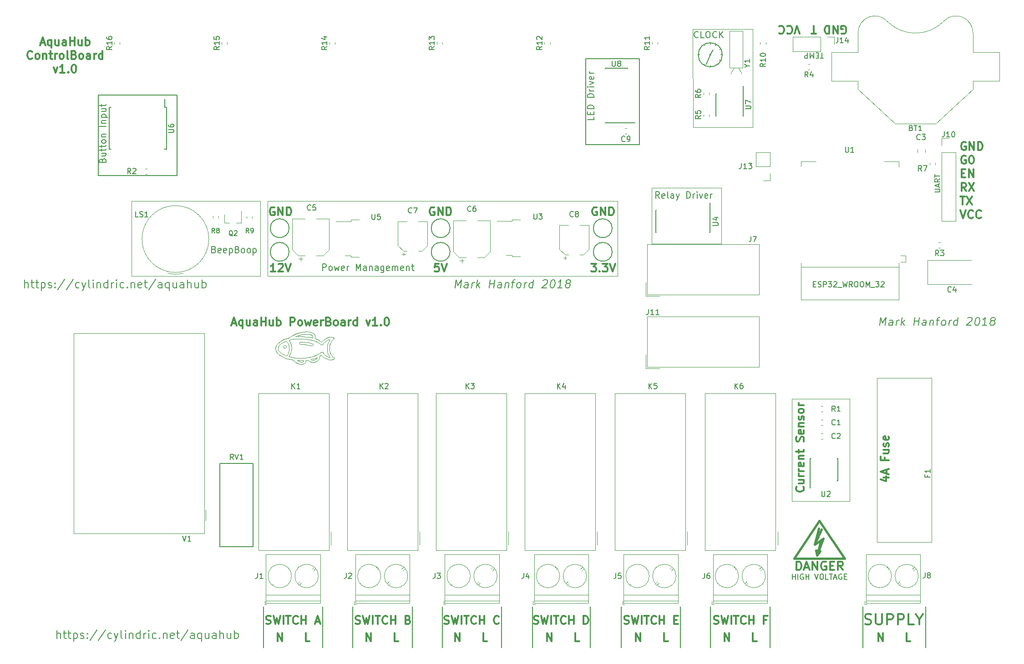
<source format=gto>
G04 #@! TF.GenerationSoftware,KiCad,Pcbnew,(6.0.0-rc1-dev-904-g29e0e6921)*
G04 #@! TF.CreationDate,2018-10-19T00:50:26+01:00*
G04 #@! TF.ProjectId,AquaHub,417175614875622E6B696361645F7063,rev?*
G04 #@! TF.SameCoordinates,Original*
G04 #@! TF.FileFunction,Legend,Top*
G04 #@! TF.FilePolarity,Positive*
%FSLAX46Y46*%
G04 Gerber Fmt 4.6, Leading zero omitted, Abs format (unit mm)*
G04 Created by KiCad (PCBNEW (6.0.0-rc1-dev-904-g29e0e6921)) date 19/10/2018 00:50:26*
%MOMM*%
%LPD*%
G01*
G04 APERTURE LIST*
%ADD10C,0.150000*%
%ADD11C,0.300000*%
%ADD12C,0.200000*%
%ADD13C,0.080000*%
%ADD14C,0.120000*%
%ADD15C,0.381000*%
G04 APERTURE END LIST*
D10*
X197952380Y-138952380D02*
X197952380Y-137952380D01*
X197952380Y-138428571D02*
X198523809Y-138428571D01*
X198523809Y-138952380D02*
X198523809Y-137952380D01*
X199000000Y-138952380D02*
X199000000Y-137952380D01*
X200000000Y-138000000D02*
X199904761Y-137952380D01*
X199761904Y-137952380D01*
X199619047Y-138000000D01*
X199523809Y-138095238D01*
X199476190Y-138190476D01*
X199428571Y-138380952D01*
X199428571Y-138523809D01*
X199476190Y-138714285D01*
X199523809Y-138809523D01*
X199619047Y-138904761D01*
X199761904Y-138952380D01*
X199857142Y-138952380D01*
X200000000Y-138904761D01*
X200047619Y-138857142D01*
X200047619Y-138523809D01*
X199857142Y-138523809D01*
X200476190Y-138952380D02*
X200476190Y-137952380D01*
X200476190Y-138428571D02*
X201047619Y-138428571D01*
X201047619Y-138952380D02*
X201047619Y-137952380D01*
X202142857Y-137952380D02*
X202476190Y-138952380D01*
X202809523Y-137952380D01*
X203333333Y-137952380D02*
X203523809Y-137952380D01*
X203619047Y-138000000D01*
X203714285Y-138095238D01*
X203761904Y-138285714D01*
X203761904Y-138619047D01*
X203714285Y-138809523D01*
X203619047Y-138904761D01*
X203523809Y-138952380D01*
X203333333Y-138952380D01*
X203238095Y-138904761D01*
X203142857Y-138809523D01*
X203095238Y-138619047D01*
X203095238Y-138285714D01*
X203142857Y-138095238D01*
X203238095Y-138000000D01*
X203333333Y-137952380D01*
X204666666Y-138952380D02*
X204190476Y-138952380D01*
X204190476Y-137952380D01*
X204857142Y-137952380D02*
X205428571Y-137952380D01*
X205142857Y-138952380D02*
X205142857Y-137952380D01*
X205714285Y-138666666D02*
X206190476Y-138666666D01*
X205619047Y-138952380D02*
X205952380Y-137952380D01*
X206285714Y-138952380D01*
X207142857Y-138000000D02*
X207047619Y-137952380D01*
X206904761Y-137952380D01*
X206761904Y-138000000D01*
X206666666Y-138095238D01*
X206619047Y-138190476D01*
X206571428Y-138380952D01*
X206571428Y-138523809D01*
X206619047Y-138714285D01*
X206666666Y-138809523D01*
X206761904Y-138904761D01*
X206904761Y-138952380D01*
X207000000Y-138952380D01*
X207142857Y-138904761D01*
X207190476Y-138857142D01*
X207190476Y-138523809D01*
X207000000Y-138523809D01*
X207619047Y-138428571D02*
X207952380Y-138428571D01*
X208095238Y-138952380D02*
X207619047Y-138952380D01*
X207619047Y-137952380D01*
X208095238Y-137952380D01*
D11*
X198733333Y-137223809D02*
X198733333Y-135623809D01*
X199114285Y-135623809D01*
X199342857Y-135700000D01*
X199495238Y-135852380D01*
X199571428Y-136004761D01*
X199647619Y-136309523D01*
X199647619Y-136538095D01*
X199571428Y-136842857D01*
X199495238Y-136995238D01*
X199342857Y-137147619D01*
X199114285Y-137223809D01*
X198733333Y-137223809D01*
X200257142Y-136766666D02*
X201019047Y-136766666D01*
X200104761Y-137223809D02*
X200638095Y-135623809D01*
X201171428Y-137223809D01*
X201704761Y-137223809D02*
X201704761Y-135623809D01*
X202619047Y-137223809D01*
X202619047Y-135623809D01*
X204219047Y-135700000D02*
X204066666Y-135623809D01*
X203838095Y-135623809D01*
X203609523Y-135700000D01*
X203457142Y-135852380D01*
X203380952Y-136004761D01*
X203304761Y-136309523D01*
X203304761Y-136538095D01*
X203380952Y-136842857D01*
X203457142Y-136995238D01*
X203609523Y-137147619D01*
X203838095Y-137223809D01*
X203990476Y-137223809D01*
X204219047Y-137147619D01*
X204295238Y-137071428D01*
X204295238Y-136538095D01*
X203990476Y-136538095D01*
X204980952Y-136385714D02*
X205514285Y-136385714D01*
X205742857Y-137223809D02*
X204980952Y-137223809D01*
X204980952Y-135623809D01*
X205742857Y-135623809D01*
X207342857Y-137223809D02*
X206809523Y-136461904D01*
X206428571Y-137223809D02*
X206428571Y-135623809D01*
X207038095Y-135623809D01*
X207190476Y-135700000D01*
X207266666Y-135776190D01*
X207342857Y-135928571D01*
X207342857Y-136157142D01*
X207266666Y-136309523D01*
X207190476Y-136385714D01*
X207038095Y-136461904D01*
X206428571Y-136461904D01*
X160535714Y-80178571D02*
X161464285Y-80178571D01*
X160964285Y-80750000D01*
X161178571Y-80750000D01*
X161321428Y-80821428D01*
X161392857Y-80892857D01*
X161464285Y-81035714D01*
X161464285Y-81392857D01*
X161392857Y-81535714D01*
X161321428Y-81607142D01*
X161178571Y-81678571D01*
X160750000Y-81678571D01*
X160607142Y-81607142D01*
X160535714Y-81535714D01*
X162107142Y-81535714D02*
X162178571Y-81607142D01*
X162107142Y-81678571D01*
X162035714Y-81607142D01*
X162107142Y-81535714D01*
X162107142Y-81678571D01*
X162678571Y-80178571D02*
X163607142Y-80178571D01*
X163107142Y-80750000D01*
X163321428Y-80750000D01*
X163464285Y-80821428D01*
X163535714Y-80892857D01*
X163607142Y-81035714D01*
X163607142Y-81392857D01*
X163535714Y-81535714D01*
X163464285Y-81607142D01*
X163321428Y-81678571D01*
X162892857Y-81678571D01*
X162750000Y-81607142D01*
X162678571Y-81535714D01*
X164035714Y-80178571D02*
X164535714Y-81678571D01*
X165035714Y-80178571D01*
X132214285Y-80178571D02*
X131500000Y-80178571D01*
X131428571Y-80892857D01*
X131500000Y-80821428D01*
X131642857Y-80750000D01*
X132000000Y-80750000D01*
X132142857Y-80821428D01*
X132214285Y-80892857D01*
X132285714Y-81035714D01*
X132285714Y-81392857D01*
X132214285Y-81535714D01*
X132142857Y-81607142D01*
X132000000Y-81678571D01*
X131642857Y-81678571D01*
X131500000Y-81607142D01*
X131428571Y-81535714D01*
X132714285Y-80178571D02*
X133214285Y-81678571D01*
X133714285Y-80178571D01*
X101821428Y-81678571D02*
X100964285Y-81678571D01*
X101392857Y-81678571D02*
X101392857Y-80178571D01*
X101250000Y-80392857D01*
X101107142Y-80535714D01*
X100964285Y-80607142D01*
X102392857Y-80321428D02*
X102464285Y-80250000D01*
X102607142Y-80178571D01*
X102964285Y-80178571D01*
X103107142Y-80250000D01*
X103178571Y-80321428D01*
X103250000Y-80464285D01*
X103250000Y-80607142D01*
X103178571Y-80821428D01*
X102321428Y-81678571D01*
X103250000Y-81678571D01*
X103678571Y-80178571D02*
X104178571Y-81678571D01*
X104678571Y-80178571D01*
X101607142Y-69750000D02*
X101464285Y-69678571D01*
X101250000Y-69678571D01*
X101035714Y-69750000D01*
X100892857Y-69892857D01*
X100821428Y-70035714D01*
X100750000Y-70321428D01*
X100750000Y-70535714D01*
X100821428Y-70821428D01*
X100892857Y-70964285D01*
X101035714Y-71107142D01*
X101250000Y-71178571D01*
X101392857Y-71178571D01*
X101607142Y-71107142D01*
X101678571Y-71035714D01*
X101678571Y-70535714D01*
X101392857Y-70535714D01*
X102321428Y-71178571D02*
X102321428Y-69678571D01*
X103178571Y-71178571D01*
X103178571Y-69678571D01*
X103892857Y-71178571D02*
X103892857Y-69678571D01*
X104250000Y-69678571D01*
X104464285Y-69750000D01*
X104607142Y-69892857D01*
X104678571Y-70035714D01*
X104750000Y-70321428D01*
X104750000Y-70535714D01*
X104678571Y-70821428D01*
X104607142Y-70964285D01*
X104464285Y-71107142D01*
X104250000Y-71178571D01*
X103892857Y-71178571D01*
X131357142Y-69750000D02*
X131214285Y-69678571D01*
X131000000Y-69678571D01*
X130785714Y-69750000D01*
X130642857Y-69892857D01*
X130571428Y-70035714D01*
X130500000Y-70321428D01*
X130500000Y-70535714D01*
X130571428Y-70821428D01*
X130642857Y-70964285D01*
X130785714Y-71107142D01*
X131000000Y-71178571D01*
X131142857Y-71178571D01*
X131357142Y-71107142D01*
X131428571Y-71035714D01*
X131428571Y-70535714D01*
X131142857Y-70535714D01*
X132071428Y-71178571D02*
X132071428Y-69678571D01*
X132928571Y-71178571D01*
X132928571Y-69678571D01*
X133642857Y-71178571D02*
X133642857Y-69678571D01*
X134000000Y-69678571D01*
X134214285Y-69750000D01*
X134357142Y-69892857D01*
X134428571Y-70035714D01*
X134500000Y-70321428D01*
X134500000Y-70535714D01*
X134428571Y-70821428D01*
X134357142Y-70964285D01*
X134214285Y-71107142D01*
X134000000Y-71178571D01*
X133642857Y-71178571D01*
X161607142Y-69750000D02*
X161464285Y-69678571D01*
X161250000Y-69678571D01*
X161035714Y-69750000D01*
X160892857Y-69892857D01*
X160821428Y-70035714D01*
X160750000Y-70321428D01*
X160750000Y-70535714D01*
X160821428Y-70821428D01*
X160892857Y-70964285D01*
X161035714Y-71107142D01*
X161250000Y-71178571D01*
X161392857Y-71178571D01*
X161607142Y-71107142D01*
X161678571Y-71035714D01*
X161678571Y-70535714D01*
X161392857Y-70535714D01*
X162321428Y-71178571D02*
X162321428Y-69678571D01*
X163178571Y-71178571D01*
X163178571Y-69678571D01*
X163892857Y-71178571D02*
X163892857Y-69678571D01*
X164250000Y-69678571D01*
X164464285Y-69750000D01*
X164607142Y-69892857D01*
X164678571Y-70035714D01*
X164750000Y-70321428D01*
X164750000Y-70535714D01*
X164678571Y-70821428D01*
X164607142Y-70964285D01*
X164464285Y-71107142D01*
X164250000Y-71178571D01*
X163892857Y-71178571D01*
D10*
X182841421Y-41300000D02*
G75*
G03X182841421Y-41300000I-141421J0D01*
G01*
X182700000Y-41300000D02*
X182000000Y-43000000D01*
X182700000Y-41300000D02*
X183200000Y-40300000D01*
X184420000Y-40300000D02*
X184580000Y-40220000D01*
X183670000Y-39610000D02*
X183790000Y-39420000D01*
X181670000Y-39580000D02*
X181570000Y-39390000D01*
X180900000Y-40280000D02*
X180770000Y-40200000D01*
X180910000Y-42310000D02*
X180780000Y-42390000D01*
X181690000Y-43050000D02*
X181590000Y-43220000D01*
X183720000Y-43060000D02*
X183820000Y-43230000D01*
X184430000Y-42300000D02*
X184630000Y-42420000D01*
X184930000Y-41300000D02*
X184700000Y-41300000D01*
X180470000Y-41300000D02*
X180700000Y-41300000D01*
X182700000Y-43300000D02*
X182700000Y-43530000D01*
X182700000Y-39070000D02*
X182700000Y-39300000D01*
X184936068Y-41300000D02*
G75*
G03X184936068Y-41300000I-2236068J0D01*
G01*
D12*
X161042857Y-52828571D02*
X161042857Y-53400000D01*
X159842857Y-53400000D01*
X160414285Y-52428571D02*
X160414285Y-52028571D01*
X161042857Y-51857142D02*
X161042857Y-52428571D01*
X159842857Y-52428571D01*
X159842857Y-51857142D01*
X161042857Y-51342857D02*
X159842857Y-51342857D01*
X159842857Y-51057142D01*
X159900000Y-50885714D01*
X160014285Y-50771428D01*
X160128571Y-50714285D01*
X160357142Y-50657142D01*
X160528571Y-50657142D01*
X160757142Y-50714285D01*
X160871428Y-50771428D01*
X160985714Y-50885714D01*
X161042857Y-51057142D01*
X161042857Y-51342857D01*
X161042857Y-49228571D02*
X159842857Y-49228571D01*
X159842857Y-48942857D01*
X159900000Y-48771428D01*
X160014285Y-48657142D01*
X160128571Y-48600000D01*
X160357142Y-48542857D01*
X160528571Y-48542857D01*
X160757142Y-48600000D01*
X160871428Y-48657142D01*
X160985714Y-48771428D01*
X161042857Y-48942857D01*
X161042857Y-49228571D01*
X161042857Y-48028571D02*
X160242857Y-48028571D01*
X160471428Y-48028571D02*
X160357142Y-47971428D01*
X160300000Y-47914285D01*
X160242857Y-47800000D01*
X160242857Y-47685714D01*
X161042857Y-47285714D02*
X160242857Y-47285714D01*
X159842857Y-47285714D02*
X159900000Y-47342857D01*
X159957142Y-47285714D01*
X159900000Y-47228571D01*
X159842857Y-47285714D01*
X159957142Y-47285714D01*
X160242857Y-46828571D02*
X161042857Y-46542857D01*
X160242857Y-46257142D01*
X160985714Y-45342857D02*
X161042857Y-45457142D01*
X161042857Y-45685714D01*
X160985714Y-45800000D01*
X160871428Y-45857142D01*
X160414285Y-45857142D01*
X160300000Y-45800000D01*
X160242857Y-45685714D01*
X160242857Y-45457142D01*
X160300000Y-45342857D01*
X160414285Y-45285714D01*
X160528571Y-45285714D01*
X160642857Y-45857142D01*
X161042857Y-44771428D02*
X160242857Y-44771428D01*
X160471428Y-44771428D02*
X160357142Y-44714285D01*
X160300000Y-44657142D01*
X160242857Y-44542857D01*
X160242857Y-44428571D01*
D10*
X169500000Y-58000000D02*
X169500000Y-42000000D01*
X159500000Y-58000000D02*
X169500000Y-58000000D01*
X159500000Y-42000000D02*
X159500000Y-58000000D01*
X169500000Y-42000000D02*
X159500000Y-42000000D01*
X55178571Y-84678571D02*
X55178571Y-83178571D01*
X55821428Y-84678571D02*
X55821428Y-83892857D01*
X55749999Y-83750000D01*
X55607142Y-83678571D01*
X55392857Y-83678571D01*
X55249999Y-83750000D01*
X55178571Y-83821428D01*
X56321428Y-83678571D02*
X56892857Y-83678571D01*
X56535714Y-83178571D02*
X56535714Y-84464285D01*
X56607142Y-84607142D01*
X56749999Y-84678571D01*
X56892857Y-84678571D01*
X57178571Y-83678571D02*
X57749999Y-83678571D01*
X57392857Y-83178571D02*
X57392857Y-84464285D01*
X57464285Y-84607142D01*
X57607142Y-84678571D01*
X57749999Y-84678571D01*
X58249999Y-83678571D02*
X58249999Y-85178571D01*
X58249999Y-83750000D02*
X58392857Y-83678571D01*
X58678571Y-83678571D01*
X58821428Y-83750000D01*
X58892857Y-83821428D01*
X58964285Y-83964285D01*
X58964285Y-84392857D01*
X58892857Y-84535714D01*
X58821428Y-84607142D01*
X58678571Y-84678571D01*
X58392857Y-84678571D01*
X58249999Y-84607142D01*
X59535714Y-84607142D02*
X59678571Y-84678571D01*
X59964285Y-84678571D01*
X60107142Y-84607142D01*
X60178571Y-84464285D01*
X60178571Y-84392857D01*
X60107142Y-84250000D01*
X59964285Y-84178571D01*
X59749999Y-84178571D01*
X59607142Y-84107142D01*
X59535714Y-83964285D01*
X59535714Y-83892857D01*
X59607142Y-83750000D01*
X59749999Y-83678571D01*
X59964285Y-83678571D01*
X60107142Y-83750000D01*
X60821428Y-84535714D02*
X60892857Y-84607142D01*
X60821428Y-84678571D01*
X60749999Y-84607142D01*
X60821428Y-84535714D01*
X60821428Y-84678571D01*
X60821428Y-83750000D02*
X60892857Y-83821428D01*
X60821428Y-83892857D01*
X60749999Y-83821428D01*
X60821428Y-83750000D01*
X60821428Y-83892857D01*
X62607142Y-83107142D02*
X61321428Y-85035714D01*
X64178571Y-83107142D02*
X62892857Y-85035714D01*
X65321428Y-84607142D02*
X65178571Y-84678571D01*
X64892857Y-84678571D01*
X64750000Y-84607142D01*
X64678571Y-84535714D01*
X64607142Y-84392857D01*
X64607142Y-83964285D01*
X64678571Y-83821428D01*
X64750000Y-83750000D01*
X64892857Y-83678571D01*
X65178571Y-83678571D01*
X65321428Y-83750000D01*
X65821428Y-83678571D02*
X66178571Y-84678571D01*
X66535714Y-83678571D02*
X66178571Y-84678571D01*
X66035714Y-85035714D01*
X65964285Y-85107142D01*
X65821428Y-85178571D01*
X67321428Y-84678571D02*
X67178571Y-84607142D01*
X67107142Y-84464285D01*
X67107142Y-83178571D01*
X67892857Y-84678571D02*
X67892857Y-83678571D01*
X67892857Y-83178571D02*
X67821428Y-83250000D01*
X67892857Y-83321428D01*
X67964285Y-83250000D01*
X67892857Y-83178571D01*
X67892857Y-83321428D01*
X68607142Y-83678571D02*
X68607142Y-84678571D01*
X68607142Y-83821428D02*
X68678571Y-83750000D01*
X68821428Y-83678571D01*
X69035714Y-83678571D01*
X69178571Y-83750000D01*
X69250000Y-83892857D01*
X69250000Y-84678571D01*
X70607142Y-84678571D02*
X70607142Y-83178571D01*
X70607142Y-84607142D02*
X70464285Y-84678571D01*
X70178571Y-84678571D01*
X70035714Y-84607142D01*
X69964285Y-84535714D01*
X69892857Y-84392857D01*
X69892857Y-83964285D01*
X69964285Y-83821428D01*
X70035714Y-83750000D01*
X70178571Y-83678571D01*
X70464285Y-83678571D01*
X70607142Y-83750000D01*
X71321428Y-84678571D02*
X71321428Y-83678571D01*
X71321428Y-83964285D02*
X71392857Y-83821428D01*
X71464285Y-83750000D01*
X71607142Y-83678571D01*
X71750000Y-83678571D01*
X72250000Y-84678571D02*
X72250000Y-83678571D01*
X72250000Y-83178571D02*
X72178571Y-83250000D01*
X72250000Y-83321428D01*
X72321428Y-83250000D01*
X72250000Y-83178571D01*
X72250000Y-83321428D01*
X73607142Y-84607142D02*
X73464285Y-84678571D01*
X73178571Y-84678571D01*
X73035714Y-84607142D01*
X72964285Y-84535714D01*
X72892857Y-84392857D01*
X72892857Y-83964285D01*
X72964285Y-83821428D01*
X73035714Y-83750000D01*
X73178571Y-83678571D01*
X73464285Y-83678571D01*
X73607142Y-83750000D01*
X74250000Y-84535714D02*
X74321428Y-84607142D01*
X74250000Y-84678571D01*
X74178571Y-84607142D01*
X74250000Y-84535714D01*
X74250000Y-84678571D01*
X74964285Y-83678571D02*
X74964285Y-84678571D01*
X74964285Y-83821428D02*
X75035714Y-83750000D01*
X75178571Y-83678571D01*
X75392857Y-83678571D01*
X75535714Y-83750000D01*
X75607142Y-83892857D01*
X75607142Y-84678571D01*
X76892857Y-84607142D02*
X76750000Y-84678571D01*
X76464285Y-84678571D01*
X76321428Y-84607142D01*
X76250000Y-84464285D01*
X76250000Y-83892857D01*
X76321428Y-83750000D01*
X76464285Y-83678571D01*
X76750000Y-83678571D01*
X76892857Y-83750000D01*
X76964285Y-83892857D01*
X76964285Y-84035714D01*
X76250000Y-84178571D01*
X77392857Y-83678571D02*
X77964285Y-83678571D01*
X77607142Y-83178571D02*
X77607142Y-84464285D01*
X77678571Y-84607142D01*
X77821428Y-84678571D01*
X77964285Y-84678571D01*
X79535714Y-83107142D02*
X78250000Y-85035714D01*
X80678571Y-84678571D02*
X80678571Y-83892857D01*
X80607142Y-83750000D01*
X80464285Y-83678571D01*
X80178571Y-83678571D01*
X80035714Y-83750000D01*
X80678571Y-84607142D02*
X80535714Y-84678571D01*
X80178571Y-84678571D01*
X80035714Y-84607142D01*
X79964285Y-84464285D01*
X79964285Y-84321428D01*
X80035714Y-84178571D01*
X80178571Y-84107142D01*
X80535714Y-84107142D01*
X80678571Y-84035714D01*
X82035714Y-83678571D02*
X82035714Y-85178571D01*
X82035714Y-84607142D02*
X81892857Y-84678571D01*
X81607142Y-84678571D01*
X81464285Y-84607142D01*
X81392857Y-84535714D01*
X81321428Y-84392857D01*
X81321428Y-83964285D01*
X81392857Y-83821428D01*
X81464285Y-83750000D01*
X81607142Y-83678571D01*
X81892857Y-83678571D01*
X82035714Y-83750000D01*
X83392857Y-83678571D02*
X83392857Y-84678571D01*
X82750000Y-83678571D02*
X82750000Y-84464285D01*
X82821428Y-84607142D01*
X82964285Y-84678571D01*
X83178571Y-84678571D01*
X83321428Y-84607142D01*
X83392857Y-84535714D01*
X84750000Y-84678571D02*
X84750000Y-83892857D01*
X84678571Y-83750000D01*
X84535714Y-83678571D01*
X84250000Y-83678571D01*
X84107142Y-83750000D01*
X84750000Y-84607142D02*
X84607142Y-84678571D01*
X84250000Y-84678571D01*
X84107142Y-84607142D01*
X84035714Y-84464285D01*
X84035714Y-84321428D01*
X84107142Y-84178571D01*
X84250000Y-84107142D01*
X84607142Y-84107142D01*
X84750000Y-84035714D01*
X85464285Y-84678571D02*
X85464285Y-83178571D01*
X86107142Y-84678571D02*
X86107142Y-83892857D01*
X86035714Y-83750000D01*
X85892857Y-83678571D01*
X85678571Y-83678571D01*
X85535714Y-83750000D01*
X85464285Y-83821428D01*
X87464285Y-83678571D02*
X87464285Y-84678571D01*
X86821428Y-83678571D02*
X86821428Y-84464285D01*
X86892857Y-84607142D01*
X87035714Y-84678571D01*
X87250000Y-84678571D01*
X87392857Y-84607142D01*
X87464285Y-84535714D01*
X88178571Y-84678571D02*
X88178571Y-83178571D01*
X88178571Y-83750000D02*
X88321428Y-83678571D01*
X88607142Y-83678571D01*
X88750000Y-83750000D01*
X88821428Y-83821428D01*
X88892857Y-83964285D01*
X88892857Y-84392857D01*
X88821428Y-84535714D01*
X88750000Y-84607142D01*
X88607142Y-84678571D01*
X88321428Y-84678571D01*
X88178571Y-84607142D01*
X135213258Y-84678571D02*
X135400758Y-83178571D01*
X135766830Y-84250000D01*
X136400758Y-83178571D01*
X136213258Y-84678571D01*
X137570401Y-84678571D02*
X137668616Y-83892857D01*
X137615044Y-83750000D01*
X137481116Y-83678571D01*
X137195401Y-83678571D01*
X137043616Y-83750000D01*
X137579330Y-84607142D02*
X137427544Y-84678571D01*
X137070401Y-84678571D01*
X136936473Y-84607142D01*
X136882901Y-84464285D01*
X136900758Y-84321428D01*
X136990044Y-84178571D01*
X137141830Y-84107142D01*
X137498973Y-84107142D01*
X137650758Y-84035714D01*
X138284687Y-84678571D02*
X138409687Y-83678571D01*
X138373973Y-83964285D02*
X138463258Y-83821428D01*
X138543616Y-83750000D01*
X138695401Y-83678571D01*
X138838258Y-83678571D01*
X139213258Y-84678571D02*
X139400758Y-83178571D01*
X139427544Y-84107142D02*
X139784687Y-84678571D01*
X139909687Y-83678571D02*
X139266830Y-84250000D01*
X141570401Y-84678571D02*
X141757901Y-83178571D01*
X141668616Y-83892857D02*
X142525758Y-83892857D01*
X142427544Y-84678571D02*
X142615044Y-83178571D01*
X143784687Y-84678571D02*
X143882901Y-83892857D01*
X143829330Y-83750000D01*
X143695401Y-83678571D01*
X143409687Y-83678571D01*
X143257901Y-83750000D01*
X143793616Y-84607142D02*
X143641830Y-84678571D01*
X143284687Y-84678571D01*
X143150758Y-84607142D01*
X143097187Y-84464285D01*
X143115044Y-84321428D01*
X143204330Y-84178571D01*
X143356116Y-84107142D01*
X143713258Y-84107142D01*
X143865044Y-84035714D01*
X144623973Y-83678571D02*
X144498973Y-84678571D01*
X144606116Y-83821428D02*
X144686473Y-83750000D01*
X144838258Y-83678571D01*
X145052544Y-83678571D01*
X145186473Y-83750000D01*
X145240044Y-83892857D01*
X145141830Y-84678571D01*
X145766830Y-83678571D02*
X146338258Y-83678571D01*
X145856116Y-84678571D02*
X146016830Y-83392857D01*
X146106116Y-83250000D01*
X146257901Y-83178571D01*
X146400758Y-83178571D01*
X146927544Y-84678571D02*
X146793616Y-84607142D01*
X146731116Y-84535714D01*
X146677544Y-84392857D01*
X146731116Y-83964285D01*
X146820401Y-83821428D01*
X146900758Y-83750000D01*
X147052544Y-83678571D01*
X147266830Y-83678571D01*
X147400758Y-83750000D01*
X147463258Y-83821428D01*
X147516830Y-83964285D01*
X147463258Y-84392857D01*
X147373973Y-84535714D01*
X147293616Y-84607142D01*
X147141830Y-84678571D01*
X146927544Y-84678571D01*
X148070401Y-84678571D02*
X148195401Y-83678571D01*
X148159687Y-83964285D02*
X148248973Y-83821428D01*
X148329330Y-83750000D01*
X148481116Y-83678571D01*
X148623973Y-83678571D01*
X149641830Y-84678571D02*
X149829330Y-83178571D01*
X149650758Y-84607142D02*
X149498973Y-84678571D01*
X149213258Y-84678571D01*
X149079330Y-84607142D01*
X149016830Y-84535714D01*
X148963258Y-84392857D01*
X149016830Y-83964285D01*
X149106116Y-83821428D01*
X149186473Y-83750000D01*
X149338258Y-83678571D01*
X149623973Y-83678571D01*
X149757901Y-83750000D01*
X151597187Y-83321428D02*
X151677544Y-83250000D01*
X151829330Y-83178571D01*
X152186473Y-83178571D01*
X152320401Y-83250000D01*
X152382901Y-83321428D01*
X152436473Y-83464285D01*
X152418616Y-83607142D01*
X152320401Y-83821428D01*
X151356116Y-84678571D01*
X152284687Y-84678571D01*
X153400758Y-83178571D02*
X153543616Y-83178571D01*
X153677544Y-83250000D01*
X153740044Y-83321428D01*
X153793616Y-83464285D01*
X153829330Y-83750000D01*
X153784687Y-84107142D01*
X153677544Y-84392857D01*
X153588258Y-84535714D01*
X153507901Y-84607142D01*
X153356116Y-84678571D01*
X153213258Y-84678571D01*
X153079330Y-84607142D01*
X153016830Y-84535714D01*
X152963258Y-84392857D01*
X152927544Y-84107142D01*
X152972187Y-83750000D01*
X153079330Y-83464285D01*
X153168616Y-83321428D01*
X153248973Y-83250000D01*
X153400758Y-83178571D01*
X155141830Y-84678571D02*
X154284687Y-84678571D01*
X154713258Y-84678571D02*
X154900758Y-83178571D01*
X154731116Y-83392857D01*
X154570401Y-83535714D01*
X154418616Y-83607142D01*
X156106116Y-83821428D02*
X155972187Y-83750000D01*
X155909687Y-83678571D01*
X155856116Y-83535714D01*
X155865044Y-83464285D01*
X155954330Y-83321428D01*
X156034687Y-83250000D01*
X156186473Y-83178571D01*
X156472187Y-83178571D01*
X156606116Y-83250000D01*
X156668616Y-83321428D01*
X156722187Y-83464285D01*
X156713258Y-83535714D01*
X156623973Y-83678571D01*
X156543616Y-83750000D01*
X156391830Y-83821428D01*
X156106116Y-83821428D01*
X155954330Y-83892857D01*
X155873973Y-83964285D01*
X155784687Y-84107142D01*
X155748973Y-84392857D01*
X155802544Y-84535714D01*
X155865044Y-84607142D01*
X155998973Y-84678571D01*
X156284687Y-84678571D01*
X156436473Y-84607142D01*
X156516830Y-84535714D01*
X156606116Y-84392857D01*
X156641830Y-84107142D01*
X156588258Y-83964285D01*
X156525758Y-83892857D01*
X156391830Y-83821428D01*
X214213258Y-91678571D02*
X214400758Y-90178571D01*
X214766830Y-91250000D01*
X215400758Y-90178571D01*
X215213258Y-91678571D01*
X216570401Y-91678571D02*
X216668616Y-90892857D01*
X216615044Y-90750000D01*
X216481116Y-90678571D01*
X216195401Y-90678571D01*
X216043616Y-90750000D01*
X216579330Y-91607142D02*
X216427544Y-91678571D01*
X216070401Y-91678571D01*
X215936473Y-91607142D01*
X215882901Y-91464285D01*
X215900758Y-91321428D01*
X215990044Y-91178571D01*
X216141830Y-91107142D01*
X216498973Y-91107142D01*
X216650758Y-91035714D01*
X217284687Y-91678571D02*
X217409687Y-90678571D01*
X217373973Y-90964285D02*
X217463258Y-90821428D01*
X217543616Y-90750000D01*
X217695401Y-90678571D01*
X217838258Y-90678571D01*
X218213258Y-91678571D02*
X218400758Y-90178571D01*
X218427544Y-91107142D02*
X218784687Y-91678571D01*
X218909687Y-90678571D02*
X218266830Y-91250000D01*
X220570401Y-91678571D02*
X220757901Y-90178571D01*
X220668616Y-90892857D02*
X221525758Y-90892857D01*
X221427544Y-91678571D02*
X221615044Y-90178571D01*
X222784687Y-91678571D02*
X222882901Y-90892857D01*
X222829330Y-90750000D01*
X222695401Y-90678571D01*
X222409687Y-90678571D01*
X222257901Y-90750000D01*
X222793616Y-91607142D02*
X222641830Y-91678571D01*
X222284687Y-91678571D01*
X222150758Y-91607142D01*
X222097187Y-91464285D01*
X222115044Y-91321428D01*
X222204330Y-91178571D01*
X222356116Y-91107142D01*
X222713258Y-91107142D01*
X222865044Y-91035714D01*
X223623973Y-90678571D02*
X223498973Y-91678571D01*
X223606116Y-90821428D02*
X223686473Y-90750000D01*
X223838258Y-90678571D01*
X224052544Y-90678571D01*
X224186473Y-90750000D01*
X224240044Y-90892857D01*
X224141830Y-91678571D01*
X224766830Y-90678571D02*
X225338258Y-90678571D01*
X224856116Y-91678571D02*
X225016830Y-90392857D01*
X225106116Y-90250000D01*
X225257901Y-90178571D01*
X225400758Y-90178571D01*
X225927544Y-91678571D02*
X225793616Y-91607142D01*
X225731116Y-91535714D01*
X225677544Y-91392857D01*
X225731116Y-90964285D01*
X225820401Y-90821428D01*
X225900758Y-90750000D01*
X226052544Y-90678571D01*
X226266830Y-90678571D01*
X226400758Y-90750000D01*
X226463258Y-90821428D01*
X226516830Y-90964285D01*
X226463258Y-91392857D01*
X226373973Y-91535714D01*
X226293616Y-91607142D01*
X226141830Y-91678571D01*
X225927544Y-91678571D01*
X227070401Y-91678571D02*
X227195401Y-90678571D01*
X227159687Y-90964285D02*
X227248973Y-90821428D01*
X227329330Y-90750000D01*
X227481116Y-90678571D01*
X227623973Y-90678571D01*
X228641830Y-91678571D02*
X228829330Y-90178571D01*
X228650758Y-91607142D02*
X228498973Y-91678571D01*
X228213258Y-91678571D01*
X228079330Y-91607142D01*
X228016830Y-91535714D01*
X227963258Y-91392857D01*
X228016830Y-90964285D01*
X228106116Y-90821428D01*
X228186473Y-90750000D01*
X228338258Y-90678571D01*
X228623973Y-90678571D01*
X228757901Y-90750000D01*
X230597187Y-90321428D02*
X230677544Y-90250000D01*
X230829330Y-90178571D01*
X231186473Y-90178571D01*
X231320401Y-90250000D01*
X231382901Y-90321428D01*
X231436473Y-90464285D01*
X231418616Y-90607142D01*
X231320401Y-90821428D01*
X230356116Y-91678571D01*
X231284687Y-91678571D01*
X232400758Y-90178571D02*
X232543616Y-90178571D01*
X232677544Y-90250000D01*
X232740044Y-90321428D01*
X232793616Y-90464285D01*
X232829330Y-90750000D01*
X232784687Y-91107142D01*
X232677544Y-91392857D01*
X232588258Y-91535714D01*
X232507901Y-91607142D01*
X232356116Y-91678571D01*
X232213258Y-91678571D01*
X232079330Y-91607142D01*
X232016830Y-91535714D01*
X231963258Y-91392857D01*
X231927544Y-91107142D01*
X231972187Y-90750000D01*
X232079330Y-90464285D01*
X232168616Y-90321428D01*
X232248973Y-90250000D01*
X232400758Y-90178571D01*
X234141830Y-91678571D02*
X233284687Y-91678571D01*
X233713258Y-91678571D02*
X233900758Y-90178571D01*
X233731116Y-90392857D01*
X233570401Y-90535714D01*
X233418616Y-90607142D01*
X235106116Y-90821428D02*
X234972187Y-90750000D01*
X234909687Y-90678571D01*
X234856116Y-90535714D01*
X234865044Y-90464285D01*
X234954330Y-90321428D01*
X235034687Y-90250000D01*
X235186473Y-90178571D01*
X235472187Y-90178571D01*
X235606116Y-90250000D01*
X235668616Y-90321428D01*
X235722187Y-90464285D01*
X235713258Y-90535714D01*
X235623973Y-90678571D01*
X235543616Y-90750000D01*
X235391830Y-90821428D01*
X235106116Y-90821428D01*
X234954330Y-90892857D01*
X234873973Y-90964285D01*
X234784687Y-91107142D01*
X234748973Y-91392857D01*
X234802544Y-91535714D01*
X234865044Y-91607142D01*
X234998973Y-91678571D01*
X235284687Y-91678571D01*
X235436473Y-91607142D01*
X235516830Y-91535714D01*
X235606116Y-91392857D01*
X235641830Y-91107142D01*
X235588258Y-90964285D01*
X235525758Y-90892857D01*
X235391830Y-90821428D01*
X61178571Y-149954371D02*
X61178571Y-148454371D01*
X61821428Y-149954371D02*
X61821428Y-149168657D01*
X61749999Y-149025800D01*
X61607142Y-148954371D01*
X61392857Y-148954371D01*
X61249999Y-149025800D01*
X61178571Y-149097228D01*
X62321428Y-148954371D02*
X62892857Y-148954371D01*
X62535714Y-148454371D02*
X62535714Y-149740085D01*
X62607142Y-149882942D01*
X62749999Y-149954371D01*
X62892857Y-149954371D01*
X63178571Y-148954371D02*
X63749999Y-148954371D01*
X63392857Y-148454371D02*
X63392857Y-149740085D01*
X63464285Y-149882942D01*
X63607142Y-149954371D01*
X63749999Y-149954371D01*
X64249999Y-148954371D02*
X64249999Y-150454371D01*
X64249999Y-149025800D02*
X64392857Y-148954371D01*
X64678571Y-148954371D01*
X64821428Y-149025800D01*
X64892857Y-149097228D01*
X64964285Y-149240085D01*
X64964285Y-149668657D01*
X64892857Y-149811514D01*
X64821428Y-149882942D01*
X64678571Y-149954371D01*
X64392857Y-149954371D01*
X64249999Y-149882942D01*
X65535714Y-149882942D02*
X65678571Y-149954371D01*
X65964285Y-149954371D01*
X66107142Y-149882942D01*
X66178571Y-149740085D01*
X66178571Y-149668657D01*
X66107142Y-149525800D01*
X65964285Y-149454371D01*
X65749999Y-149454371D01*
X65607142Y-149382942D01*
X65535714Y-149240085D01*
X65535714Y-149168657D01*
X65607142Y-149025800D01*
X65749999Y-148954371D01*
X65964285Y-148954371D01*
X66107142Y-149025800D01*
X66821428Y-149811514D02*
X66892857Y-149882942D01*
X66821428Y-149954371D01*
X66749999Y-149882942D01*
X66821428Y-149811514D01*
X66821428Y-149954371D01*
X66821428Y-149025800D02*
X66892857Y-149097228D01*
X66821428Y-149168657D01*
X66749999Y-149097228D01*
X66821428Y-149025800D01*
X66821428Y-149168657D01*
X68607142Y-148382942D02*
X67321428Y-150311514D01*
X70178571Y-148382942D02*
X68892857Y-150311514D01*
X71321428Y-149882942D02*
X71178571Y-149954371D01*
X70892857Y-149954371D01*
X70750000Y-149882942D01*
X70678571Y-149811514D01*
X70607142Y-149668657D01*
X70607142Y-149240085D01*
X70678571Y-149097228D01*
X70750000Y-149025800D01*
X70892857Y-148954371D01*
X71178571Y-148954371D01*
X71321428Y-149025800D01*
X71821428Y-148954371D02*
X72178571Y-149954371D01*
X72535714Y-148954371D02*
X72178571Y-149954371D01*
X72035714Y-150311514D01*
X71964285Y-150382942D01*
X71821428Y-150454371D01*
X73321428Y-149954371D02*
X73178571Y-149882942D01*
X73107142Y-149740085D01*
X73107142Y-148454371D01*
X73892857Y-149954371D02*
X73892857Y-148954371D01*
X73892857Y-148454371D02*
X73821428Y-148525800D01*
X73892857Y-148597228D01*
X73964285Y-148525800D01*
X73892857Y-148454371D01*
X73892857Y-148597228D01*
X74607142Y-148954371D02*
X74607142Y-149954371D01*
X74607142Y-149097228D02*
X74678571Y-149025800D01*
X74821428Y-148954371D01*
X75035714Y-148954371D01*
X75178571Y-149025800D01*
X75250000Y-149168657D01*
X75250000Y-149954371D01*
X76607142Y-149954371D02*
X76607142Y-148454371D01*
X76607142Y-149882942D02*
X76464285Y-149954371D01*
X76178571Y-149954371D01*
X76035714Y-149882942D01*
X75964285Y-149811514D01*
X75892857Y-149668657D01*
X75892857Y-149240085D01*
X75964285Y-149097228D01*
X76035714Y-149025800D01*
X76178571Y-148954371D01*
X76464285Y-148954371D01*
X76607142Y-149025800D01*
X77321428Y-149954371D02*
X77321428Y-148954371D01*
X77321428Y-149240085D02*
X77392857Y-149097228D01*
X77464285Y-149025800D01*
X77607142Y-148954371D01*
X77750000Y-148954371D01*
X78250000Y-149954371D02*
X78250000Y-148954371D01*
X78250000Y-148454371D02*
X78178571Y-148525800D01*
X78250000Y-148597228D01*
X78321428Y-148525800D01*
X78250000Y-148454371D01*
X78250000Y-148597228D01*
X79607142Y-149882942D02*
X79464285Y-149954371D01*
X79178571Y-149954371D01*
X79035714Y-149882942D01*
X78964285Y-149811514D01*
X78892857Y-149668657D01*
X78892857Y-149240085D01*
X78964285Y-149097228D01*
X79035714Y-149025800D01*
X79178571Y-148954371D01*
X79464285Y-148954371D01*
X79607142Y-149025800D01*
X80250000Y-149811514D02*
X80321428Y-149882942D01*
X80250000Y-149954371D01*
X80178571Y-149882942D01*
X80250000Y-149811514D01*
X80250000Y-149954371D01*
X80964285Y-148954371D02*
X80964285Y-149954371D01*
X80964285Y-149097228D02*
X81035714Y-149025800D01*
X81178571Y-148954371D01*
X81392857Y-148954371D01*
X81535714Y-149025800D01*
X81607142Y-149168657D01*
X81607142Y-149954371D01*
X82892857Y-149882942D02*
X82750000Y-149954371D01*
X82464285Y-149954371D01*
X82321428Y-149882942D01*
X82250000Y-149740085D01*
X82250000Y-149168657D01*
X82321428Y-149025800D01*
X82464285Y-148954371D01*
X82750000Y-148954371D01*
X82892857Y-149025800D01*
X82964285Y-149168657D01*
X82964285Y-149311514D01*
X82250000Y-149454371D01*
X83392857Y-148954371D02*
X83964285Y-148954371D01*
X83607142Y-148454371D02*
X83607142Y-149740085D01*
X83678571Y-149882942D01*
X83821428Y-149954371D01*
X83964285Y-149954371D01*
X85535714Y-148382942D02*
X84250000Y-150311514D01*
X86678571Y-149954371D02*
X86678571Y-149168657D01*
X86607142Y-149025800D01*
X86464285Y-148954371D01*
X86178571Y-148954371D01*
X86035714Y-149025800D01*
X86678571Y-149882942D02*
X86535714Y-149954371D01*
X86178571Y-149954371D01*
X86035714Y-149882942D01*
X85964285Y-149740085D01*
X85964285Y-149597228D01*
X86035714Y-149454371D01*
X86178571Y-149382942D01*
X86535714Y-149382942D01*
X86678571Y-149311514D01*
X88035714Y-148954371D02*
X88035714Y-150454371D01*
X88035714Y-149882942D02*
X87892857Y-149954371D01*
X87607142Y-149954371D01*
X87464285Y-149882942D01*
X87392857Y-149811514D01*
X87321428Y-149668657D01*
X87321428Y-149240085D01*
X87392857Y-149097228D01*
X87464285Y-149025800D01*
X87607142Y-148954371D01*
X87892857Y-148954371D01*
X88035714Y-149025800D01*
X89392857Y-148954371D02*
X89392857Y-149954371D01*
X88750000Y-148954371D02*
X88750000Y-149740085D01*
X88821428Y-149882942D01*
X88964285Y-149954371D01*
X89178571Y-149954371D01*
X89321428Y-149882942D01*
X89392857Y-149811514D01*
X90750000Y-149954371D02*
X90750000Y-149168657D01*
X90678571Y-149025800D01*
X90535714Y-148954371D01*
X90250000Y-148954371D01*
X90107142Y-149025800D01*
X90750000Y-149882942D02*
X90607142Y-149954371D01*
X90250000Y-149954371D01*
X90107142Y-149882942D01*
X90035714Y-149740085D01*
X90035714Y-149597228D01*
X90107142Y-149454371D01*
X90250000Y-149382942D01*
X90607142Y-149382942D01*
X90750000Y-149311514D01*
X91464285Y-149954371D02*
X91464285Y-148454371D01*
X92107142Y-149954371D02*
X92107142Y-149168657D01*
X92035714Y-149025800D01*
X91892857Y-148954371D01*
X91678571Y-148954371D01*
X91535714Y-149025800D01*
X91464285Y-149097228D01*
X93464285Y-148954371D02*
X93464285Y-149954371D01*
X92821428Y-148954371D02*
X92821428Y-149740085D01*
X92892857Y-149882942D01*
X93035714Y-149954371D01*
X93250000Y-149954371D01*
X93392857Y-149882942D01*
X93464285Y-149811514D01*
X94178571Y-149954371D02*
X94178571Y-148454371D01*
X94178571Y-149025800D02*
X94321428Y-148954371D01*
X94607142Y-148954371D01*
X94750000Y-149025800D01*
X94821428Y-149097228D01*
X94892857Y-149240085D01*
X94892857Y-149668657D01*
X94821428Y-149811514D01*
X94750000Y-149882942D01*
X94607142Y-149954371D01*
X94321428Y-149954371D01*
X94178571Y-149882942D01*
D12*
X180457142Y-38028571D02*
X180400000Y-38085714D01*
X180228571Y-38142857D01*
X180114285Y-38142857D01*
X179942857Y-38085714D01*
X179828571Y-37971428D01*
X179771428Y-37857142D01*
X179714285Y-37628571D01*
X179714285Y-37457142D01*
X179771428Y-37228571D01*
X179828571Y-37114285D01*
X179942857Y-37000000D01*
X180114285Y-36942857D01*
X180228571Y-36942857D01*
X180400000Y-37000000D01*
X180457142Y-37057142D01*
X181542857Y-38142857D02*
X180971428Y-38142857D01*
X180971428Y-36942857D01*
X182171428Y-36942857D02*
X182400000Y-36942857D01*
X182514285Y-37000000D01*
X182628571Y-37114285D01*
X182685714Y-37342857D01*
X182685714Y-37742857D01*
X182628571Y-37971428D01*
X182514285Y-38085714D01*
X182400000Y-38142857D01*
X182171428Y-38142857D01*
X182057142Y-38085714D01*
X181942857Y-37971428D01*
X181885714Y-37742857D01*
X181885714Y-37342857D01*
X181942857Y-37114285D01*
X182057142Y-37000000D01*
X182171428Y-36942857D01*
X183885714Y-38028571D02*
X183828571Y-38085714D01*
X183657142Y-38142857D01*
X183542857Y-38142857D01*
X183371428Y-38085714D01*
X183257142Y-37971428D01*
X183200000Y-37857142D01*
X183142857Y-37628571D01*
X183142857Y-37457142D01*
X183200000Y-37228571D01*
X183257142Y-37114285D01*
X183371428Y-37000000D01*
X183542857Y-36942857D01*
X183657142Y-36942857D01*
X183828571Y-37000000D01*
X183885714Y-37057142D01*
X184400000Y-38142857D02*
X184400000Y-36942857D01*
X185085714Y-38142857D02*
X184571428Y-37457142D01*
X185085714Y-36942857D02*
X184400000Y-37628571D01*
D13*
X165500000Y-68500000D02*
X100330000Y-68500000D01*
X165500000Y-82500000D02*
X165500000Y-68500000D01*
X100330000Y-82500000D02*
X165500000Y-82500000D01*
X100330000Y-68500000D02*
X100330000Y-82500000D01*
D12*
X69637285Y-60949857D02*
X69694428Y-60778428D01*
X69751571Y-60721285D01*
X69865857Y-60664142D01*
X70037285Y-60664142D01*
X70151571Y-60721285D01*
X70208714Y-60778428D01*
X70265857Y-60892714D01*
X70265857Y-61349857D01*
X69065857Y-61349857D01*
X69065857Y-60949857D01*
X69123000Y-60835571D01*
X69180142Y-60778428D01*
X69294428Y-60721285D01*
X69408714Y-60721285D01*
X69523000Y-60778428D01*
X69580142Y-60835571D01*
X69637285Y-60949857D01*
X69637285Y-61349857D01*
X69465857Y-59635571D02*
X70265857Y-59635571D01*
X69465857Y-60149857D02*
X70094428Y-60149857D01*
X70208714Y-60092714D01*
X70265857Y-59978428D01*
X70265857Y-59807000D01*
X70208714Y-59692714D01*
X70151571Y-59635571D01*
X69465857Y-59235571D02*
X69465857Y-58778428D01*
X69065857Y-59064142D02*
X70094428Y-59064142D01*
X70208714Y-59007000D01*
X70265857Y-58892714D01*
X70265857Y-58778428D01*
X69465857Y-58549857D02*
X69465857Y-58092714D01*
X69065857Y-58378428D02*
X70094428Y-58378428D01*
X70208714Y-58321285D01*
X70265857Y-58207000D01*
X70265857Y-58092714D01*
X70265857Y-57521285D02*
X70208714Y-57635571D01*
X70151571Y-57692714D01*
X70037285Y-57749857D01*
X69694428Y-57749857D01*
X69580142Y-57692714D01*
X69523000Y-57635571D01*
X69465857Y-57521285D01*
X69465857Y-57349857D01*
X69523000Y-57235571D01*
X69580142Y-57178428D01*
X69694428Y-57121285D01*
X70037285Y-57121285D01*
X70151571Y-57178428D01*
X70208714Y-57235571D01*
X70265857Y-57349857D01*
X70265857Y-57521285D01*
X69465857Y-56607000D02*
X70265857Y-56607000D01*
X69580142Y-56607000D02*
X69523000Y-56549857D01*
X69465857Y-56435571D01*
X69465857Y-56264142D01*
X69523000Y-56149857D01*
X69637285Y-56092714D01*
X70265857Y-56092714D01*
X70265857Y-54607000D02*
X69065857Y-54607000D01*
X69465857Y-54035571D02*
X70265857Y-54035571D01*
X69580142Y-54035571D02*
X69523000Y-53978428D01*
X69465857Y-53864142D01*
X69465857Y-53692714D01*
X69523000Y-53578428D01*
X69637285Y-53521285D01*
X70265857Y-53521285D01*
X69465857Y-52949857D02*
X70665857Y-52949857D01*
X69523000Y-52949857D02*
X69465857Y-52835571D01*
X69465857Y-52607000D01*
X69523000Y-52492714D01*
X69580142Y-52435571D01*
X69694428Y-52378428D01*
X70037285Y-52378428D01*
X70151571Y-52435571D01*
X70208714Y-52492714D01*
X70265857Y-52607000D01*
X70265857Y-52835571D01*
X70208714Y-52949857D01*
X69465857Y-51349857D02*
X70265857Y-51349857D01*
X69465857Y-51864142D02*
X70094428Y-51864142D01*
X70208714Y-51807000D01*
X70265857Y-51692714D01*
X70265857Y-51521285D01*
X70208714Y-51407000D01*
X70151571Y-51349857D01*
X69465857Y-50949857D02*
X69465857Y-50492714D01*
X69065857Y-50778428D02*
X70094428Y-50778428D01*
X70208714Y-50721285D01*
X70265857Y-50607000D01*
X70265857Y-50492714D01*
D10*
X68871000Y-63771000D02*
X68871000Y-48785000D01*
X83476000Y-63771000D02*
X68871000Y-63771000D01*
X83476000Y-48785000D02*
X83476000Y-63771000D01*
X68871000Y-48785000D02*
X83476000Y-48785000D01*
D11*
X58138785Y-39102000D02*
X58853071Y-39102000D01*
X57995928Y-39530571D02*
X58495928Y-38030571D01*
X58995928Y-39530571D01*
X60138785Y-38530571D02*
X60138785Y-40030571D01*
X60138785Y-39459142D02*
X59995928Y-39530571D01*
X59710214Y-39530571D01*
X59567357Y-39459142D01*
X59495928Y-39387714D01*
X59424500Y-39244857D01*
X59424500Y-38816285D01*
X59495928Y-38673428D01*
X59567357Y-38602000D01*
X59710214Y-38530571D01*
X59995928Y-38530571D01*
X60138785Y-38602000D01*
X61495928Y-38530571D02*
X61495928Y-39530571D01*
X60853071Y-38530571D02*
X60853071Y-39316285D01*
X60924500Y-39459142D01*
X61067357Y-39530571D01*
X61281642Y-39530571D01*
X61424500Y-39459142D01*
X61495928Y-39387714D01*
X62853071Y-39530571D02*
X62853071Y-38744857D01*
X62781642Y-38602000D01*
X62638785Y-38530571D01*
X62353071Y-38530571D01*
X62210214Y-38602000D01*
X62853071Y-39459142D02*
X62710214Y-39530571D01*
X62353071Y-39530571D01*
X62210214Y-39459142D01*
X62138785Y-39316285D01*
X62138785Y-39173428D01*
X62210214Y-39030571D01*
X62353071Y-38959142D01*
X62710214Y-38959142D01*
X62853071Y-38887714D01*
X63567357Y-39530571D02*
X63567357Y-38030571D01*
X63567357Y-38744857D02*
X64424500Y-38744857D01*
X64424500Y-39530571D02*
X64424500Y-38030571D01*
X65781642Y-38530571D02*
X65781642Y-39530571D01*
X65138785Y-38530571D02*
X65138785Y-39316285D01*
X65210214Y-39459142D01*
X65353071Y-39530571D01*
X65567357Y-39530571D01*
X65710214Y-39459142D01*
X65781642Y-39387714D01*
X66495928Y-39530571D02*
X66495928Y-38030571D01*
X66495928Y-38602000D02*
X66638785Y-38530571D01*
X66924500Y-38530571D01*
X67067357Y-38602000D01*
X67138785Y-38673428D01*
X67210214Y-38816285D01*
X67210214Y-39244857D01*
X67138785Y-39387714D01*
X67067357Y-39459142D01*
X66924500Y-39530571D01*
X66638785Y-39530571D01*
X66495928Y-39459142D01*
X56567357Y-41937714D02*
X56495928Y-42009142D01*
X56281642Y-42080571D01*
X56138785Y-42080571D01*
X55924500Y-42009142D01*
X55781642Y-41866285D01*
X55710214Y-41723428D01*
X55638785Y-41437714D01*
X55638785Y-41223428D01*
X55710214Y-40937714D01*
X55781642Y-40794857D01*
X55924500Y-40652000D01*
X56138785Y-40580571D01*
X56281642Y-40580571D01*
X56495928Y-40652000D01*
X56567357Y-40723428D01*
X57424500Y-42080571D02*
X57281642Y-42009142D01*
X57210214Y-41937714D01*
X57138785Y-41794857D01*
X57138785Y-41366285D01*
X57210214Y-41223428D01*
X57281642Y-41152000D01*
X57424500Y-41080571D01*
X57638785Y-41080571D01*
X57781642Y-41152000D01*
X57853071Y-41223428D01*
X57924500Y-41366285D01*
X57924500Y-41794857D01*
X57853071Y-41937714D01*
X57781642Y-42009142D01*
X57638785Y-42080571D01*
X57424500Y-42080571D01*
X58567357Y-41080571D02*
X58567357Y-42080571D01*
X58567357Y-41223428D02*
X58638785Y-41152000D01*
X58781642Y-41080571D01*
X58995928Y-41080571D01*
X59138785Y-41152000D01*
X59210214Y-41294857D01*
X59210214Y-42080571D01*
X59710214Y-41080571D02*
X60281642Y-41080571D01*
X59924500Y-40580571D02*
X59924500Y-41866285D01*
X59995928Y-42009142D01*
X60138785Y-42080571D01*
X60281642Y-42080571D01*
X60781642Y-42080571D02*
X60781642Y-41080571D01*
X60781642Y-41366285D02*
X60853071Y-41223428D01*
X60924500Y-41152000D01*
X61067357Y-41080571D01*
X61210214Y-41080571D01*
X61924500Y-42080571D02*
X61781642Y-42009142D01*
X61710214Y-41937714D01*
X61638785Y-41794857D01*
X61638785Y-41366285D01*
X61710214Y-41223428D01*
X61781642Y-41152000D01*
X61924500Y-41080571D01*
X62138785Y-41080571D01*
X62281642Y-41152000D01*
X62353071Y-41223428D01*
X62424500Y-41366285D01*
X62424500Y-41794857D01*
X62353071Y-41937714D01*
X62281642Y-42009142D01*
X62138785Y-42080571D01*
X61924500Y-42080571D01*
X63281642Y-42080571D02*
X63138785Y-42009142D01*
X63067357Y-41866285D01*
X63067357Y-40580571D01*
X64353071Y-41294857D02*
X64567357Y-41366285D01*
X64638785Y-41437714D01*
X64710214Y-41580571D01*
X64710214Y-41794857D01*
X64638785Y-41937714D01*
X64567357Y-42009142D01*
X64424500Y-42080571D01*
X63853071Y-42080571D01*
X63853071Y-40580571D01*
X64353071Y-40580571D01*
X64495928Y-40652000D01*
X64567357Y-40723428D01*
X64638785Y-40866285D01*
X64638785Y-41009142D01*
X64567357Y-41152000D01*
X64495928Y-41223428D01*
X64353071Y-41294857D01*
X63853071Y-41294857D01*
X65567357Y-42080571D02*
X65424500Y-42009142D01*
X65353071Y-41937714D01*
X65281642Y-41794857D01*
X65281642Y-41366285D01*
X65353071Y-41223428D01*
X65424500Y-41152000D01*
X65567357Y-41080571D01*
X65781642Y-41080571D01*
X65924500Y-41152000D01*
X65995928Y-41223428D01*
X66067357Y-41366285D01*
X66067357Y-41794857D01*
X65995928Y-41937714D01*
X65924500Y-42009142D01*
X65781642Y-42080571D01*
X65567357Y-42080571D01*
X67353071Y-42080571D02*
X67353071Y-41294857D01*
X67281642Y-41152000D01*
X67138785Y-41080571D01*
X66853071Y-41080571D01*
X66710214Y-41152000D01*
X67353071Y-42009142D02*
X67210214Y-42080571D01*
X66853071Y-42080571D01*
X66710214Y-42009142D01*
X66638785Y-41866285D01*
X66638785Y-41723428D01*
X66710214Y-41580571D01*
X66853071Y-41509142D01*
X67210214Y-41509142D01*
X67353071Y-41437714D01*
X68067357Y-42080571D02*
X68067357Y-41080571D01*
X68067357Y-41366285D02*
X68138785Y-41223428D01*
X68210214Y-41152000D01*
X68353071Y-41080571D01*
X68495928Y-41080571D01*
X69638785Y-42080571D02*
X69638785Y-40580571D01*
X69638785Y-42009142D02*
X69495928Y-42080571D01*
X69210214Y-42080571D01*
X69067357Y-42009142D01*
X68995928Y-41937714D01*
X68924500Y-41794857D01*
X68924500Y-41366285D01*
X68995928Y-41223428D01*
X69067357Y-41152000D01*
X69210214Y-41080571D01*
X69495928Y-41080571D01*
X69638785Y-41152000D01*
X60531642Y-43630571D02*
X60888785Y-44630571D01*
X61245928Y-43630571D01*
X62603071Y-44630571D02*
X61745928Y-44630571D01*
X62174500Y-44630571D02*
X62174500Y-43130571D01*
X62031642Y-43344857D01*
X61888785Y-43487714D01*
X61745928Y-43559142D01*
X63245928Y-44487714D02*
X63317357Y-44559142D01*
X63245928Y-44630571D01*
X63174500Y-44559142D01*
X63245928Y-44487714D01*
X63245928Y-44630571D01*
X64245928Y-43130571D02*
X64388785Y-43130571D01*
X64531642Y-43202000D01*
X64603071Y-43273428D01*
X64674500Y-43416285D01*
X64745928Y-43702000D01*
X64745928Y-44059142D01*
X64674500Y-44344857D01*
X64603071Y-44487714D01*
X64531642Y-44559142D01*
X64388785Y-44630571D01*
X64245928Y-44630571D01*
X64103071Y-44559142D01*
X64031642Y-44487714D01*
X63960214Y-44344857D01*
X63888785Y-44059142D01*
X63888785Y-43702000D01*
X63960214Y-43416285D01*
X64031642Y-43273428D01*
X64103071Y-43202000D01*
X64245928Y-43130571D01*
D13*
X75000000Y-68500000D02*
X75000000Y-82500000D01*
X99000000Y-68500000D02*
X75000000Y-68500000D01*
X99000000Y-82500000D02*
X99000000Y-68500000D01*
X75000000Y-82500000D02*
X99000000Y-82500000D01*
D12*
X90360714Y-77536285D02*
X90532142Y-77593428D01*
X90589285Y-77650571D01*
X90646428Y-77764857D01*
X90646428Y-77936285D01*
X90589285Y-78050571D01*
X90532142Y-78107714D01*
X90417857Y-78164857D01*
X89960714Y-78164857D01*
X89960714Y-76964857D01*
X90360714Y-76964857D01*
X90475000Y-77022000D01*
X90532142Y-77079142D01*
X90589285Y-77193428D01*
X90589285Y-77307714D01*
X90532142Y-77422000D01*
X90475000Y-77479142D01*
X90360714Y-77536285D01*
X89960714Y-77536285D01*
X91617857Y-78107714D02*
X91503571Y-78164857D01*
X91275000Y-78164857D01*
X91160714Y-78107714D01*
X91103571Y-77993428D01*
X91103571Y-77536285D01*
X91160714Y-77422000D01*
X91275000Y-77364857D01*
X91503571Y-77364857D01*
X91617857Y-77422000D01*
X91675000Y-77536285D01*
X91675000Y-77650571D01*
X91103571Y-77764857D01*
X92646428Y-78107714D02*
X92532142Y-78164857D01*
X92303571Y-78164857D01*
X92189285Y-78107714D01*
X92132142Y-77993428D01*
X92132142Y-77536285D01*
X92189285Y-77422000D01*
X92303571Y-77364857D01*
X92532142Y-77364857D01*
X92646428Y-77422000D01*
X92703571Y-77536285D01*
X92703571Y-77650571D01*
X92132142Y-77764857D01*
X93217857Y-77364857D02*
X93217857Y-78564857D01*
X93217857Y-77422000D02*
X93332142Y-77364857D01*
X93560714Y-77364857D01*
X93675000Y-77422000D01*
X93732142Y-77479142D01*
X93789285Y-77593428D01*
X93789285Y-77936285D01*
X93732142Y-78050571D01*
X93675000Y-78107714D01*
X93560714Y-78164857D01*
X93332142Y-78164857D01*
X93217857Y-78107714D01*
X94703571Y-77536285D02*
X94875000Y-77593428D01*
X94932142Y-77650571D01*
X94989285Y-77764857D01*
X94989285Y-77936285D01*
X94932142Y-78050571D01*
X94875000Y-78107714D01*
X94760714Y-78164857D01*
X94303571Y-78164857D01*
X94303571Y-76964857D01*
X94703571Y-76964857D01*
X94817857Y-77022000D01*
X94875000Y-77079142D01*
X94932142Y-77193428D01*
X94932142Y-77307714D01*
X94875000Y-77422000D01*
X94817857Y-77479142D01*
X94703571Y-77536285D01*
X94303571Y-77536285D01*
X95675000Y-78164857D02*
X95560714Y-78107714D01*
X95503571Y-78050571D01*
X95446428Y-77936285D01*
X95446428Y-77593428D01*
X95503571Y-77479142D01*
X95560714Y-77422000D01*
X95675000Y-77364857D01*
X95846428Y-77364857D01*
X95960714Y-77422000D01*
X96017857Y-77479142D01*
X96075000Y-77593428D01*
X96075000Y-77936285D01*
X96017857Y-78050571D01*
X95960714Y-78107714D01*
X95846428Y-78164857D01*
X95675000Y-78164857D01*
X96760714Y-78164857D02*
X96646428Y-78107714D01*
X96589285Y-78050571D01*
X96532142Y-77936285D01*
X96532142Y-77593428D01*
X96589285Y-77479142D01*
X96646428Y-77422000D01*
X96760714Y-77364857D01*
X96932142Y-77364857D01*
X97046428Y-77422000D01*
X97103571Y-77479142D01*
X97160714Y-77593428D01*
X97160714Y-77936285D01*
X97103571Y-78050571D01*
X97046428Y-78107714D01*
X96932142Y-78164857D01*
X96760714Y-78164857D01*
X97675000Y-77364857D02*
X97675000Y-78564857D01*
X97675000Y-77422000D02*
X97789285Y-77364857D01*
X98017857Y-77364857D01*
X98132142Y-77422000D01*
X98189285Y-77479142D01*
X98246428Y-77593428D01*
X98246428Y-77936285D01*
X98189285Y-78050571D01*
X98132142Y-78107714D01*
X98017857Y-78164857D01*
X97789285Y-78164857D01*
X97675000Y-78107714D01*
D13*
X190616000Y-36514000D02*
X190616000Y-54802000D01*
X179500000Y-36514000D02*
X190616000Y-36514000D01*
X179500000Y-54802000D02*
X179440000Y-36500000D01*
X190616000Y-54802000D02*
X179500000Y-54802000D01*
X184721500Y-66041500D02*
X171767500Y-66041500D01*
X184721500Y-76455500D02*
X184721500Y-66041500D01*
X171767500Y-76455500D02*
X184721500Y-76455500D01*
X171767500Y-66041500D02*
X171767500Y-76455500D01*
D11*
X202358571Y-37397428D02*
X201501428Y-37397428D01*
X201930000Y-35897428D02*
X201930000Y-37397428D01*
X229213284Y-67704571D02*
X230070427Y-67704571D01*
X229641856Y-69204571D02*
X229641856Y-67704571D01*
X230427570Y-67704571D02*
X231427570Y-69204571D01*
X231427570Y-67704571D02*
X230427570Y-69204571D01*
D12*
X110600000Y-81442857D02*
X110600000Y-80242857D01*
X111057142Y-80242857D01*
X111171428Y-80300000D01*
X111228571Y-80357142D01*
X111285714Y-80471428D01*
X111285714Y-80642857D01*
X111228571Y-80757142D01*
X111171428Y-80814285D01*
X111057142Y-80871428D01*
X110600000Y-80871428D01*
X111971428Y-81442857D02*
X111857142Y-81385714D01*
X111800000Y-81328571D01*
X111742857Y-81214285D01*
X111742857Y-80871428D01*
X111800000Y-80757142D01*
X111857142Y-80700000D01*
X111971428Y-80642857D01*
X112142857Y-80642857D01*
X112257142Y-80700000D01*
X112314285Y-80757142D01*
X112371428Y-80871428D01*
X112371428Y-81214285D01*
X112314285Y-81328571D01*
X112257142Y-81385714D01*
X112142857Y-81442857D01*
X111971428Y-81442857D01*
X112771428Y-80642857D02*
X113000000Y-81442857D01*
X113228571Y-80871428D01*
X113457142Y-81442857D01*
X113685714Y-80642857D01*
X114600000Y-81385714D02*
X114485714Y-81442857D01*
X114257142Y-81442857D01*
X114142857Y-81385714D01*
X114085714Y-81271428D01*
X114085714Y-80814285D01*
X114142857Y-80700000D01*
X114257142Y-80642857D01*
X114485714Y-80642857D01*
X114600000Y-80700000D01*
X114657142Y-80814285D01*
X114657142Y-80928571D01*
X114085714Y-81042857D01*
X115171428Y-81442857D02*
X115171428Y-80642857D01*
X115171428Y-80871428D02*
X115228571Y-80757142D01*
X115285714Y-80700000D01*
X115400000Y-80642857D01*
X115514285Y-80642857D01*
X116828571Y-81442857D02*
X116828571Y-80242857D01*
X117228571Y-81100000D01*
X117628571Y-80242857D01*
X117628571Y-81442857D01*
X118714285Y-81442857D02*
X118714285Y-80814285D01*
X118657142Y-80700000D01*
X118542857Y-80642857D01*
X118314285Y-80642857D01*
X118200000Y-80700000D01*
X118714285Y-81385714D02*
X118600000Y-81442857D01*
X118314285Y-81442857D01*
X118200000Y-81385714D01*
X118142857Y-81271428D01*
X118142857Y-81157142D01*
X118200000Y-81042857D01*
X118314285Y-80985714D01*
X118600000Y-80985714D01*
X118714285Y-80928571D01*
X119285714Y-80642857D02*
X119285714Y-81442857D01*
X119285714Y-80757142D02*
X119342857Y-80700000D01*
X119457142Y-80642857D01*
X119628571Y-80642857D01*
X119742857Y-80700000D01*
X119800000Y-80814285D01*
X119800000Y-81442857D01*
X120885714Y-81442857D02*
X120885714Y-80814285D01*
X120828571Y-80700000D01*
X120714285Y-80642857D01*
X120485714Y-80642857D01*
X120371428Y-80700000D01*
X120885714Y-81385714D02*
X120771428Y-81442857D01*
X120485714Y-81442857D01*
X120371428Y-81385714D01*
X120314285Y-81271428D01*
X120314285Y-81157142D01*
X120371428Y-81042857D01*
X120485714Y-80985714D01*
X120771428Y-80985714D01*
X120885714Y-80928571D01*
X121971428Y-80642857D02*
X121971428Y-81614285D01*
X121914285Y-81728571D01*
X121857142Y-81785714D01*
X121742857Y-81842857D01*
X121571428Y-81842857D01*
X121457142Y-81785714D01*
X121971428Y-81385714D02*
X121857142Y-81442857D01*
X121628571Y-81442857D01*
X121514285Y-81385714D01*
X121457142Y-81328571D01*
X121400000Y-81214285D01*
X121400000Y-80871428D01*
X121457142Y-80757142D01*
X121514285Y-80700000D01*
X121628571Y-80642857D01*
X121857142Y-80642857D01*
X121971428Y-80700000D01*
X123000000Y-81385714D02*
X122885714Y-81442857D01*
X122657142Y-81442857D01*
X122542857Y-81385714D01*
X122485714Y-81271428D01*
X122485714Y-80814285D01*
X122542857Y-80700000D01*
X122657142Y-80642857D01*
X122885714Y-80642857D01*
X123000000Y-80700000D01*
X123057142Y-80814285D01*
X123057142Y-80928571D01*
X122485714Y-81042857D01*
X123571428Y-81442857D02*
X123571428Y-80642857D01*
X123571428Y-80757142D02*
X123628571Y-80700000D01*
X123742857Y-80642857D01*
X123914285Y-80642857D01*
X124028571Y-80700000D01*
X124085714Y-80814285D01*
X124085714Y-81442857D01*
X124085714Y-80814285D02*
X124142857Y-80700000D01*
X124257142Y-80642857D01*
X124428571Y-80642857D01*
X124542857Y-80700000D01*
X124600000Y-80814285D01*
X124600000Y-81442857D01*
X125628571Y-81385714D02*
X125514285Y-81442857D01*
X125285714Y-81442857D01*
X125171428Y-81385714D01*
X125114285Y-81271428D01*
X125114285Y-80814285D01*
X125171428Y-80700000D01*
X125285714Y-80642857D01*
X125514285Y-80642857D01*
X125628571Y-80700000D01*
X125685714Y-80814285D01*
X125685714Y-80928571D01*
X125114285Y-81042857D01*
X126200000Y-80642857D02*
X126200000Y-81442857D01*
X126200000Y-80757142D02*
X126257142Y-80700000D01*
X126371428Y-80642857D01*
X126542857Y-80642857D01*
X126657142Y-80700000D01*
X126714285Y-80814285D01*
X126714285Y-81442857D01*
X127114285Y-80642857D02*
X127571428Y-80642857D01*
X127285714Y-80242857D02*
X127285714Y-81271428D01*
X127342857Y-81385714D01*
X127457142Y-81442857D01*
X127571428Y-81442857D01*
D11*
X230213284Y-60156000D02*
X230070427Y-60084571D01*
X229856141Y-60084571D01*
X229641855Y-60156000D01*
X229498998Y-60298857D01*
X229427570Y-60441714D01*
X229356141Y-60727428D01*
X229356141Y-60941714D01*
X229427570Y-61227428D01*
X229498998Y-61370285D01*
X229641855Y-61513142D01*
X229856141Y-61584571D01*
X229998998Y-61584571D01*
X230213284Y-61513142D01*
X230284713Y-61441714D01*
X230284713Y-60941714D01*
X229998998Y-60941714D01*
X231213284Y-60084571D02*
X231356141Y-60084571D01*
X231498998Y-60156000D01*
X231570427Y-60227428D01*
X231641855Y-60370285D01*
X231713284Y-60656000D01*
X231713284Y-61013142D01*
X231641855Y-61298857D01*
X231570427Y-61441714D01*
X231498998Y-61513142D01*
X231356141Y-61584571D01*
X231213284Y-61584571D01*
X231070427Y-61513142D01*
X230998998Y-61441714D01*
X230927570Y-61298857D01*
X230856141Y-61013142D01*
X230856141Y-60656000D01*
X230927570Y-60370285D01*
X230998998Y-60227428D01*
X231070427Y-60156000D01*
X231213284Y-60084571D01*
X229427570Y-63338857D02*
X229927570Y-63338857D01*
X230141855Y-64124571D02*
X229427570Y-64124571D01*
X229427570Y-62624571D01*
X230141855Y-62624571D01*
X230784713Y-64124571D02*
X230784713Y-62624571D01*
X231641855Y-64124571D01*
X231641855Y-62624571D01*
D10*
X203739523Y-41949619D02*
X203168095Y-41949619D01*
X203453809Y-40949619D02*
X203453809Y-41949619D01*
X202834761Y-41473428D02*
X202501428Y-41473428D01*
X202358571Y-40949619D02*
X202834761Y-40949619D01*
X202834761Y-41949619D01*
X202358571Y-41949619D01*
X201930000Y-40949619D02*
X201930000Y-41949619D01*
X201596666Y-41235333D01*
X201263333Y-41949619D01*
X201263333Y-40949619D01*
X200787142Y-40949619D02*
X200787142Y-41949619D01*
X200406190Y-41949619D01*
X200310952Y-41902000D01*
X200263333Y-41854380D01*
X200215714Y-41759142D01*
X200215714Y-41616285D01*
X200263333Y-41521047D01*
X200310952Y-41473428D01*
X200406190Y-41425809D01*
X200787142Y-41425809D01*
D11*
X207136857Y-37326000D02*
X207279714Y-37397428D01*
X207494000Y-37397428D01*
X207708285Y-37326000D01*
X207851142Y-37183142D01*
X207922571Y-37040285D01*
X207994000Y-36754571D01*
X207994000Y-36540285D01*
X207922571Y-36254571D01*
X207851142Y-36111714D01*
X207708285Y-35968857D01*
X207494000Y-35897428D01*
X207351142Y-35897428D01*
X207136857Y-35968857D01*
X207065428Y-36040285D01*
X207065428Y-36540285D01*
X207351142Y-36540285D01*
X206422571Y-35897428D02*
X206422571Y-37397428D01*
X205565428Y-35897428D01*
X205565428Y-37397428D01*
X204851142Y-35897428D02*
X204851142Y-37397428D01*
X204494000Y-37397428D01*
X204279714Y-37326000D01*
X204136857Y-37183142D01*
X204065428Y-37040285D01*
X203994000Y-36754571D01*
X203994000Y-36540285D01*
X204065428Y-36254571D01*
X204136857Y-36111714D01*
X204279714Y-35968857D01*
X204494000Y-35897428D01*
X204851142Y-35897428D01*
X199358000Y-37397428D02*
X198858000Y-35897428D01*
X198358000Y-37397428D01*
X197000857Y-36040285D02*
X197072285Y-35968857D01*
X197286571Y-35897428D01*
X197429428Y-35897428D01*
X197643714Y-35968857D01*
X197786571Y-36111714D01*
X197858000Y-36254571D01*
X197929428Y-36540285D01*
X197929428Y-36754571D01*
X197858000Y-37040285D01*
X197786571Y-37183142D01*
X197643714Y-37326000D01*
X197429428Y-37397428D01*
X197286571Y-37397428D01*
X197072285Y-37326000D01*
X197000857Y-37254571D01*
X195500857Y-36040285D02*
X195572285Y-35968857D01*
X195786571Y-35897428D01*
X195929428Y-35897428D01*
X196143714Y-35968857D01*
X196286571Y-36111714D01*
X196358000Y-36254571D01*
X196429428Y-36540285D01*
X196429428Y-36754571D01*
X196358000Y-37040285D01*
X196286571Y-37183142D01*
X196143714Y-37326000D01*
X195929428Y-37397428D01*
X195786571Y-37397428D01*
X195572285Y-37326000D01*
X195500857Y-37254571D01*
D13*
X223895000Y-131985000D02*
X223895000Y-101500000D01*
X213750000Y-132000000D02*
X223895000Y-131985000D01*
X213750000Y-101500000D02*
X213750000Y-131985000D01*
X223895000Y-101500000D02*
X213750000Y-101500000D01*
D11*
X214928571Y-120000000D02*
X215928571Y-120000000D01*
X214357142Y-120357142D02*
X215428571Y-120714285D01*
X215428571Y-119785714D01*
X215500000Y-119285714D02*
X215500000Y-118571428D01*
X215928571Y-119428571D02*
X214428571Y-118928571D01*
X215928571Y-118428571D01*
X215142857Y-116285714D02*
X215142857Y-116785714D01*
X215928571Y-116785714D02*
X214428571Y-116785714D01*
X214428571Y-116071428D01*
X214928571Y-114857142D02*
X215928571Y-114857142D01*
X214928571Y-115500000D02*
X215714285Y-115500000D01*
X215857142Y-115428571D01*
X215928571Y-115285714D01*
X215928571Y-115071428D01*
X215857142Y-114928571D01*
X215785714Y-114857142D01*
X215857142Y-114214285D02*
X215928571Y-114071428D01*
X215928571Y-113785714D01*
X215857142Y-113642857D01*
X215714285Y-113571428D01*
X215642857Y-113571428D01*
X215500000Y-113642857D01*
X215428571Y-113785714D01*
X215428571Y-114000000D01*
X215357142Y-114142857D01*
X215214285Y-114214285D01*
X215142857Y-114214285D01*
X215000000Y-114142857D01*
X214928571Y-114000000D01*
X214928571Y-113785714D01*
X215000000Y-113642857D01*
X215857142Y-112357142D02*
X215928571Y-112500000D01*
X215928571Y-112785714D01*
X215857142Y-112928571D01*
X215714285Y-113000000D01*
X215142857Y-113000000D01*
X215000000Y-112928571D01*
X214928571Y-112785714D01*
X214928571Y-112500000D01*
X215000000Y-112357142D01*
X215142857Y-112285714D01*
X215285714Y-112285714D01*
X215428571Y-113000000D01*
D13*
X197860000Y-124365000D02*
X197860000Y-105315000D01*
X208655000Y-124365000D02*
X197860000Y-124365000D01*
X208655000Y-105315000D02*
X208655000Y-124365000D01*
X197860000Y-105315000D02*
X208655000Y-105315000D01*
D11*
X199983214Y-121709000D02*
X200054642Y-121780428D01*
X200126071Y-121994714D01*
X200126071Y-122137571D01*
X200054642Y-122351857D01*
X199911785Y-122494714D01*
X199768928Y-122566142D01*
X199483214Y-122637571D01*
X199268928Y-122637571D01*
X198983214Y-122566142D01*
X198840357Y-122494714D01*
X198697500Y-122351857D01*
X198626071Y-122137571D01*
X198626071Y-121994714D01*
X198697500Y-121780428D01*
X198768928Y-121709000D01*
X199126071Y-120423285D02*
X200126071Y-120423285D01*
X199126071Y-121066142D02*
X199911785Y-121066142D01*
X200054642Y-120994714D01*
X200126071Y-120851857D01*
X200126071Y-120637571D01*
X200054642Y-120494714D01*
X199983214Y-120423285D01*
X200126071Y-119709000D02*
X199126071Y-119709000D01*
X199411785Y-119709000D02*
X199268928Y-119637571D01*
X199197500Y-119566142D01*
X199126071Y-119423285D01*
X199126071Y-119280428D01*
X200126071Y-118780428D02*
X199126071Y-118780428D01*
X199411785Y-118780428D02*
X199268928Y-118709000D01*
X199197500Y-118637571D01*
X199126071Y-118494714D01*
X199126071Y-118351857D01*
X200054642Y-117280428D02*
X200126071Y-117423285D01*
X200126071Y-117709000D01*
X200054642Y-117851857D01*
X199911785Y-117923285D01*
X199340357Y-117923285D01*
X199197500Y-117851857D01*
X199126071Y-117709000D01*
X199126071Y-117423285D01*
X199197500Y-117280428D01*
X199340357Y-117209000D01*
X199483214Y-117209000D01*
X199626071Y-117923285D01*
X199126071Y-116566142D02*
X200126071Y-116566142D01*
X199268928Y-116566142D02*
X199197500Y-116494714D01*
X199126071Y-116351857D01*
X199126071Y-116137571D01*
X199197500Y-115994714D01*
X199340357Y-115923285D01*
X200126071Y-115923285D01*
X199126071Y-115423285D02*
X199126071Y-114851857D01*
X198626071Y-115209000D02*
X199911785Y-115209000D01*
X200054642Y-115137571D01*
X200126071Y-114994714D01*
X200126071Y-114851857D01*
X200054642Y-113280428D02*
X200126071Y-113066142D01*
X200126071Y-112709000D01*
X200054642Y-112566142D01*
X199983214Y-112494714D01*
X199840357Y-112423285D01*
X199697500Y-112423285D01*
X199554642Y-112494714D01*
X199483214Y-112566142D01*
X199411785Y-112709000D01*
X199340357Y-112994714D01*
X199268928Y-113137571D01*
X199197500Y-113209000D01*
X199054642Y-113280428D01*
X198911785Y-113280428D01*
X198768928Y-113209000D01*
X198697500Y-113137571D01*
X198626071Y-112994714D01*
X198626071Y-112637571D01*
X198697500Y-112423285D01*
X200054642Y-111209000D02*
X200126071Y-111351857D01*
X200126071Y-111637571D01*
X200054642Y-111780428D01*
X199911785Y-111851857D01*
X199340357Y-111851857D01*
X199197500Y-111780428D01*
X199126071Y-111637571D01*
X199126071Y-111351857D01*
X199197500Y-111209000D01*
X199340357Y-111137571D01*
X199483214Y-111137571D01*
X199626071Y-111851857D01*
X199126071Y-110494714D02*
X200126071Y-110494714D01*
X199268928Y-110494714D02*
X199197500Y-110423285D01*
X199126071Y-110280428D01*
X199126071Y-110066142D01*
X199197500Y-109923285D01*
X199340357Y-109851857D01*
X200126071Y-109851857D01*
X200054642Y-109209000D02*
X200126071Y-109066142D01*
X200126071Y-108780428D01*
X200054642Y-108637571D01*
X199911785Y-108566142D01*
X199840357Y-108566142D01*
X199697500Y-108637571D01*
X199626071Y-108780428D01*
X199626071Y-108994714D01*
X199554642Y-109137571D01*
X199411785Y-109209000D01*
X199340357Y-109209000D01*
X199197500Y-109137571D01*
X199126071Y-108994714D01*
X199126071Y-108780428D01*
X199197500Y-108637571D01*
X200126071Y-107709000D02*
X200054642Y-107851857D01*
X199983214Y-107923285D01*
X199840357Y-107994714D01*
X199411785Y-107994714D01*
X199268928Y-107923285D01*
X199197500Y-107851857D01*
X199126071Y-107709000D01*
X199126071Y-107494714D01*
X199197500Y-107351857D01*
X199268928Y-107280428D01*
X199411785Y-107209000D01*
X199840357Y-107209000D01*
X199983214Y-107280428D01*
X200054642Y-107351857D01*
X200126071Y-107494714D01*
X200126071Y-107709000D01*
X200126071Y-106566142D02*
X199126071Y-106566142D01*
X199411785Y-106566142D02*
X199268928Y-106494714D01*
X199197500Y-106423285D01*
X199126071Y-106280428D01*
X199126071Y-106137571D01*
D12*
X173222214Y-67981357D02*
X172822214Y-67409928D01*
X172536500Y-67981357D02*
X172536500Y-66781357D01*
X172993642Y-66781357D01*
X173107928Y-66838500D01*
X173165071Y-66895642D01*
X173222214Y-67009928D01*
X173222214Y-67181357D01*
X173165071Y-67295642D01*
X173107928Y-67352785D01*
X172993642Y-67409928D01*
X172536500Y-67409928D01*
X174193642Y-67924214D02*
X174079357Y-67981357D01*
X173850785Y-67981357D01*
X173736500Y-67924214D01*
X173679357Y-67809928D01*
X173679357Y-67352785D01*
X173736500Y-67238500D01*
X173850785Y-67181357D01*
X174079357Y-67181357D01*
X174193642Y-67238500D01*
X174250785Y-67352785D01*
X174250785Y-67467071D01*
X173679357Y-67581357D01*
X174936500Y-67981357D02*
X174822214Y-67924214D01*
X174765071Y-67809928D01*
X174765071Y-66781357D01*
X175907928Y-67981357D02*
X175907928Y-67352785D01*
X175850785Y-67238500D01*
X175736500Y-67181357D01*
X175507928Y-67181357D01*
X175393642Y-67238500D01*
X175907928Y-67924214D02*
X175793642Y-67981357D01*
X175507928Y-67981357D01*
X175393642Y-67924214D01*
X175336500Y-67809928D01*
X175336500Y-67695642D01*
X175393642Y-67581357D01*
X175507928Y-67524214D01*
X175793642Y-67524214D01*
X175907928Y-67467071D01*
X176365071Y-67181357D02*
X176650785Y-67981357D01*
X176936500Y-67181357D02*
X176650785Y-67981357D01*
X176536500Y-68267071D01*
X176479357Y-68324214D01*
X176365071Y-68381357D01*
X178307928Y-67981357D02*
X178307928Y-66781357D01*
X178593642Y-66781357D01*
X178765071Y-66838500D01*
X178879357Y-66952785D01*
X178936500Y-67067071D01*
X178993642Y-67295642D01*
X178993642Y-67467071D01*
X178936500Y-67695642D01*
X178879357Y-67809928D01*
X178765071Y-67924214D01*
X178593642Y-67981357D01*
X178307928Y-67981357D01*
X179507928Y-67981357D02*
X179507928Y-67181357D01*
X179507928Y-67409928D02*
X179565071Y-67295642D01*
X179622214Y-67238500D01*
X179736500Y-67181357D01*
X179850785Y-67181357D01*
X180250785Y-67981357D02*
X180250785Y-67181357D01*
X180250785Y-66781357D02*
X180193642Y-66838500D01*
X180250785Y-66895642D01*
X180307928Y-66838500D01*
X180250785Y-66781357D01*
X180250785Y-66895642D01*
X180707928Y-67181357D02*
X180993642Y-67981357D01*
X181279357Y-67181357D01*
X182193642Y-67924214D02*
X182079357Y-67981357D01*
X181850785Y-67981357D01*
X181736500Y-67924214D01*
X181679357Y-67809928D01*
X181679357Y-67352785D01*
X181736500Y-67238500D01*
X181850785Y-67181357D01*
X182079357Y-67181357D01*
X182193642Y-67238500D01*
X182250785Y-67352785D01*
X182250785Y-67467071D01*
X181679357Y-67581357D01*
X182765071Y-67981357D02*
X182765071Y-67181357D01*
X182765071Y-67409928D02*
X182822214Y-67295642D01*
X182879357Y-67238500D01*
X182993642Y-67181357D01*
X183107928Y-67181357D01*
D10*
X224432880Y-66873238D02*
X225242404Y-66873238D01*
X225337642Y-66825619D01*
X225385261Y-66778000D01*
X225432880Y-66682761D01*
X225432880Y-66492285D01*
X225385261Y-66397047D01*
X225337642Y-66349428D01*
X225242404Y-66301809D01*
X224432880Y-66301809D01*
X225147166Y-65873238D02*
X225147166Y-65397047D01*
X225432880Y-65968476D02*
X224432880Y-65635142D01*
X225432880Y-65301809D01*
X225432880Y-64397047D02*
X224956690Y-64730380D01*
X225432880Y-64968476D02*
X224432880Y-64968476D01*
X224432880Y-64587523D01*
X224480500Y-64492285D01*
X224528119Y-64444666D01*
X224623357Y-64397047D01*
X224766214Y-64397047D01*
X224861452Y-64444666D01*
X224909071Y-64492285D01*
X224956690Y-64587523D01*
X224956690Y-64968476D01*
X224432880Y-64111333D02*
X224432880Y-63539904D01*
X225432880Y-63825619D02*
X224432880Y-63825619D01*
D11*
X102181428Y-150443571D02*
X102181428Y-148943571D01*
X103038571Y-150443571D01*
X103038571Y-148943571D01*
X108154285Y-150443571D02*
X107440000Y-150443571D01*
X107440000Y-148943571D01*
X124664285Y-150443571D02*
X123950000Y-150443571D01*
X123950000Y-148943571D01*
X118691428Y-150443571D02*
X118691428Y-148943571D01*
X119548571Y-150443571D01*
X119548571Y-148943571D01*
X141174285Y-150443571D02*
X140460000Y-150443571D01*
X140460000Y-148943571D01*
X135201428Y-150443571D02*
X135201428Y-148943571D01*
X136058571Y-150443571D01*
X136058571Y-148943571D01*
X152346428Y-150443571D02*
X152346428Y-148943571D01*
X153203571Y-150443571D01*
X153203571Y-148943571D01*
X158319285Y-150443571D02*
X157605000Y-150443571D01*
X157605000Y-148943571D01*
X168856428Y-150443571D02*
X168856428Y-148943571D01*
X169713571Y-150443571D01*
X169713571Y-148943571D01*
X174829285Y-150443571D02*
X174115000Y-150443571D01*
X174115000Y-148943571D01*
X185366428Y-150443571D02*
X185366428Y-148943571D01*
X186223571Y-150443571D01*
X186223571Y-148943571D01*
X191339285Y-150443571D02*
X190625000Y-150443571D01*
X190625000Y-148943571D01*
D12*
X99562000Y-144050000D02*
X99562000Y-151670000D01*
X110611000Y-144050000D02*
X110611000Y-151670000D01*
X116199000Y-144050000D02*
X116199000Y-151670000D01*
X127248000Y-144050000D02*
X127248000Y-151670000D01*
X132836000Y-144050000D02*
X132836000Y-151670000D01*
X143885000Y-144050000D02*
X143885000Y-151670000D01*
X149600000Y-144050000D02*
X149600000Y-151670000D01*
X160395000Y-144050000D02*
X160395000Y-151670000D01*
X166110000Y-144050000D02*
X166110000Y-151670000D01*
X177159000Y-144050000D02*
X177159000Y-151670000D01*
X182747000Y-144050000D02*
X182747000Y-151670000D01*
X193796000Y-144050000D02*
X193796000Y-151670000D01*
D11*
X100058714Y-147197142D02*
X100273000Y-147268571D01*
X100630142Y-147268571D01*
X100773000Y-147197142D01*
X100844428Y-147125714D01*
X100915857Y-146982857D01*
X100915857Y-146840000D01*
X100844428Y-146697142D01*
X100773000Y-146625714D01*
X100630142Y-146554285D01*
X100344428Y-146482857D01*
X100201571Y-146411428D01*
X100130142Y-146340000D01*
X100058714Y-146197142D01*
X100058714Y-146054285D01*
X100130142Y-145911428D01*
X100201571Y-145840000D01*
X100344428Y-145768571D01*
X100701571Y-145768571D01*
X100915857Y-145840000D01*
X101415857Y-145768571D02*
X101773000Y-147268571D01*
X102058714Y-146197142D01*
X102344428Y-147268571D01*
X102701571Y-145768571D01*
X103273000Y-147268571D02*
X103273000Y-145768571D01*
X103773000Y-145768571D02*
X104630142Y-145768571D01*
X104201571Y-147268571D02*
X104201571Y-145768571D01*
X105987285Y-147125714D02*
X105915857Y-147197142D01*
X105701571Y-147268571D01*
X105558714Y-147268571D01*
X105344428Y-147197142D01*
X105201571Y-147054285D01*
X105130142Y-146911428D01*
X105058714Y-146625714D01*
X105058714Y-146411428D01*
X105130142Y-146125714D01*
X105201571Y-145982857D01*
X105344428Y-145840000D01*
X105558714Y-145768571D01*
X105701571Y-145768571D01*
X105915857Y-145840000D01*
X105987285Y-145911428D01*
X106630142Y-147268571D02*
X106630142Y-145768571D01*
X106630142Y-146482857D02*
X107487285Y-146482857D01*
X107487285Y-147268571D02*
X107487285Y-145768571D01*
X109273000Y-146840000D02*
X109987285Y-146840000D01*
X109130142Y-147268571D02*
X109630142Y-145768571D01*
X110130142Y-147268571D01*
X116715571Y-147197142D02*
X116929857Y-147268571D01*
X117287000Y-147268571D01*
X117429857Y-147197142D01*
X117501285Y-147125714D01*
X117572714Y-146982857D01*
X117572714Y-146840000D01*
X117501285Y-146697142D01*
X117429857Y-146625714D01*
X117287000Y-146554285D01*
X117001285Y-146482857D01*
X116858428Y-146411428D01*
X116787000Y-146340000D01*
X116715571Y-146197142D01*
X116715571Y-146054285D01*
X116787000Y-145911428D01*
X116858428Y-145840000D01*
X117001285Y-145768571D01*
X117358428Y-145768571D01*
X117572714Y-145840000D01*
X118072714Y-145768571D02*
X118429857Y-147268571D01*
X118715571Y-146197142D01*
X119001285Y-147268571D01*
X119358428Y-145768571D01*
X119929857Y-147268571D02*
X119929857Y-145768571D01*
X120429857Y-145768571D02*
X121287000Y-145768571D01*
X120858428Y-147268571D02*
X120858428Y-145768571D01*
X122644142Y-147125714D02*
X122572714Y-147197142D01*
X122358428Y-147268571D01*
X122215571Y-147268571D01*
X122001285Y-147197142D01*
X121858428Y-147054285D01*
X121787000Y-146911428D01*
X121715571Y-146625714D01*
X121715571Y-146411428D01*
X121787000Y-146125714D01*
X121858428Y-145982857D01*
X122001285Y-145840000D01*
X122215571Y-145768571D01*
X122358428Y-145768571D01*
X122572714Y-145840000D01*
X122644142Y-145911428D01*
X123287000Y-147268571D02*
X123287000Y-145768571D01*
X123287000Y-146482857D02*
X124144142Y-146482857D01*
X124144142Y-147268571D02*
X124144142Y-145768571D01*
X126501285Y-146482857D02*
X126715571Y-146554285D01*
X126787000Y-146625714D01*
X126858428Y-146768571D01*
X126858428Y-146982857D01*
X126787000Y-147125714D01*
X126715571Y-147197142D01*
X126572714Y-147268571D01*
X126001285Y-147268571D01*
X126001285Y-145768571D01*
X126501285Y-145768571D01*
X126644142Y-145840000D01*
X126715571Y-145911428D01*
X126787000Y-146054285D01*
X126787000Y-146197142D01*
X126715571Y-146340000D01*
X126644142Y-146411428D01*
X126501285Y-146482857D01*
X126001285Y-146482857D01*
X133225571Y-147197142D02*
X133439857Y-147268571D01*
X133797000Y-147268571D01*
X133939857Y-147197142D01*
X134011285Y-147125714D01*
X134082714Y-146982857D01*
X134082714Y-146840000D01*
X134011285Y-146697142D01*
X133939857Y-146625714D01*
X133797000Y-146554285D01*
X133511285Y-146482857D01*
X133368428Y-146411428D01*
X133297000Y-146340000D01*
X133225571Y-146197142D01*
X133225571Y-146054285D01*
X133297000Y-145911428D01*
X133368428Y-145840000D01*
X133511285Y-145768571D01*
X133868428Y-145768571D01*
X134082714Y-145840000D01*
X134582714Y-145768571D02*
X134939857Y-147268571D01*
X135225571Y-146197142D01*
X135511285Y-147268571D01*
X135868428Y-145768571D01*
X136439857Y-147268571D02*
X136439857Y-145768571D01*
X136939857Y-145768571D02*
X137797000Y-145768571D01*
X137368428Y-147268571D02*
X137368428Y-145768571D01*
X139154142Y-147125714D02*
X139082714Y-147197142D01*
X138868428Y-147268571D01*
X138725571Y-147268571D01*
X138511285Y-147197142D01*
X138368428Y-147054285D01*
X138297000Y-146911428D01*
X138225571Y-146625714D01*
X138225571Y-146411428D01*
X138297000Y-146125714D01*
X138368428Y-145982857D01*
X138511285Y-145840000D01*
X138725571Y-145768571D01*
X138868428Y-145768571D01*
X139082714Y-145840000D01*
X139154142Y-145911428D01*
X139797000Y-147268571D02*
X139797000Y-145768571D01*
X139797000Y-146482857D02*
X140654142Y-146482857D01*
X140654142Y-147268571D02*
X140654142Y-145768571D01*
X143368428Y-147125714D02*
X143297000Y-147197142D01*
X143082714Y-147268571D01*
X142939857Y-147268571D01*
X142725571Y-147197142D01*
X142582714Y-147054285D01*
X142511285Y-146911428D01*
X142439857Y-146625714D01*
X142439857Y-146411428D01*
X142511285Y-146125714D01*
X142582714Y-145982857D01*
X142725571Y-145840000D01*
X142939857Y-145768571D01*
X143082714Y-145768571D01*
X143297000Y-145840000D01*
X143368428Y-145911428D01*
X149862571Y-147197142D02*
X150076857Y-147268571D01*
X150434000Y-147268571D01*
X150576857Y-147197142D01*
X150648285Y-147125714D01*
X150719714Y-146982857D01*
X150719714Y-146840000D01*
X150648285Y-146697142D01*
X150576857Y-146625714D01*
X150434000Y-146554285D01*
X150148285Y-146482857D01*
X150005428Y-146411428D01*
X149934000Y-146340000D01*
X149862571Y-146197142D01*
X149862571Y-146054285D01*
X149934000Y-145911428D01*
X150005428Y-145840000D01*
X150148285Y-145768571D01*
X150505428Y-145768571D01*
X150719714Y-145840000D01*
X151219714Y-145768571D02*
X151576857Y-147268571D01*
X151862571Y-146197142D01*
X152148285Y-147268571D01*
X152505428Y-145768571D01*
X153076857Y-147268571D02*
X153076857Y-145768571D01*
X153576857Y-145768571D02*
X154434000Y-145768571D01*
X154005428Y-147268571D02*
X154005428Y-145768571D01*
X155791142Y-147125714D02*
X155719714Y-147197142D01*
X155505428Y-147268571D01*
X155362571Y-147268571D01*
X155148285Y-147197142D01*
X155005428Y-147054285D01*
X154934000Y-146911428D01*
X154862571Y-146625714D01*
X154862571Y-146411428D01*
X154934000Y-146125714D01*
X155005428Y-145982857D01*
X155148285Y-145840000D01*
X155362571Y-145768571D01*
X155505428Y-145768571D01*
X155719714Y-145840000D01*
X155791142Y-145911428D01*
X156434000Y-147268571D02*
X156434000Y-145768571D01*
X156434000Y-146482857D02*
X157291142Y-146482857D01*
X157291142Y-147268571D02*
X157291142Y-145768571D01*
X159148285Y-147268571D02*
X159148285Y-145768571D01*
X159505428Y-145768571D01*
X159719714Y-145840000D01*
X159862571Y-145982857D01*
X159934000Y-146125714D01*
X160005428Y-146411428D01*
X160005428Y-146625714D01*
X159934000Y-146911428D01*
X159862571Y-147054285D01*
X159719714Y-147197142D01*
X159505428Y-147268571D01*
X159148285Y-147268571D01*
X166698000Y-147197142D02*
X166912285Y-147268571D01*
X167269428Y-147268571D01*
X167412285Y-147197142D01*
X167483714Y-147125714D01*
X167555142Y-146982857D01*
X167555142Y-146840000D01*
X167483714Y-146697142D01*
X167412285Y-146625714D01*
X167269428Y-146554285D01*
X166983714Y-146482857D01*
X166840857Y-146411428D01*
X166769428Y-146340000D01*
X166698000Y-146197142D01*
X166698000Y-146054285D01*
X166769428Y-145911428D01*
X166840857Y-145840000D01*
X166983714Y-145768571D01*
X167340857Y-145768571D01*
X167555142Y-145840000D01*
X168055142Y-145768571D02*
X168412285Y-147268571D01*
X168698000Y-146197142D01*
X168983714Y-147268571D01*
X169340857Y-145768571D01*
X169912285Y-147268571D02*
X169912285Y-145768571D01*
X170412285Y-145768571D02*
X171269428Y-145768571D01*
X170840857Y-147268571D02*
X170840857Y-145768571D01*
X172626571Y-147125714D02*
X172555142Y-147197142D01*
X172340857Y-147268571D01*
X172198000Y-147268571D01*
X171983714Y-147197142D01*
X171840857Y-147054285D01*
X171769428Y-146911428D01*
X171698000Y-146625714D01*
X171698000Y-146411428D01*
X171769428Y-146125714D01*
X171840857Y-145982857D01*
X171983714Y-145840000D01*
X172198000Y-145768571D01*
X172340857Y-145768571D01*
X172555142Y-145840000D01*
X172626571Y-145911428D01*
X173269428Y-147268571D02*
X173269428Y-145768571D01*
X173269428Y-146482857D02*
X174126571Y-146482857D01*
X174126571Y-147268571D02*
X174126571Y-145768571D01*
X175983714Y-146482857D02*
X176483714Y-146482857D01*
X176698000Y-147268571D02*
X175983714Y-147268571D01*
X175983714Y-145768571D01*
X176698000Y-145768571D01*
X183370714Y-147197142D02*
X183585000Y-147268571D01*
X183942142Y-147268571D01*
X184085000Y-147197142D01*
X184156428Y-147125714D01*
X184227857Y-146982857D01*
X184227857Y-146840000D01*
X184156428Y-146697142D01*
X184085000Y-146625714D01*
X183942142Y-146554285D01*
X183656428Y-146482857D01*
X183513571Y-146411428D01*
X183442142Y-146340000D01*
X183370714Y-146197142D01*
X183370714Y-146054285D01*
X183442142Y-145911428D01*
X183513571Y-145840000D01*
X183656428Y-145768571D01*
X184013571Y-145768571D01*
X184227857Y-145840000D01*
X184727857Y-145768571D02*
X185085000Y-147268571D01*
X185370714Y-146197142D01*
X185656428Y-147268571D01*
X186013571Y-145768571D01*
X186585000Y-147268571D02*
X186585000Y-145768571D01*
X187085000Y-145768571D02*
X187942142Y-145768571D01*
X187513571Y-147268571D02*
X187513571Y-145768571D01*
X189299285Y-147125714D02*
X189227857Y-147197142D01*
X189013571Y-147268571D01*
X188870714Y-147268571D01*
X188656428Y-147197142D01*
X188513571Y-147054285D01*
X188442142Y-146911428D01*
X188370714Y-146625714D01*
X188370714Y-146411428D01*
X188442142Y-146125714D01*
X188513571Y-145982857D01*
X188656428Y-145840000D01*
X188870714Y-145768571D01*
X189013571Y-145768571D01*
X189227857Y-145840000D01*
X189299285Y-145911428D01*
X189942142Y-147268571D02*
X189942142Y-145768571D01*
X189942142Y-146482857D02*
X190799285Y-146482857D01*
X190799285Y-147268571D02*
X190799285Y-145768571D01*
X193156428Y-146482857D02*
X192656428Y-146482857D01*
X192656428Y-147268571D02*
X192656428Y-145768571D01*
X193370714Y-145768571D01*
X93723857Y-91309000D02*
X94438142Y-91309000D01*
X93581000Y-91737571D02*
X94081000Y-90237571D01*
X94581000Y-91737571D01*
X95723857Y-90737571D02*
X95723857Y-92237571D01*
X95723857Y-91666142D02*
X95581000Y-91737571D01*
X95295285Y-91737571D01*
X95152428Y-91666142D01*
X95081000Y-91594714D01*
X95009571Y-91451857D01*
X95009571Y-91023285D01*
X95081000Y-90880428D01*
X95152428Y-90809000D01*
X95295285Y-90737571D01*
X95581000Y-90737571D01*
X95723857Y-90809000D01*
X97081000Y-90737571D02*
X97081000Y-91737571D01*
X96438142Y-90737571D02*
X96438142Y-91523285D01*
X96509571Y-91666142D01*
X96652428Y-91737571D01*
X96866714Y-91737571D01*
X97009571Y-91666142D01*
X97081000Y-91594714D01*
X98438142Y-91737571D02*
X98438142Y-90951857D01*
X98366714Y-90809000D01*
X98223857Y-90737571D01*
X97938142Y-90737571D01*
X97795285Y-90809000D01*
X98438142Y-91666142D02*
X98295285Y-91737571D01*
X97938142Y-91737571D01*
X97795285Y-91666142D01*
X97723857Y-91523285D01*
X97723857Y-91380428D01*
X97795285Y-91237571D01*
X97938142Y-91166142D01*
X98295285Y-91166142D01*
X98438142Y-91094714D01*
X99152428Y-91737571D02*
X99152428Y-90237571D01*
X99152428Y-90951857D02*
X100009571Y-90951857D01*
X100009571Y-91737571D02*
X100009571Y-90237571D01*
X101366714Y-90737571D02*
X101366714Y-91737571D01*
X100723857Y-90737571D02*
X100723857Y-91523285D01*
X100795285Y-91666142D01*
X100938142Y-91737571D01*
X101152428Y-91737571D01*
X101295285Y-91666142D01*
X101366714Y-91594714D01*
X102081000Y-91737571D02*
X102081000Y-90237571D01*
X102081000Y-90809000D02*
X102223857Y-90737571D01*
X102509571Y-90737571D01*
X102652428Y-90809000D01*
X102723857Y-90880428D01*
X102795285Y-91023285D01*
X102795285Y-91451857D01*
X102723857Y-91594714D01*
X102652428Y-91666142D01*
X102509571Y-91737571D01*
X102223857Y-91737571D01*
X102081000Y-91666142D01*
X104580999Y-91737571D02*
X104580999Y-90237571D01*
X105152428Y-90237571D01*
X105295285Y-90309000D01*
X105366714Y-90380428D01*
X105438142Y-90523285D01*
X105438142Y-90737571D01*
X105366714Y-90880428D01*
X105295285Y-90951857D01*
X105152428Y-91023285D01*
X104580999Y-91023285D01*
X106295285Y-91737571D02*
X106152428Y-91666142D01*
X106080999Y-91594714D01*
X106009571Y-91451857D01*
X106009571Y-91023285D01*
X106080999Y-90880428D01*
X106152428Y-90809000D01*
X106295285Y-90737571D01*
X106509571Y-90737571D01*
X106652428Y-90809000D01*
X106723857Y-90880428D01*
X106795285Y-91023285D01*
X106795285Y-91451857D01*
X106723857Y-91594714D01*
X106652428Y-91666142D01*
X106509571Y-91737571D01*
X106295285Y-91737571D01*
X107295285Y-90737571D02*
X107580999Y-91737571D01*
X107866714Y-91023285D01*
X108152428Y-91737571D01*
X108438142Y-90737571D01*
X109580999Y-91666142D02*
X109438142Y-91737571D01*
X109152428Y-91737571D01*
X109009571Y-91666142D01*
X108938142Y-91523285D01*
X108938142Y-90951857D01*
X109009571Y-90809000D01*
X109152428Y-90737571D01*
X109438142Y-90737571D01*
X109580999Y-90809000D01*
X109652428Y-90951857D01*
X109652428Y-91094714D01*
X108938142Y-91237571D01*
X110295285Y-91737571D02*
X110295285Y-90737571D01*
X110295285Y-91023285D02*
X110366714Y-90880428D01*
X110438142Y-90809000D01*
X110580999Y-90737571D01*
X110723857Y-90737571D01*
X111723857Y-90951857D02*
X111938142Y-91023285D01*
X112009571Y-91094714D01*
X112080999Y-91237571D01*
X112080999Y-91451857D01*
X112009571Y-91594714D01*
X111938142Y-91666142D01*
X111795285Y-91737571D01*
X111223857Y-91737571D01*
X111223857Y-90237571D01*
X111723857Y-90237571D01*
X111866714Y-90309000D01*
X111938142Y-90380428D01*
X112009571Y-90523285D01*
X112009571Y-90666142D01*
X111938142Y-90809000D01*
X111866714Y-90880428D01*
X111723857Y-90951857D01*
X111223857Y-90951857D01*
X112938142Y-91737571D02*
X112795285Y-91666142D01*
X112723857Y-91594714D01*
X112652428Y-91451857D01*
X112652428Y-91023285D01*
X112723857Y-90880428D01*
X112795285Y-90809000D01*
X112938142Y-90737571D01*
X113152428Y-90737571D01*
X113295285Y-90809000D01*
X113366714Y-90880428D01*
X113438142Y-91023285D01*
X113438142Y-91451857D01*
X113366714Y-91594714D01*
X113295285Y-91666142D01*
X113152428Y-91737571D01*
X112938142Y-91737571D01*
X114723857Y-91737571D02*
X114723857Y-90951857D01*
X114652428Y-90809000D01*
X114509571Y-90737571D01*
X114223857Y-90737571D01*
X114081000Y-90809000D01*
X114723857Y-91666142D02*
X114581000Y-91737571D01*
X114223857Y-91737571D01*
X114081000Y-91666142D01*
X114009571Y-91523285D01*
X114009571Y-91380428D01*
X114081000Y-91237571D01*
X114223857Y-91166142D01*
X114581000Y-91166142D01*
X114723857Y-91094714D01*
X115438142Y-91737571D02*
X115438142Y-90737571D01*
X115438142Y-91023285D02*
X115509571Y-90880428D01*
X115581000Y-90809000D01*
X115723857Y-90737571D01*
X115866714Y-90737571D01*
X117009571Y-91737571D02*
X117009571Y-90237571D01*
X117009571Y-91666142D02*
X116866714Y-91737571D01*
X116581000Y-91737571D01*
X116438142Y-91666142D01*
X116366714Y-91594714D01*
X116295285Y-91451857D01*
X116295285Y-91023285D01*
X116366714Y-90880428D01*
X116438142Y-90809000D01*
X116581000Y-90737571D01*
X116866714Y-90737571D01*
X117009571Y-90809000D01*
X118723857Y-90737571D02*
X119081000Y-91737571D01*
X119438142Y-90737571D01*
X120795285Y-91737571D02*
X119938142Y-91737571D01*
X120366714Y-91737571D02*
X120366714Y-90237571D01*
X120223857Y-90451857D01*
X120081000Y-90594714D01*
X119938142Y-90666142D01*
X121438142Y-91594714D02*
X121509571Y-91666142D01*
X121438142Y-91737571D01*
X121366714Y-91666142D01*
X121438142Y-91594714D01*
X121438142Y-91737571D01*
X122438142Y-90237571D02*
X122581000Y-90237571D01*
X122723857Y-90309000D01*
X122795285Y-90380428D01*
X122866714Y-90523285D01*
X122938142Y-90809000D01*
X122938142Y-91166142D01*
X122866714Y-91451857D01*
X122795285Y-91594714D01*
X122723857Y-91666142D01*
X122581000Y-91737571D01*
X122438142Y-91737571D01*
X122295285Y-91666142D01*
X122223857Y-91594714D01*
X122152428Y-91451857D01*
X122081000Y-91166142D01*
X122081000Y-90809000D01*
X122152428Y-90523285D01*
X122223857Y-90380428D01*
X122295285Y-90309000D01*
X122438142Y-90237571D01*
D12*
X222752000Y-144050000D02*
X222752000Y-151670000D01*
X211068000Y-144050000D02*
X211068000Y-151670000D01*
D11*
X211497285Y-147272523D02*
X211783000Y-147367761D01*
X212259190Y-147367761D01*
X212449666Y-147272523D01*
X212544904Y-147177285D01*
X212640142Y-146986809D01*
X212640142Y-146796333D01*
X212544904Y-146605857D01*
X212449666Y-146510619D01*
X212259190Y-146415380D01*
X211878238Y-146320142D01*
X211687761Y-146224904D01*
X211592523Y-146129666D01*
X211497285Y-145939190D01*
X211497285Y-145748714D01*
X211592523Y-145558238D01*
X211687761Y-145463000D01*
X211878238Y-145367761D01*
X212354428Y-145367761D01*
X212640142Y-145463000D01*
X213497285Y-145367761D02*
X213497285Y-146986809D01*
X213592523Y-147177285D01*
X213687761Y-147272523D01*
X213878238Y-147367761D01*
X214259190Y-147367761D01*
X214449666Y-147272523D01*
X214544904Y-147177285D01*
X214640142Y-146986809D01*
X214640142Y-145367761D01*
X215592523Y-147367761D02*
X215592523Y-145367761D01*
X216354428Y-145367761D01*
X216544904Y-145463000D01*
X216640142Y-145558238D01*
X216735380Y-145748714D01*
X216735380Y-146034428D01*
X216640142Y-146224904D01*
X216544904Y-146320142D01*
X216354428Y-146415380D01*
X215592523Y-146415380D01*
X217592523Y-147367761D02*
X217592523Y-145367761D01*
X218354428Y-145367761D01*
X218544904Y-145463000D01*
X218640142Y-145558238D01*
X218735380Y-145748714D01*
X218735380Y-146034428D01*
X218640142Y-146224904D01*
X218544904Y-146320142D01*
X218354428Y-146415380D01*
X217592523Y-146415380D01*
X220544904Y-147367761D02*
X219592523Y-147367761D01*
X219592523Y-145367761D01*
X221592523Y-146415380D02*
X221592523Y-147367761D01*
X220925857Y-145367761D02*
X221592523Y-146415380D01*
X222259190Y-145367761D01*
X213941428Y-150443571D02*
X213941428Y-148943571D01*
X214798571Y-150443571D01*
X214798571Y-148943571D01*
X219914285Y-150443571D02*
X219200000Y-150443571D01*
X219200000Y-148943571D01*
X229213285Y-70244571D02*
X229713285Y-71744571D01*
X230213285Y-70244571D01*
X231570427Y-71601714D02*
X231498999Y-71673142D01*
X231284713Y-71744571D01*
X231141856Y-71744571D01*
X230927570Y-71673142D01*
X230784713Y-71530285D01*
X230713285Y-71387428D01*
X230641856Y-71101714D01*
X230641856Y-70887428D01*
X230713285Y-70601714D01*
X230784713Y-70458857D01*
X230927570Y-70316000D01*
X231141856Y-70244571D01*
X231284713Y-70244571D01*
X231498999Y-70316000D01*
X231570427Y-70387428D01*
X233070427Y-71601714D02*
X232998999Y-71673142D01*
X232784713Y-71744571D01*
X232641856Y-71744571D01*
X232427570Y-71673142D01*
X232284713Y-71530285D01*
X232213285Y-71387428D01*
X232141856Y-71101714D01*
X232141856Y-70887428D01*
X232213285Y-70601714D01*
X232284713Y-70458857D01*
X232427570Y-70316000D01*
X232641856Y-70244571D01*
X232784713Y-70244571D01*
X232998999Y-70316000D01*
X233070427Y-70387428D01*
X230284713Y-66664571D02*
X229784713Y-65950285D01*
X229427570Y-66664571D02*
X229427570Y-65164571D01*
X229998998Y-65164571D01*
X230141855Y-65236000D01*
X230213284Y-65307428D01*
X230284713Y-65450285D01*
X230284713Y-65664571D01*
X230213284Y-65807428D01*
X230141855Y-65878857D01*
X229998998Y-65950285D01*
X229427570Y-65950285D01*
X230784713Y-65164571D02*
X231784713Y-66664571D01*
X231784713Y-65164571D02*
X230784713Y-66664571D01*
X230213284Y-57616000D02*
X230070427Y-57544571D01*
X229856142Y-57544571D01*
X229641856Y-57616000D01*
X229498999Y-57758857D01*
X229427570Y-57901714D01*
X229356142Y-58187428D01*
X229356142Y-58401714D01*
X229427570Y-58687428D01*
X229498999Y-58830285D01*
X229641856Y-58973142D01*
X229856142Y-59044571D01*
X229998999Y-59044571D01*
X230213284Y-58973142D01*
X230284713Y-58901714D01*
X230284713Y-58401714D01*
X229998999Y-58401714D01*
X230927570Y-59044571D02*
X230927570Y-57544571D01*
X231784713Y-59044571D01*
X231784713Y-57544571D01*
X232498999Y-59044571D02*
X232498999Y-57544571D01*
X232856142Y-57544571D01*
X233070427Y-57616000D01*
X233213284Y-57758857D01*
X233284713Y-57901714D01*
X233356142Y-58187428D01*
X233356142Y-58401714D01*
X233284713Y-58687428D01*
X233213284Y-58830285D01*
X233070427Y-58973142D01*
X232856142Y-59044571D01*
X232498999Y-59044571D01*
D14*
G04 #@! TO.C,R16*
X72870000Y-39296267D02*
X72870000Y-38953733D01*
X71850000Y-39296267D02*
X71850000Y-38953733D01*
G04 #@! TO.C,R15*
X92850000Y-39296267D02*
X92850000Y-38953733D01*
X91830000Y-39296267D02*
X91830000Y-38953733D01*
G04 #@! TO.C,R14*
X112880000Y-39296267D02*
X112880000Y-38953733D01*
X111860000Y-39296267D02*
X111860000Y-38953733D01*
G04 #@! TO.C,R13*
X132860000Y-39296267D02*
X132860000Y-38953733D01*
X131840000Y-39296267D02*
X131840000Y-38953733D01*
G04 #@! TO.C,R12*
X152890000Y-39296267D02*
X152890000Y-38953733D01*
X151870000Y-39296267D02*
X151870000Y-38953733D01*
G04 #@! TO.C,R11*
X172910000Y-39296267D02*
X172910000Y-38953733D01*
X171890000Y-39296267D02*
X171890000Y-38953733D01*
G04 #@! TO.C,R10*
X193020000Y-39286267D02*
X193020000Y-38943733D01*
X192000000Y-39286267D02*
X192000000Y-38943733D01*
D15*
G04 #@! TO.C,REF\002A\002A*
X198301000Y-135044000D02*
X203000000Y-128059000D01*
X207699000Y-135044000D02*
X198301000Y-135044000D01*
X203000000Y-128059000D02*
X207699000Y-135044000D01*
X202502160Y-134449640D02*
X202400560Y-133550480D01*
X203299720Y-131650560D02*
X202502160Y-134449640D01*
X202100840Y-132450660D02*
X203299720Y-131650560D01*
X202900940Y-129450920D02*
X202100840Y-132450660D01*
X202502160Y-134449640D02*
X203101600Y-133751140D01*
X202100840Y-132450660D02*
X203401320Y-129649040D01*
X203701040Y-131350840D02*
X203101600Y-131749620D01*
X202502160Y-134449640D02*
X203701040Y-131350840D01*
D14*
G04 #@! TO.C,J10*
X225726000Y-56874000D02*
X227056000Y-56874000D01*
X225726000Y-58204000D02*
X225726000Y-56874000D01*
X225726000Y-59474000D02*
X228386000Y-59474000D01*
X228386000Y-59474000D02*
X228386000Y-72234000D01*
X225726000Y-59474000D02*
X225726000Y-72234000D01*
X225726000Y-72234000D02*
X228386000Y-72234000D01*
G04 #@! TO.C,C4*
X223087500Y-84048000D02*
X231322500Y-84048000D01*
X223087500Y-79528000D02*
X223087500Y-84048000D01*
X231322500Y-79528000D02*
X223087500Y-79528000D01*
G04 #@! TO.C,REF\002A\002A*
X103428800Y-95402400D02*
X103530400Y-95377000D01*
X103352600Y-95453200D02*
X103428800Y-95402400D01*
X103276400Y-95529400D02*
X103352600Y-95453200D01*
X103276400Y-95707200D02*
X103276400Y-95529400D01*
X103352600Y-95808800D02*
X103276400Y-95707200D01*
X103454200Y-95885000D02*
X103352600Y-95808800D01*
X103581200Y-95885000D02*
X103454200Y-95885000D01*
X103682800Y-95859600D02*
X103581200Y-95885000D01*
X103759000Y-95783400D02*
X103682800Y-95859600D01*
X103809800Y-95681800D02*
X103759000Y-95783400D01*
X103809800Y-95580200D02*
X103809800Y-95681800D01*
X103759000Y-95453200D02*
X103809800Y-95580200D01*
X103657400Y-95402400D02*
X103759000Y-95453200D01*
X103555800Y-95377000D02*
X103657400Y-95402400D01*
X108534200Y-98120200D02*
X108356400Y-97993200D01*
X108788200Y-98171000D02*
X108534200Y-98120200D01*
X109042200Y-98120200D02*
X108788200Y-98171000D01*
X109270800Y-98018600D02*
X109042200Y-98120200D01*
X109423200Y-97891600D02*
X109270800Y-98018600D01*
X109550200Y-97637600D02*
X109423200Y-97891600D01*
X109423200Y-97713800D02*
X109550200Y-97637600D01*
X109169200Y-97790000D02*
X109423200Y-97713800D01*
X108864400Y-97866200D02*
X109169200Y-97790000D01*
X108610400Y-97942400D02*
X108864400Y-97866200D01*
X108356400Y-97993200D02*
X108610400Y-97942400D01*
X106121200Y-98323400D02*
X105841800Y-98171000D01*
X106349800Y-98399600D02*
X106121200Y-98323400D01*
X106629200Y-98475800D02*
X106349800Y-98399600D01*
X106832400Y-98475800D02*
X106629200Y-98475800D01*
X106959400Y-98399600D02*
X106832400Y-98475800D01*
X107061000Y-98221800D02*
X106959400Y-98399600D01*
X106984800Y-98171000D02*
X107061000Y-98221800D01*
X106705400Y-98196400D02*
X106984800Y-98171000D01*
X106273600Y-98196400D02*
X106705400Y-98196400D01*
X105841800Y-98171000D02*
X106273600Y-98196400D01*
X109194600Y-93802200D02*
X109169200Y-94132400D01*
X109143800Y-93472000D02*
X109194600Y-93802200D01*
X108864400Y-93141800D02*
X109143800Y-93472000D01*
X108305600Y-92938600D02*
X108864400Y-93141800D01*
X107569000Y-92837000D02*
X108305600Y-92938600D01*
X107035600Y-92938600D02*
X107569000Y-92837000D01*
X106476800Y-92989400D02*
X107035600Y-92938600D01*
X105765600Y-93192600D02*
X106476800Y-92989400D01*
X105232200Y-93421200D02*
X105765600Y-93192600D01*
X104902000Y-93599000D02*
X105232200Y-93421200D01*
X104394000Y-93954600D02*
X104902000Y-93599000D01*
X104089200Y-94056200D02*
X104394000Y-93954600D01*
X103606600Y-94208600D02*
X104089200Y-94056200D01*
X103073200Y-94437200D02*
X103606600Y-94208600D01*
X102692200Y-94691200D02*
X103073200Y-94437200D01*
X102260400Y-94996000D02*
X102692200Y-94691200D01*
X101930200Y-95402400D02*
X102260400Y-94996000D01*
X101777800Y-96012000D02*
X101930200Y-95402400D01*
X101955600Y-96443800D02*
X101777800Y-96012000D01*
X102133400Y-96799400D02*
X101955600Y-96443800D01*
X102463600Y-97104200D02*
X102133400Y-96799400D01*
X102819200Y-97332800D02*
X102463600Y-97104200D01*
X103200200Y-97586800D02*
X102819200Y-97332800D01*
X103657400Y-97790000D02*
X103200200Y-97586800D01*
X104114600Y-97891600D02*
X103657400Y-97790000D01*
X104571800Y-98018600D02*
X104114600Y-97891600D01*
X105079800Y-98094800D02*
X104571800Y-98018600D01*
X105384600Y-98374200D02*
X105079800Y-98094800D01*
X105613200Y-98577400D02*
X105384600Y-98374200D01*
X105968800Y-98755200D02*
X105613200Y-98577400D01*
X106400600Y-98882200D02*
X105968800Y-98755200D01*
X106730800Y-98882200D02*
X106400600Y-98882200D01*
X107061000Y-98806000D02*
X106730800Y-98882200D01*
X107315000Y-98628200D02*
X107061000Y-98806000D01*
X107442000Y-98374200D02*
X107315000Y-98628200D01*
X107467400Y-98196400D02*
X107442000Y-98374200D01*
X107848400Y-98120200D02*
X107467400Y-98196400D01*
X108026200Y-98298000D02*
X107848400Y-98120200D01*
X108305600Y-98450400D02*
X108026200Y-98298000D01*
X108686600Y-98577400D02*
X108305600Y-98450400D01*
X109143800Y-98526600D02*
X108686600Y-98577400D01*
X109499400Y-98348800D02*
X109143800Y-98526600D01*
X109753400Y-98171000D02*
X109499400Y-98348800D01*
X109905800Y-97917000D02*
X109753400Y-98171000D01*
X110032800Y-97688400D02*
X109905800Y-97917000D01*
X110032800Y-97383600D02*
X110032800Y-97688400D01*
X110363000Y-97205800D02*
X110032800Y-97383600D01*
X110693200Y-97561400D02*
X110363000Y-97205800D01*
X110947200Y-97764600D02*
X110693200Y-97561400D01*
X111353600Y-97942400D02*
X110947200Y-97764600D01*
X111810800Y-98044000D02*
X111353600Y-97942400D01*
X112242600Y-98069400D02*
X111810800Y-98044000D01*
X112522000Y-98018600D02*
X112242600Y-98069400D01*
X112674400Y-97891600D02*
X112522000Y-98018600D01*
X112674400Y-97688400D02*
X112674400Y-97891600D01*
X112471200Y-97536000D02*
X112674400Y-97688400D01*
X112268000Y-97282000D02*
X112471200Y-97536000D01*
X112090200Y-97028000D02*
X112268000Y-97282000D01*
X111963200Y-96723200D02*
X112090200Y-97028000D01*
X111836200Y-96291400D02*
X111963200Y-96723200D01*
X111836200Y-95910400D02*
X111836200Y-96291400D01*
X111887000Y-95402400D02*
X111836200Y-95910400D01*
X112064800Y-95021400D02*
X111887000Y-95402400D01*
X112242600Y-94640400D02*
X112064800Y-95021400D01*
X112572800Y-94284800D02*
X112242600Y-94640400D01*
X112649000Y-94183200D02*
X112572800Y-94284800D01*
X112674400Y-94005400D02*
X112649000Y-94183200D01*
X112547400Y-93903800D02*
X112674400Y-94005400D01*
X112293400Y-93878400D02*
X112547400Y-93903800D01*
X111861600Y-93878400D02*
X112293400Y-93878400D01*
X111531400Y-93954600D02*
X111861600Y-93878400D01*
X111226600Y-94056200D02*
X111531400Y-93954600D01*
X110921800Y-94234000D02*
X111226600Y-94056200D01*
X110642400Y-94437200D02*
X110921800Y-94234000D01*
X110363000Y-94742000D02*
X110642400Y-94437200D01*
X110109000Y-94564200D02*
X110363000Y-94742000D01*
X109728000Y-94361000D02*
X110109000Y-94564200D01*
X109397800Y-94208600D02*
X109728000Y-94361000D01*
X109143800Y-94107000D02*
X109397800Y-94208600D01*
X105994200Y-93573600D02*
X105486200Y-93751400D01*
X106451400Y-93446600D02*
X105994200Y-93573600D01*
X106857800Y-93370400D02*
X106451400Y-93446600D01*
X107340400Y-93319600D02*
X106857800Y-93370400D01*
X107848400Y-93319600D02*
X107340400Y-93319600D01*
X108229400Y-93345000D02*
X107848400Y-93319600D01*
X108534200Y-93472000D02*
X108229400Y-93345000D01*
X108712000Y-93700600D02*
X108534200Y-93472000D01*
X108737400Y-94005400D02*
X108712000Y-93700600D01*
X108508800Y-93954600D02*
X108737400Y-94005400D01*
X108077000Y-93878400D02*
X108508800Y-93954600D01*
X107492800Y-93802200D02*
X108077000Y-93878400D01*
X107035600Y-93751400D02*
X107492800Y-93802200D01*
X106502200Y-93700600D02*
X107035600Y-93751400D01*
X105892600Y-93700600D02*
X106502200Y-93700600D01*
X105486200Y-93751400D02*
X105892600Y-93700600D01*
X106299000Y-94818200D02*
X106426000Y-94742000D01*
X106248200Y-94970600D02*
X106299000Y-94818200D01*
X106299000Y-95097600D02*
X106248200Y-94970600D01*
X106400600Y-95173800D02*
X106299000Y-95097600D01*
X106578400Y-95173800D02*
X106400600Y-95173800D01*
X106832400Y-95199200D02*
X106578400Y-95173800D01*
X107162600Y-95224600D02*
X106832400Y-95199200D01*
X107645200Y-95275400D02*
X107162600Y-95224600D01*
X108051600Y-95351600D02*
X107645200Y-95275400D01*
X108458000Y-95427800D02*
X108051600Y-95351600D01*
X108661200Y-95478600D02*
X108458000Y-95427800D01*
X108762800Y-95402400D02*
X108661200Y-95478600D01*
X108839000Y-95300800D02*
X108762800Y-95402400D01*
X108839000Y-95199200D02*
X108839000Y-95300800D01*
X108762800Y-95097600D02*
X108839000Y-95199200D01*
X108483400Y-94996000D02*
X108762800Y-95097600D01*
X108000800Y-94894400D02*
X108483400Y-94996000D01*
X107543600Y-94818200D02*
X108000800Y-94894400D01*
X107111800Y-94767400D02*
X107543600Y-94818200D01*
X106730800Y-94742000D02*
X107111800Y-94767400D01*
X106451400Y-94742000D02*
X106730800Y-94742000D01*
X104571800Y-94361000D02*
X104292400Y-94411800D01*
X104876600Y-94284800D02*
X104571800Y-94361000D01*
X105486200Y-94208600D02*
X104876600Y-94284800D01*
X106045000Y-94183200D02*
X105486200Y-94208600D01*
X106984800Y-94157800D02*
X106045000Y-94183200D01*
X107569000Y-94234000D02*
X106984800Y-94157800D01*
X108204000Y-94310200D02*
X107569000Y-94234000D01*
X108737400Y-94437200D02*
X108204000Y-94310200D01*
X109245400Y-94640400D02*
X108737400Y-94437200D01*
X109550200Y-94792800D02*
X109245400Y-94640400D01*
X109829600Y-94945200D02*
X109550200Y-94792800D01*
X110083600Y-95072200D02*
X109829600Y-94945200D01*
X110312200Y-95250000D02*
X110083600Y-95072200D01*
X110413800Y-95300800D02*
X110312200Y-95250000D01*
X110540800Y-95300800D02*
X110413800Y-95300800D01*
X110617000Y-95199200D02*
X110540800Y-95300800D01*
X110718600Y-95046800D02*
X110617000Y-95199200D01*
X110871000Y-94843600D02*
X110718600Y-95046800D01*
X111074200Y-94665800D02*
X110871000Y-94843600D01*
X111277400Y-94488000D02*
X111074200Y-94665800D01*
X111556800Y-94386400D02*
X111277400Y-94488000D01*
X111937800Y-94310200D02*
X111556800Y-94386400D01*
X111785400Y-94589600D02*
X111937800Y-94310200D01*
X111658400Y-94869000D02*
X111785400Y-94589600D01*
X111556800Y-95097600D02*
X111658400Y-94869000D01*
X111480600Y-95351600D02*
X111556800Y-95097600D01*
X111429800Y-95656400D02*
X111480600Y-95351600D01*
X111404400Y-96012000D02*
X111429800Y-95656400D01*
X111404400Y-96316800D02*
X111404400Y-96012000D01*
X111455200Y-96621600D02*
X111404400Y-96316800D01*
X111556800Y-96901000D02*
X111455200Y-96621600D01*
X111658400Y-97129600D02*
X111556800Y-96901000D01*
X111785400Y-97383600D02*
X111658400Y-97129600D01*
X111937800Y-97612200D02*
X111785400Y-97383600D01*
X111785400Y-97586800D02*
X111937800Y-97612200D01*
X111582200Y-97536000D02*
X111785400Y-97586800D01*
X111150400Y-97332800D02*
X111582200Y-97536000D01*
X110921800Y-97155000D02*
X111150400Y-97332800D01*
X110744000Y-96951800D02*
X110921800Y-97155000D01*
X110642400Y-96774000D02*
X110744000Y-96951800D01*
X110566200Y-96621600D02*
X110642400Y-96774000D01*
X110337600Y-96647000D02*
X110566200Y-96621600D01*
X110210600Y-96723200D02*
X110337600Y-96647000D01*
X109956600Y-96951800D02*
X110210600Y-96723200D01*
X109524800Y-97180400D02*
X109956600Y-96951800D01*
X108991400Y-97409000D02*
X109524800Y-97180400D01*
X108432600Y-97561400D02*
X108991400Y-97409000D01*
X107924600Y-97663000D02*
X108432600Y-97561400D01*
X107289600Y-97739200D02*
X107924600Y-97663000D01*
X106857800Y-97764600D02*
X107289600Y-97739200D01*
X106527600Y-97790000D02*
X106857800Y-97764600D01*
X106146600Y-97764600D02*
X106527600Y-97790000D01*
X105816400Y-97739200D02*
X106146600Y-97764600D01*
X105410000Y-97713800D02*
X105816400Y-97739200D01*
X105130600Y-97663000D02*
X105410000Y-97713800D01*
X104597200Y-97561400D02*
X105130600Y-97663000D01*
X104317800Y-97485200D02*
X104597200Y-97561400D01*
X104419400Y-97307400D02*
X104317800Y-97485200D01*
X104521000Y-97078800D02*
X104419400Y-97307400D01*
X104622600Y-96875600D02*
X104521000Y-97078800D01*
X104698800Y-96621600D02*
X104622600Y-96875600D01*
X104749600Y-96418400D02*
X104698800Y-96621600D01*
X104775000Y-96113600D02*
X104749600Y-96418400D01*
X104800400Y-95859600D02*
X104775000Y-96113600D01*
X104775000Y-95656400D02*
X104800400Y-95859600D01*
X104749600Y-95427800D02*
X104775000Y-95656400D01*
X104673400Y-95148400D02*
X104749600Y-95427800D01*
X104571800Y-94919800D02*
X104673400Y-95148400D01*
X104495600Y-94716600D02*
X104571800Y-94919800D01*
X104394000Y-94564200D02*
X104495600Y-94716600D01*
X104292400Y-94411800D02*
X104394000Y-94564200D01*
X104013000Y-94818200D02*
X103835200Y-94564200D01*
X104140000Y-95046800D02*
X104013000Y-94818200D01*
X104241600Y-95275400D02*
X104140000Y-95046800D01*
X104317800Y-95478600D02*
X104241600Y-95275400D01*
X104368600Y-95707200D02*
X104317800Y-95478600D01*
X104368600Y-95935800D02*
X104368600Y-95707200D01*
X104368600Y-96164400D02*
X104368600Y-95935800D01*
X104317800Y-96418400D02*
X104368600Y-96164400D01*
X104241600Y-96647000D02*
X104317800Y-96418400D01*
X104165400Y-96875600D02*
X104241600Y-96647000D01*
X104038400Y-97129600D02*
X104165400Y-96875600D01*
X103860600Y-97332800D02*
X104038400Y-97129600D01*
X103708200Y-97282000D02*
X103860600Y-97332800D01*
X103454200Y-97180400D02*
X103708200Y-97282000D01*
X103225600Y-97078800D02*
X103454200Y-97180400D01*
X102971600Y-96926400D02*
X103225600Y-97078800D01*
X102717600Y-96748600D02*
X102971600Y-96926400D01*
X102514400Y-96520000D02*
X102717600Y-96748600D01*
X102387400Y-96342200D02*
X102514400Y-96520000D01*
X102311200Y-96164400D02*
X102387400Y-96342200D01*
X102285800Y-95935800D02*
X102311200Y-96164400D01*
X102285800Y-95783400D02*
X102285800Y-95935800D01*
X102387400Y-95580200D02*
X102285800Y-95783400D01*
X102489000Y-95402400D02*
X102387400Y-95580200D01*
X102692200Y-95199200D02*
X102489000Y-95402400D01*
X102920800Y-95021400D02*
X102692200Y-95199200D01*
X103174800Y-94869000D02*
X102920800Y-95021400D01*
X103378000Y-94767400D02*
X103174800Y-94869000D01*
X103657400Y-94640400D02*
X103378000Y-94767400D01*
X103835200Y-94564200D02*
X103657400Y-94640400D01*
G04 #@! TO.C,J7*
X170676000Y-86205000D02*
X170676000Y-83665000D01*
X170676000Y-86205000D02*
X173216000Y-86205000D01*
X170926000Y-85955000D02*
X170926000Y-76605000D01*
X191786000Y-85955000D02*
X170926000Y-85955000D01*
X191786000Y-76605000D02*
X191786000Y-85955000D01*
X170926000Y-76605000D02*
X191786000Y-76605000D01*
D10*
G04 #@! TO.C,U8*
X167302000Y-53970000D02*
X167302000Y-53945000D01*
X163152000Y-53970000D02*
X163152000Y-53865000D01*
X163152000Y-43820000D02*
X163152000Y-43925000D01*
X167302000Y-43820000D02*
X167302000Y-43925000D01*
X167302000Y-53970000D02*
X163152000Y-53970000D01*
X167302000Y-43820000D02*
X163152000Y-43820000D01*
X167302000Y-53945000D02*
X168677000Y-53945000D01*
G04 #@! TO.C,U6*
X81250000Y-51125000D02*
X81250000Y-49600000D01*
X70875000Y-51125000D02*
X70875000Y-58875000D01*
X81525000Y-51125000D02*
X81525000Y-58875000D01*
X70875000Y-51125000D02*
X71230000Y-51125000D01*
X70875000Y-58875000D02*
X71230000Y-58875000D01*
X81525000Y-58875000D02*
X81170000Y-58875000D01*
X81525000Y-51125000D02*
X81250000Y-51125000D01*
D14*
G04 #@! TO.C,J14*
X205800000Y-37989200D02*
X205800000Y-39319200D01*
X204470000Y-37989200D02*
X205800000Y-37989200D01*
X203200000Y-37989200D02*
X203200000Y-40649200D01*
X203200000Y-40649200D02*
X198060000Y-40649200D01*
X203200000Y-37989200D02*
X198060000Y-37989200D01*
X198060000Y-37989200D02*
X198060000Y-40649200D01*
G04 #@! TO.C,K1*
X112160000Y-132550000D02*
X112160000Y-130050000D01*
X111740000Y-104320000D02*
X111740000Y-133580000D01*
X98680000Y-104320000D02*
X111740000Y-104320000D01*
X98680000Y-133580000D02*
X98680000Y-104320000D01*
X111740000Y-133580000D02*
X98680000Y-133580000D01*
G04 #@! TO.C,K6*
X195225000Y-132550000D02*
X195225000Y-130050000D01*
X194805000Y-104320000D02*
X194805000Y-133580000D01*
X181745000Y-104320000D02*
X194805000Y-104320000D01*
X181745000Y-133580000D02*
X181745000Y-104320000D01*
X194805000Y-133580000D02*
X181745000Y-133580000D01*
G04 #@! TO.C,J8*
X211443000Y-143635000D02*
X211843000Y-143635000D01*
X211443000Y-142995000D02*
X211443000Y-143635000D01*
X217985000Y-139327000D02*
X217590000Y-139723000D01*
X220631000Y-136681000D02*
X220251000Y-137061000D01*
X218236000Y-139609000D02*
X217856000Y-139989000D01*
X220897000Y-136947000D02*
X220502000Y-137343000D01*
X212695000Y-139616000D02*
X212589000Y-139723000D01*
X215631000Y-136681000D02*
X215524000Y-136788000D01*
X212961000Y-139882000D02*
X212855000Y-139989000D01*
X215897000Y-136947000D02*
X215790000Y-137054000D01*
X221803000Y-134275000D02*
X221803000Y-143395000D01*
X211683000Y-134275000D02*
X211683000Y-143395000D01*
X211683000Y-143395000D02*
X221803000Y-143395000D01*
X211683000Y-134275000D02*
X221803000Y-134275000D01*
X211683000Y-141835000D02*
X221803000Y-141835000D01*
X211683000Y-142935000D02*
X221803000Y-142935000D01*
X221423000Y-138335000D02*
G75*
G03X221423000Y-138335000I-2180000J0D01*
G01*
X216423000Y-138335000D02*
G75*
G03X216423000Y-138335000I-2180000J0D01*
G01*
G04 #@! TO.C,J6*
X182995000Y-143635000D02*
X183395000Y-143635000D01*
X182995000Y-142995000D02*
X182995000Y-143635000D01*
X189537000Y-139327000D02*
X189142000Y-139723000D01*
X192183000Y-136681000D02*
X191803000Y-137061000D01*
X189788000Y-139609000D02*
X189408000Y-139989000D01*
X192449000Y-136947000D02*
X192054000Y-137343000D01*
X184247000Y-139616000D02*
X184141000Y-139723000D01*
X187183000Y-136681000D02*
X187076000Y-136788000D01*
X184513000Y-139882000D02*
X184407000Y-139989000D01*
X187449000Y-136947000D02*
X187342000Y-137054000D01*
X193355000Y-134275000D02*
X193355000Y-143395000D01*
X183235000Y-134275000D02*
X183235000Y-143395000D01*
X183235000Y-143395000D02*
X193355000Y-143395000D01*
X183235000Y-134275000D02*
X193355000Y-134275000D01*
X183235000Y-141835000D02*
X193355000Y-141835000D01*
X183235000Y-142935000D02*
X193355000Y-142935000D01*
X192975000Y-138335000D02*
G75*
G03X192975000Y-138335000I-2180000J0D01*
G01*
X187975000Y-138335000D02*
G75*
G03X187975000Y-138335000I-2180000J0D01*
G01*
G04 #@! TO.C,J2*
X116447000Y-143635000D02*
X116847000Y-143635000D01*
X116447000Y-142995000D02*
X116447000Y-143635000D01*
X122989000Y-139327000D02*
X122594000Y-139723000D01*
X125635000Y-136681000D02*
X125255000Y-137061000D01*
X123240000Y-139609000D02*
X122860000Y-139989000D01*
X125901000Y-136947000D02*
X125506000Y-137343000D01*
X117699000Y-139616000D02*
X117593000Y-139723000D01*
X120635000Y-136681000D02*
X120528000Y-136788000D01*
X117965000Y-139882000D02*
X117859000Y-139989000D01*
X120901000Y-136947000D02*
X120794000Y-137054000D01*
X126807000Y-134275000D02*
X126807000Y-143395000D01*
X116687000Y-134275000D02*
X116687000Y-143395000D01*
X116687000Y-143395000D02*
X126807000Y-143395000D01*
X116687000Y-134275000D02*
X126807000Y-134275000D01*
X116687000Y-141835000D02*
X126807000Y-141835000D01*
X116687000Y-142935000D02*
X126807000Y-142935000D01*
X126427000Y-138335000D02*
G75*
G03X126427000Y-138335000I-2180000J0D01*
G01*
X121427000Y-138335000D02*
G75*
G03X121427000Y-138335000I-2180000J0D01*
G01*
G04 #@! TO.C,J1*
X99810000Y-143635000D02*
X100210000Y-143635000D01*
X99810000Y-142995000D02*
X99810000Y-143635000D01*
X106352000Y-139327000D02*
X105957000Y-139723000D01*
X108998000Y-136681000D02*
X108618000Y-137061000D01*
X106603000Y-139609000D02*
X106223000Y-139989000D01*
X109264000Y-136947000D02*
X108869000Y-137343000D01*
X101062000Y-139616000D02*
X100956000Y-139723000D01*
X103998000Y-136681000D02*
X103891000Y-136788000D01*
X101328000Y-139882000D02*
X101222000Y-139989000D01*
X104264000Y-136947000D02*
X104157000Y-137054000D01*
X110170000Y-134275000D02*
X110170000Y-143395000D01*
X100050000Y-134275000D02*
X100050000Y-143395000D01*
X100050000Y-143395000D02*
X110170000Y-143395000D01*
X100050000Y-134275000D02*
X110170000Y-134275000D01*
X100050000Y-141835000D02*
X110170000Y-141835000D01*
X100050000Y-142935000D02*
X110170000Y-142935000D01*
X109790000Y-138335000D02*
G75*
G03X109790000Y-138335000I-2180000J0D01*
G01*
X104790000Y-138335000D02*
G75*
G03X104790000Y-138335000I-2180000J0D01*
G01*
G04 #@! TO.C,J5*
X166358000Y-143635000D02*
X166758000Y-143635000D01*
X166358000Y-142995000D02*
X166358000Y-143635000D01*
X172900000Y-139327000D02*
X172505000Y-139723000D01*
X175546000Y-136681000D02*
X175166000Y-137061000D01*
X173151000Y-139609000D02*
X172771000Y-139989000D01*
X175812000Y-136947000D02*
X175417000Y-137343000D01*
X167610000Y-139616000D02*
X167504000Y-139723000D01*
X170546000Y-136681000D02*
X170439000Y-136788000D01*
X167876000Y-139882000D02*
X167770000Y-139989000D01*
X170812000Y-136947000D02*
X170705000Y-137054000D01*
X176718000Y-134275000D02*
X176718000Y-143395000D01*
X166598000Y-134275000D02*
X166598000Y-143395000D01*
X166598000Y-143395000D02*
X176718000Y-143395000D01*
X166598000Y-134275000D02*
X176718000Y-134275000D01*
X166598000Y-141835000D02*
X176718000Y-141835000D01*
X166598000Y-142935000D02*
X176718000Y-142935000D01*
X176338000Y-138335000D02*
G75*
G03X176338000Y-138335000I-2180000J0D01*
G01*
X171338000Y-138335000D02*
G75*
G03X171338000Y-138335000I-2180000J0D01*
G01*
G04 #@! TO.C,J4*
X149721000Y-143635000D02*
X150121000Y-143635000D01*
X149721000Y-142995000D02*
X149721000Y-143635000D01*
X156263000Y-139327000D02*
X155868000Y-139723000D01*
X158909000Y-136681000D02*
X158529000Y-137061000D01*
X156514000Y-139609000D02*
X156134000Y-139989000D01*
X159175000Y-136947000D02*
X158780000Y-137343000D01*
X150973000Y-139616000D02*
X150867000Y-139723000D01*
X153909000Y-136681000D02*
X153802000Y-136788000D01*
X151239000Y-139882000D02*
X151133000Y-139989000D01*
X154175000Y-136947000D02*
X154068000Y-137054000D01*
X160081000Y-134275000D02*
X160081000Y-143395000D01*
X149961000Y-134275000D02*
X149961000Y-143395000D01*
X149961000Y-143395000D02*
X160081000Y-143395000D01*
X149961000Y-134275000D02*
X160081000Y-134275000D01*
X149961000Y-141835000D02*
X160081000Y-141835000D01*
X149961000Y-142935000D02*
X160081000Y-142935000D01*
X159701000Y-138335000D02*
G75*
G03X159701000Y-138335000I-2180000J0D01*
G01*
X154701000Y-138335000D02*
G75*
G03X154701000Y-138335000I-2180000J0D01*
G01*
G04 #@! TO.C,J3*
X133084000Y-143635000D02*
X133484000Y-143635000D01*
X133084000Y-142995000D02*
X133084000Y-143635000D01*
X139626000Y-139327000D02*
X139231000Y-139723000D01*
X142272000Y-136681000D02*
X141892000Y-137061000D01*
X139877000Y-139609000D02*
X139497000Y-139989000D01*
X142538000Y-136947000D02*
X142143000Y-137343000D01*
X134336000Y-139616000D02*
X134230000Y-139723000D01*
X137272000Y-136681000D02*
X137165000Y-136788000D01*
X134602000Y-139882000D02*
X134496000Y-139989000D01*
X137538000Y-136947000D02*
X137431000Y-137054000D01*
X143444000Y-134275000D02*
X143444000Y-143395000D01*
X133324000Y-134275000D02*
X133324000Y-143395000D01*
X133324000Y-143395000D02*
X143444000Y-143395000D01*
X133324000Y-134275000D02*
X143444000Y-134275000D01*
X133324000Y-141835000D02*
X143444000Y-141835000D01*
X133324000Y-142935000D02*
X143444000Y-142935000D01*
X143064000Y-138335000D02*
G75*
G03X143064000Y-138335000I-2180000J0D01*
G01*
X138064000Y-138335000D02*
G75*
G03X138064000Y-138335000I-2180000J0D01*
G01*
G04 #@! TO.C,J13*
X193862000Y-64703000D02*
X192532000Y-64703000D01*
X193862000Y-63373000D02*
X193862000Y-64703000D01*
X193862000Y-62103000D02*
X191202000Y-62103000D01*
X191202000Y-62103000D02*
X191202000Y-59503000D01*
X193862000Y-62103000D02*
X193862000Y-59503000D01*
X193862000Y-59503000D02*
X191202000Y-59503000D01*
G04 #@! TO.C,C7*
X125342500Y-78412500D02*
X125967500Y-78412500D01*
X125655000Y-78725000D02*
X125655000Y-78100000D01*
X129035563Y-77860000D02*
X130100000Y-76795563D01*
X125644437Y-77860000D02*
X124580000Y-76795563D01*
X125644437Y-77860000D02*
X126280000Y-77860000D01*
X129035563Y-77860000D02*
X128400000Y-77860000D01*
X130100000Y-76795563D02*
X130100000Y-72340000D01*
X124580000Y-76795563D02*
X124580000Y-72340000D01*
X124580000Y-72340000D02*
X126280000Y-72340000D01*
X130100000Y-72340000D02*
X128400000Y-72340000D01*
D10*
G04 #@! TO.C,RV1*
X97600000Y-117406000D02*
X91500000Y-117406000D01*
X97600000Y-132906000D02*
X91500000Y-132906000D01*
X97600000Y-117406000D02*
X97600000Y-132906000D01*
X91500000Y-117406000D02*
X91500000Y-132906000D01*
D14*
G04 #@! TO.C,U3*
X145825000Y-78625000D02*
X144725000Y-78625000D01*
X145825000Y-78895000D02*
X145825000Y-78625000D01*
X147325000Y-78895000D02*
X145825000Y-78895000D01*
X145825000Y-72265000D02*
X142995000Y-72265000D01*
X145825000Y-71995000D02*
X145825000Y-72265000D01*
X147325000Y-71995000D02*
X145825000Y-71995000D01*
D10*
G04 #@! TO.C,U2*
X201312979Y-120584195D02*
X201312979Y-121984195D01*
X206412979Y-120584195D02*
X206412979Y-116434195D01*
X201262979Y-120584195D02*
X201262979Y-116434195D01*
X206412979Y-120584195D02*
X206267979Y-120584195D01*
X206412979Y-116434195D02*
X206267979Y-116434195D01*
X201262979Y-116434195D02*
X201407979Y-116434195D01*
X201262979Y-120584195D02*
X201312979Y-120584195D01*
G04 #@! TO.C,U4*
X182659500Y-70243500D02*
X182659500Y-68868500D01*
X172534500Y-70243500D02*
X172534500Y-74393500D01*
X182684500Y-70243500D02*
X182684500Y-74393500D01*
X172534500Y-70243500D02*
X172639500Y-70243500D01*
X172534500Y-74393500D02*
X172639500Y-74393500D01*
X182684500Y-74393500D02*
X182579500Y-74393500D01*
X182684500Y-70243500D02*
X182659500Y-70243500D01*
D14*
G04 #@! TO.C,C5*
X106118750Y-79298750D02*
X106906250Y-79298750D01*
X106512500Y-79692500D02*
X106512500Y-78905000D01*
X110705563Y-78665000D02*
X111770000Y-77600563D01*
X106014437Y-78665000D02*
X104950000Y-77600563D01*
X106014437Y-78665000D02*
X107300000Y-78665000D01*
X110705563Y-78665000D02*
X109420000Y-78665000D01*
X111770000Y-77600563D02*
X111770000Y-71845000D01*
X104950000Y-77600563D02*
X104950000Y-71845000D01*
X104950000Y-71845000D02*
X107300000Y-71845000D01*
X111770000Y-71845000D02*
X109420000Y-71845000D01*
G04 #@! TO.C,C6*
X136088750Y-79648750D02*
X136876250Y-79648750D01*
X136482500Y-80042500D02*
X136482500Y-79255000D01*
X140675563Y-79015000D02*
X141740000Y-77950563D01*
X135984437Y-79015000D02*
X134920000Y-77950563D01*
X135984437Y-79015000D02*
X137270000Y-79015000D01*
X140675563Y-79015000D02*
X139390000Y-79015000D01*
X141740000Y-77950563D02*
X141740000Y-72195000D01*
X134920000Y-77950563D02*
X134920000Y-72195000D01*
X134920000Y-72195000D02*
X137270000Y-72195000D01*
X141740000Y-72195000D02*
X139390000Y-72195000D01*
G04 #@! TO.C,C8*
X155382500Y-79097500D02*
X156007500Y-79097500D01*
X155695000Y-79410000D02*
X155695000Y-78785000D01*
X159075563Y-78545000D02*
X160140000Y-77480563D01*
X155684437Y-78545000D02*
X154620000Y-77480563D01*
X155684437Y-78545000D02*
X156320000Y-78545000D01*
X159075563Y-78545000D02*
X158440000Y-78545000D01*
X160140000Y-77480563D02*
X160140000Y-73025000D01*
X154620000Y-77480563D02*
X154620000Y-73025000D01*
X154620000Y-73025000D02*
X156320000Y-73025000D01*
X160140000Y-73025000D02*
X158440000Y-73025000D01*
G04 #@! TO.C,U5*
X115870000Y-78660000D02*
X114770000Y-78660000D01*
X115870000Y-78930000D02*
X115870000Y-78660000D01*
X117370000Y-78930000D02*
X115870000Y-78930000D01*
X115870000Y-72300000D02*
X113040000Y-72300000D01*
X115870000Y-72030000D02*
X115870000Y-72300000D01*
X117370000Y-72030000D02*
X115870000Y-72030000D01*
D10*
G04 #@! TO.C,TP1*
X134290000Y-77985000D02*
G75*
G03X134290000Y-77985000I-1750000J0D01*
G01*
G04 #@! TO.C,TP2*
X164452000Y-77985000D02*
G75*
G03X164452000Y-77985000I-1750000J0D01*
G01*
G04 #@! TO.C,TP3*
X164452000Y-73585000D02*
G75*
G03X164452000Y-73585000I-1750000J0D01*
G01*
G04 #@! TO.C,TP4*
X104350000Y-77985000D02*
G75*
G03X104350000Y-77985000I-1750000J0D01*
G01*
D14*
G04 #@! TO.C,C1*
X203610267Y-106710000D02*
X203267733Y-106710000D01*
X203610267Y-107730000D02*
X203267733Y-107730000D01*
G04 #@! TO.C,C2*
X203267733Y-112810000D02*
X203610267Y-112810000D01*
X203267733Y-111790000D02*
X203610267Y-111790000D01*
G04 #@! TO.C,V1*
X88844000Y-126000000D02*
X88844000Y-128000000D01*
X88584000Y-93130000D02*
X64324000Y-93130000D01*
X64324000Y-130390000D02*
X64324000Y-93130000D01*
X88584000Y-130390000D02*
X64324000Y-130390000D01*
X88584000Y-93130000D02*
X88594000Y-130390000D01*
G04 #@! TO.C,R3*
X225483267Y-76198000D02*
X225140733Y-76198000D01*
X225483267Y-77218000D02*
X225140733Y-77218000D01*
G04 #@! TO.C,R1*
X203267733Y-110270000D02*
X203610267Y-110270000D01*
X203267733Y-109250000D02*
X203610267Y-109250000D01*
G04 #@! TO.C,K2*
X128670000Y-132550000D02*
X128670000Y-130050000D01*
X128250000Y-104320000D02*
X128250000Y-133580000D01*
X115190000Y-104320000D02*
X128250000Y-104320000D01*
X115190000Y-133580000D02*
X115190000Y-104320000D01*
X128250000Y-133580000D02*
X115190000Y-133580000D01*
G04 #@! TO.C,K3*
X145180000Y-132550000D02*
X145180000Y-130050000D01*
X144760000Y-104320000D02*
X144760000Y-133580000D01*
X131700000Y-104320000D02*
X144760000Y-104320000D01*
X131700000Y-133580000D02*
X131700000Y-104320000D01*
X144760000Y-133580000D02*
X131700000Y-133580000D01*
G04 #@! TO.C,K4*
X161690000Y-132550000D02*
X161690000Y-130050000D01*
X161270000Y-104320000D02*
X161270000Y-133580000D01*
X148210000Y-104320000D02*
X161270000Y-104320000D01*
X148210000Y-133580000D02*
X148210000Y-104320000D01*
X161270000Y-133580000D02*
X148210000Y-133580000D01*
G04 #@! TO.C,K5*
X178454000Y-132550000D02*
X178454000Y-130050000D01*
X178034000Y-104320000D02*
X178034000Y-133580000D01*
X164974000Y-104320000D02*
X178034000Y-104320000D01*
X164974000Y-133580000D02*
X164974000Y-104320000D01*
X178034000Y-133580000D02*
X164974000Y-133580000D01*
G04 #@! TO.C,R9*
X96490000Y-71403733D02*
X96490000Y-71746267D01*
X97510000Y-71403733D02*
X97510000Y-71746267D01*
G04 #@! TO.C,R8*
X90190000Y-71303733D02*
X90190000Y-71646267D01*
X91210000Y-71303733D02*
X91210000Y-71646267D01*
G04 #@! TO.C,LS1*
X84699999Y-82000000D02*
G75*
G02X81700000Y-82000000I-1499999J6400000D01*
G01*
X89430000Y-75600000D02*
G75*
G03X89430000Y-75600000I-6230000J0D01*
G01*
G04 #@! TO.C,R5*
X181481000Y-52406733D02*
X181481000Y-52749267D01*
X182501000Y-52406733D02*
X182501000Y-52749267D01*
G04 #@! TO.C,R6*
X181470000Y-48342733D02*
X181470000Y-48685267D01*
X182490000Y-48342733D02*
X182490000Y-48685267D01*
G04 #@! TO.C,Y1*
X186557000Y-44631000D02*
X186557000Y-44831000D01*
X187157000Y-43731000D02*
X186557000Y-44631000D01*
X188457000Y-44631000D02*
X188457000Y-44831000D01*
X187857000Y-43731000D02*
X188457000Y-44631000D01*
X186277000Y-43731000D02*
X188737000Y-43731000D01*
X186277000Y-36831000D02*
X186277000Y-43731000D01*
X188737000Y-36831000D02*
X186277000Y-36831000D01*
X188737000Y-43731000D02*
X188737000Y-36831000D01*
G04 #@! TO.C,BT1*
X210194400Y-47734800D02*
X217074400Y-54114800D01*
X210194400Y-46164800D02*
X210194400Y-47734800D01*
X231554400Y-47734800D02*
X224674400Y-54114800D01*
X231554400Y-46164800D02*
X231554400Y-47734800D01*
X231554400Y-46164800D02*
X236484410Y-46164800D01*
X236484400Y-46164800D02*
X236484400Y-40814800D01*
X236484440Y-40804800D02*
X231554400Y-40804800D01*
X231554400Y-40804800D02*
X231554400Y-37184800D01*
X226190852Y-34992047D02*
G75*
G02X231554400Y-37184800I2233548J-2192753D01*
G01*
X226180822Y-35017408D02*
G75*
G02X215704401Y-35154799I-5306422J5132608D01*
G01*
X210197342Y-37184800D02*
G75*
G02X215694399Y-35144801I3127058J0D01*
G01*
X210194400Y-40804800D02*
X210194400Y-37204800D01*
X205254400Y-40804800D02*
X210194400Y-40804800D01*
X205254400Y-46164800D02*
X205254400Y-40804800D01*
X205254400Y-46164800D02*
X210194400Y-46164800D01*
X224674400Y-54114800D02*
X217074400Y-54114800D01*
G04 #@! TO.C,Q2*
X92320000Y-72560000D02*
X92320000Y-71100000D01*
X95480000Y-72560000D02*
X95480000Y-70400000D01*
X95480000Y-72560000D02*
X94550000Y-72560000D01*
X92320000Y-72560000D02*
X93250000Y-72560000D01*
D10*
G04 #@! TO.C,U7*
X188809000Y-48533600D02*
X188809000Y-47133600D01*
X183709000Y-48533600D02*
X183709000Y-52683600D01*
X188859000Y-48533600D02*
X188859000Y-52683600D01*
X183709000Y-48533600D02*
X183854000Y-48533600D01*
X183709000Y-52683600D02*
X183854000Y-52683600D01*
X188859000Y-52683600D02*
X188714000Y-52683600D01*
X188859000Y-48533600D02*
X188809000Y-48533600D01*
G04 #@! TO.C,TP5*
X104350000Y-73585000D02*
G75*
G03X104350000Y-73585000I-1750000J0D01*
G01*
G04 #@! TO.C,TP6*
X134290000Y-73585000D02*
G75*
G03X134290000Y-73585000I-1750000J0D01*
G01*
D14*
G04 #@! TO.C,R4*
X201226267Y-43051000D02*
X200883733Y-43051000D01*
X201226267Y-44071000D02*
X200883733Y-44071000D01*
G04 #@! TO.C,R7*
X224538000Y-61752267D02*
X224538000Y-61409733D01*
X223518000Y-61752267D02*
X223518000Y-61409733D01*
G04 #@! TO.C,J11*
X170676000Y-99667000D02*
X170676000Y-97127000D01*
X170676000Y-99667000D02*
X173216000Y-99667000D01*
X170926000Y-99417000D02*
X170926000Y-90067000D01*
X191786000Y-99417000D02*
X170926000Y-99417000D01*
X191786000Y-90067000D02*
X191786000Y-99417000D01*
X170926000Y-90067000D02*
X191786000Y-90067000D01*
G04 #@! TO.C,U1*
X199561198Y-80777200D02*
X217821202Y-80777200D01*
X217821200Y-62136608D02*
X217821200Y-61137200D01*
X199561200Y-86897200D02*
X199561200Y-80037186D01*
X215037157Y-61137200D02*
X217821200Y-61137200D01*
X199561200Y-86897200D02*
X217821200Y-86897200D01*
X218091200Y-78677200D02*
X219091200Y-78677200D01*
X219091200Y-78677200D02*
X219091200Y-79877200D01*
X219091200Y-79877200D02*
X218091200Y-79877200D01*
X217821200Y-86897200D02*
X217821200Y-80033004D01*
X199561200Y-62130298D02*
X199561200Y-61137200D01*
X199561200Y-61137200D02*
X202345243Y-61137200D01*
G04 #@! TO.C,C9*
X167190267Y-56010000D02*
X166847733Y-56010000D01*
X167190267Y-54990000D02*
X166847733Y-54990000D01*
G04 #@! TO.C,R2*
X77881267Y-63502000D02*
X77538733Y-63502000D01*
X77881267Y-62482000D02*
X77538733Y-62482000D01*
G04 #@! TO.C,C3*
X221286000Y-59434252D02*
X221286000Y-58911748D01*
X222706000Y-59434252D02*
X222706000Y-58911748D01*
G04 #@! TO.C,F1*
D10*
X223082971Y-119560533D02*
X223082971Y-119893866D01*
X223606780Y-119893866D02*
X222606780Y-119893866D01*
X222606780Y-119417676D01*
X223606780Y-118512914D02*
X223606780Y-119084342D01*
X223606780Y-118798628D02*
X222606780Y-118798628D01*
X222749638Y-118893866D01*
X222844876Y-118989104D01*
X222892495Y-119084342D01*
G04 #@! TO.C,R16*
X71382380Y-39767857D02*
X70906190Y-40101190D01*
X71382380Y-40339285D02*
X70382380Y-40339285D01*
X70382380Y-39958333D01*
X70430000Y-39863095D01*
X70477619Y-39815476D01*
X70572857Y-39767857D01*
X70715714Y-39767857D01*
X70810952Y-39815476D01*
X70858571Y-39863095D01*
X70906190Y-39958333D01*
X70906190Y-40339285D01*
X71382380Y-38815476D02*
X71382380Y-39386904D01*
X71382380Y-39101190D02*
X70382380Y-39101190D01*
X70525238Y-39196428D01*
X70620476Y-39291666D01*
X70668095Y-39386904D01*
X70382380Y-37958333D02*
X70382380Y-38148809D01*
X70430000Y-38244047D01*
X70477619Y-38291666D01*
X70620476Y-38386904D01*
X70810952Y-38434523D01*
X71191904Y-38434523D01*
X71287142Y-38386904D01*
X71334761Y-38339285D01*
X71382380Y-38244047D01*
X71382380Y-38053571D01*
X71334761Y-37958333D01*
X71287142Y-37910714D01*
X71191904Y-37863095D01*
X70953809Y-37863095D01*
X70858571Y-37910714D01*
X70810952Y-37958333D01*
X70763333Y-38053571D01*
X70763333Y-38244047D01*
X70810952Y-38339285D01*
X70858571Y-38386904D01*
X70953809Y-38434523D01*
G04 #@! TO.C,R15*
X91362380Y-39767857D02*
X90886190Y-40101190D01*
X91362380Y-40339285D02*
X90362380Y-40339285D01*
X90362380Y-39958333D01*
X90410000Y-39863095D01*
X90457619Y-39815476D01*
X90552857Y-39767857D01*
X90695714Y-39767857D01*
X90790952Y-39815476D01*
X90838571Y-39863095D01*
X90886190Y-39958333D01*
X90886190Y-40339285D01*
X91362380Y-38815476D02*
X91362380Y-39386904D01*
X91362380Y-39101190D02*
X90362380Y-39101190D01*
X90505238Y-39196428D01*
X90600476Y-39291666D01*
X90648095Y-39386904D01*
X90362380Y-37910714D02*
X90362380Y-38386904D01*
X90838571Y-38434523D01*
X90790952Y-38386904D01*
X90743333Y-38291666D01*
X90743333Y-38053571D01*
X90790952Y-37958333D01*
X90838571Y-37910714D01*
X90933809Y-37863095D01*
X91171904Y-37863095D01*
X91267142Y-37910714D01*
X91314761Y-37958333D01*
X91362380Y-38053571D01*
X91362380Y-38291666D01*
X91314761Y-38386904D01*
X91267142Y-38434523D01*
G04 #@! TO.C,R14*
X111392380Y-39767857D02*
X110916190Y-40101190D01*
X111392380Y-40339285D02*
X110392380Y-40339285D01*
X110392380Y-39958333D01*
X110440000Y-39863095D01*
X110487619Y-39815476D01*
X110582857Y-39767857D01*
X110725714Y-39767857D01*
X110820952Y-39815476D01*
X110868571Y-39863095D01*
X110916190Y-39958333D01*
X110916190Y-40339285D01*
X111392380Y-38815476D02*
X111392380Y-39386904D01*
X111392380Y-39101190D02*
X110392380Y-39101190D01*
X110535238Y-39196428D01*
X110630476Y-39291666D01*
X110678095Y-39386904D01*
X110725714Y-37958333D02*
X111392380Y-37958333D01*
X110344761Y-38196428D02*
X111059047Y-38434523D01*
X111059047Y-37815476D01*
G04 #@! TO.C,R13*
X131372380Y-39767857D02*
X130896190Y-40101190D01*
X131372380Y-40339285D02*
X130372380Y-40339285D01*
X130372380Y-39958333D01*
X130420000Y-39863095D01*
X130467619Y-39815476D01*
X130562857Y-39767857D01*
X130705714Y-39767857D01*
X130800952Y-39815476D01*
X130848571Y-39863095D01*
X130896190Y-39958333D01*
X130896190Y-40339285D01*
X131372380Y-38815476D02*
X131372380Y-39386904D01*
X131372380Y-39101190D02*
X130372380Y-39101190D01*
X130515238Y-39196428D01*
X130610476Y-39291666D01*
X130658095Y-39386904D01*
X130372380Y-38482142D02*
X130372380Y-37863095D01*
X130753333Y-38196428D01*
X130753333Y-38053571D01*
X130800952Y-37958333D01*
X130848571Y-37910714D01*
X130943809Y-37863095D01*
X131181904Y-37863095D01*
X131277142Y-37910714D01*
X131324761Y-37958333D01*
X131372380Y-38053571D01*
X131372380Y-38339285D01*
X131324761Y-38434523D01*
X131277142Y-38482142D01*
G04 #@! TO.C,R12*
X151402380Y-39767857D02*
X150926190Y-40101190D01*
X151402380Y-40339285D02*
X150402380Y-40339285D01*
X150402380Y-39958333D01*
X150450000Y-39863095D01*
X150497619Y-39815476D01*
X150592857Y-39767857D01*
X150735714Y-39767857D01*
X150830952Y-39815476D01*
X150878571Y-39863095D01*
X150926190Y-39958333D01*
X150926190Y-40339285D01*
X151402380Y-38815476D02*
X151402380Y-39386904D01*
X151402380Y-39101190D02*
X150402380Y-39101190D01*
X150545238Y-39196428D01*
X150640476Y-39291666D01*
X150688095Y-39386904D01*
X150497619Y-38434523D02*
X150450000Y-38386904D01*
X150402380Y-38291666D01*
X150402380Y-38053571D01*
X150450000Y-37958333D01*
X150497619Y-37910714D01*
X150592857Y-37863095D01*
X150688095Y-37863095D01*
X150830952Y-37910714D01*
X151402380Y-38482142D01*
X151402380Y-37863095D01*
G04 #@! TO.C,R11*
X171422380Y-39767857D02*
X170946190Y-40101190D01*
X171422380Y-40339285D02*
X170422380Y-40339285D01*
X170422380Y-39958333D01*
X170470000Y-39863095D01*
X170517619Y-39815476D01*
X170612857Y-39767857D01*
X170755714Y-39767857D01*
X170850952Y-39815476D01*
X170898571Y-39863095D01*
X170946190Y-39958333D01*
X170946190Y-40339285D01*
X171422380Y-38815476D02*
X171422380Y-39386904D01*
X171422380Y-39101190D02*
X170422380Y-39101190D01*
X170565238Y-39196428D01*
X170660476Y-39291666D01*
X170708095Y-39386904D01*
X171422380Y-37863095D02*
X171422380Y-38434523D01*
X171422380Y-38148809D02*
X170422380Y-38148809D01*
X170565238Y-38244047D01*
X170660476Y-38339285D01*
X170708095Y-38434523D01*
G04 #@! TO.C,R10*
X192982380Y-42912857D02*
X192506190Y-43246190D01*
X192982380Y-43484285D02*
X191982380Y-43484285D01*
X191982380Y-43103333D01*
X192030000Y-43008095D01*
X192077619Y-42960476D01*
X192172857Y-42912857D01*
X192315714Y-42912857D01*
X192410952Y-42960476D01*
X192458571Y-43008095D01*
X192506190Y-43103333D01*
X192506190Y-43484285D01*
X192982380Y-41960476D02*
X192982380Y-42531904D01*
X192982380Y-42246190D02*
X191982380Y-42246190D01*
X192125238Y-42341428D01*
X192220476Y-42436666D01*
X192268095Y-42531904D01*
X191982380Y-41341428D02*
X191982380Y-41246190D01*
X192030000Y-41150952D01*
X192077619Y-41103333D01*
X192172857Y-41055714D01*
X192363333Y-41008095D01*
X192601428Y-41008095D01*
X192791904Y-41055714D01*
X192887142Y-41103333D01*
X192934761Y-41150952D01*
X192982380Y-41246190D01*
X192982380Y-41341428D01*
X192934761Y-41436666D01*
X192887142Y-41484285D01*
X192791904Y-41531904D01*
X192601428Y-41579523D01*
X192363333Y-41579523D01*
X192172857Y-41531904D01*
X192077619Y-41484285D01*
X192030000Y-41436666D01*
X191982380Y-41341428D01*
G04 #@! TO.C,J10*
X226246476Y-55592380D02*
X226246476Y-56306666D01*
X226198857Y-56449523D01*
X226103619Y-56544761D01*
X225960761Y-56592380D01*
X225865523Y-56592380D01*
X227246476Y-56592380D02*
X226675047Y-56592380D01*
X226960761Y-56592380D02*
X226960761Y-55592380D01*
X226865523Y-55735238D01*
X226770285Y-55830476D01*
X226675047Y-55878095D01*
X227865523Y-55592380D02*
X227960761Y-55592380D01*
X228056000Y-55640000D01*
X228103619Y-55687619D01*
X228151238Y-55782857D01*
X228198857Y-55973333D01*
X228198857Y-56211428D01*
X228151238Y-56401904D01*
X228103619Y-56497142D01*
X228056000Y-56544761D01*
X227960761Y-56592380D01*
X227865523Y-56592380D01*
X227770285Y-56544761D01*
X227722666Y-56497142D01*
X227675047Y-56401904D01*
X227627428Y-56211428D01*
X227627428Y-55973333D01*
X227675047Y-55782857D01*
X227722666Y-55687619D01*
X227770285Y-55640000D01*
X227865523Y-55592380D01*
G04 #@! TO.C,C4*
X227505833Y-85383642D02*
X227458214Y-85431261D01*
X227315357Y-85478880D01*
X227220119Y-85478880D01*
X227077261Y-85431261D01*
X226982023Y-85336023D01*
X226934404Y-85240785D01*
X226886785Y-85050309D01*
X226886785Y-84907452D01*
X226934404Y-84716976D01*
X226982023Y-84621738D01*
X227077261Y-84526500D01*
X227220119Y-84478880D01*
X227315357Y-84478880D01*
X227458214Y-84526500D01*
X227505833Y-84574119D01*
X228362976Y-84812214D02*
X228362976Y-85478880D01*
X228124880Y-84431261D02*
X227886785Y-85145547D01*
X228505833Y-85145547D01*
G04 #@! TO.C,J7*
X190268266Y-75093580D02*
X190268266Y-75807866D01*
X190220647Y-75950723D01*
X190125409Y-76045961D01*
X189982552Y-76093580D01*
X189887314Y-76093580D01*
X190649219Y-75093580D02*
X191315885Y-75093580D01*
X190887314Y-76093580D01*
G04 #@! TO.C,U8*
X164465095Y-42452380D02*
X164465095Y-43261904D01*
X164512714Y-43357142D01*
X164560333Y-43404761D01*
X164655571Y-43452380D01*
X164846047Y-43452380D01*
X164941285Y-43404761D01*
X164988904Y-43357142D01*
X165036523Y-43261904D01*
X165036523Y-42452380D01*
X165655571Y-42880952D02*
X165560333Y-42833333D01*
X165512714Y-42785714D01*
X165465095Y-42690476D01*
X165465095Y-42642857D01*
X165512714Y-42547619D01*
X165560333Y-42500000D01*
X165655571Y-42452380D01*
X165846047Y-42452380D01*
X165941285Y-42500000D01*
X165988904Y-42547619D01*
X166036523Y-42642857D01*
X166036523Y-42690476D01*
X165988904Y-42785714D01*
X165941285Y-42833333D01*
X165846047Y-42880952D01*
X165655571Y-42880952D01*
X165560333Y-42928571D01*
X165512714Y-42976190D01*
X165465095Y-43071428D01*
X165465095Y-43261904D01*
X165512714Y-43357142D01*
X165560333Y-43404761D01*
X165655571Y-43452380D01*
X165846047Y-43452380D01*
X165941285Y-43404761D01*
X165988904Y-43357142D01*
X166036523Y-43261904D01*
X166036523Y-43071428D01*
X165988904Y-42976190D01*
X165941285Y-42928571D01*
X165846047Y-42880952D01*
G04 #@! TO.C,U6*
X81902380Y-55761904D02*
X82711904Y-55761904D01*
X82807142Y-55714285D01*
X82854761Y-55666666D01*
X82902380Y-55571428D01*
X82902380Y-55380952D01*
X82854761Y-55285714D01*
X82807142Y-55238095D01*
X82711904Y-55190476D01*
X81902380Y-55190476D01*
X81902380Y-54285714D02*
X81902380Y-54476190D01*
X81950000Y-54571428D01*
X81997619Y-54619047D01*
X82140476Y-54714285D01*
X82330952Y-54761904D01*
X82711904Y-54761904D01*
X82807142Y-54714285D01*
X82854761Y-54666666D01*
X82902380Y-54571428D01*
X82902380Y-54380952D01*
X82854761Y-54285714D01*
X82807142Y-54238095D01*
X82711904Y-54190476D01*
X82473809Y-54190476D01*
X82378571Y-54238095D01*
X82330952Y-54285714D01*
X82283333Y-54380952D01*
X82283333Y-54571428D01*
X82330952Y-54666666D01*
X82378571Y-54714285D01*
X82473809Y-54761904D01*
G04 #@! TO.C,J14*
X206443476Y-38074580D02*
X206443476Y-38788866D01*
X206395857Y-38931723D01*
X206300619Y-39026961D01*
X206157761Y-39074580D01*
X206062523Y-39074580D01*
X207443476Y-39074580D02*
X206872047Y-39074580D01*
X207157761Y-39074580D02*
X207157761Y-38074580D01*
X207062523Y-38217438D01*
X206967285Y-38312676D01*
X206872047Y-38360295D01*
X208300619Y-38407914D02*
X208300619Y-39074580D01*
X208062523Y-38026961D02*
X207824428Y-38741247D01*
X208443476Y-38741247D01*
G04 #@! TO.C,K1*
X104862404Y-103452380D02*
X104862404Y-102452380D01*
X105433833Y-103452380D02*
X105005261Y-102880952D01*
X105433833Y-102452380D02*
X104862404Y-103023809D01*
X106386214Y-103452380D02*
X105814785Y-103452380D01*
X106100500Y-103452380D02*
X106100500Y-102452380D01*
X106005261Y-102595238D01*
X105910023Y-102690476D01*
X105814785Y-102738095D01*
G04 #@! TO.C,K6*
X187261904Y-103452380D02*
X187261904Y-102452380D01*
X187833333Y-103452380D02*
X187404761Y-102880952D01*
X187833333Y-102452380D02*
X187261904Y-103023809D01*
X188690476Y-102452380D02*
X188500000Y-102452380D01*
X188404761Y-102500000D01*
X188357142Y-102547619D01*
X188261904Y-102690476D01*
X188214285Y-102880952D01*
X188214285Y-103261904D01*
X188261904Y-103357142D01*
X188309523Y-103404761D01*
X188404761Y-103452380D01*
X188595238Y-103452380D01*
X188690476Y-103404761D01*
X188738095Y-103357142D01*
X188785714Y-103261904D01*
X188785714Y-103023809D01*
X188738095Y-102928571D01*
X188690476Y-102880952D01*
X188595238Y-102833333D01*
X188404761Y-102833333D01*
X188309523Y-102880952D01*
X188261904Y-102928571D01*
X188214285Y-103023809D01*
G04 #@! TO.C,J8*
X222666666Y-137702380D02*
X222666666Y-138416666D01*
X222619047Y-138559523D01*
X222523809Y-138654761D01*
X222380952Y-138702380D01*
X222285714Y-138702380D01*
X223285714Y-138130952D02*
X223190476Y-138083333D01*
X223142857Y-138035714D01*
X223095238Y-137940476D01*
X223095238Y-137892857D01*
X223142857Y-137797619D01*
X223190476Y-137750000D01*
X223285714Y-137702380D01*
X223476190Y-137702380D01*
X223571428Y-137750000D01*
X223619047Y-137797619D01*
X223666666Y-137892857D01*
X223666666Y-137940476D01*
X223619047Y-138035714D01*
X223571428Y-138083333D01*
X223476190Y-138130952D01*
X223285714Y-138130952D01*
X223190476Y-138178571D01*
X223142857Y-138226190D01*
X223095238Y-138321428D01*
X223095238Y-138511904D01*
X223142857Y-138607142D01*
X223190476Y-138654761D01*
X223285714Y-138702380D01*
X223476190Y-138702380D01*
X223571428Y-138654761D01*
X223619047Y-138607142D01*
X223666666Y-138511904D01*
X223666666Y-138321428D01*
X223619047Y-138226190D01*
X223571428Y-138178571D01*
X223476190Y-138130952D01*
G04 #@! TO.C,J6*
X181651666Y-137787380D02*
X181651666Y-138501666D01*
X181604047Y-138644523D01*
X181508809Y-138739761D01*
X181365952Y-138787380D01*
X181270714Y-138787380D01*
X182556428Y-137787380D02*
X182365952Y-137787380D01*
X182270714Y-137835000D01*
X182223095Y-137882619D01*
X182127857Y-138025476D01*
X182080238Y-138215952D01*
X182080238Y-138596904D01*
X182127857Y-138692142D01*
X182175476Y-138739761D01*
X182270714Y-138787380D01*
X182461190Y-138787380D01*
X182556428Y-138739761D01*
X182604047Y-138692142D01*
X182651666Y-138596904D01*
X182651666Y-138358809D01*
X182604047Y-138263571D01*
X182556428Y-138215952D01*
X182461190Y-138168333D01*
X182270714Y-138168333D01*
X182175476Y-138215952D01*
X182127857Y-138263571D01*
X182080238Y-138358809D01*
G04 #@! TO.C,J2*
X114976666Y-137787380D02*
X114976666Y-138501666D01*
X114929047Y-138644523D01*
X114833809Y-138739761D01*
X114690952Y-138787380D01*
X114595714Y-138787380D01*
X115405238Y-137882619D02*
X115452857Y-137835000D01*
X115548095Y-137787380D01*
X115786190Y-137787380D01*
X115881428Y-137835000D01*
X115929047Y-137882619D01*
X115976666Y-137977857D01*
X115976666Y-138073095D01*
X115929047Y-138215952D01*
X115357619Y-138787380D01*
X115976666Y-138787380D01*
G04 #@! TO.C,J1*
X98466666Y-137787380D02*
X98466666Y-138501666D01*
X98419047Y-138644523D01*
X98323809Y-138739761D01*
X98180952Y-138787380D01*
X98085714Y-138787380D01*
X99466666Y-138787380D02*
X98895238Y-138787380D01*
X99180952Y-138787380D02*
X99180952Y-137787380D01*
X99085714Y-137930238D01*
X98990476Y-138025476D01*
X98895238Y-138073095D01*
G04 #@! TO.C,J5*
X165141666Y-137787380D02*
X165141666Y-138501666D01*
X165094047Y-138644523D01*
X164998809Y-138739761D01*
X164855952Y-138787380D01*
X164760714Y-138787380D01*
X166094047Y-137787380D02*
X165617857Y-137787380D01*
X165570238Y-138263571D01*
X165617857Y-138215952D01*
X165713095Y-138168333D01*
X165951190Y-138168333D01*
X166046428Y-138215952D01*
X166094047Y-138263571D01*
X166141666Y-138358809D01*
X166141666Y-138596904D01*
X166094047Y-138692142D01*
X166046428Y-138739761D01*
X165951190Y-138787380D01*
X165713095Y-138787380D01*
X165617857Y-138739761D01*
X165570238Y-138692142D01*
G04 #@! TO.C,J4*
X147996666Y-137787380D02*
X147996666Y-138501666D01*
X147949047Y-138644523D01*
X147853809Y-138739761D01*
X147710952Y-138787380D01*
X147615714Y-138787380D01*
X148901428Y-138120714D02*
X148901428Y-138787380D01*
X148663333Y-137739761D02*
X148425238Y-138454047D01*
X149044285Y-138454047D01*
G04 #@! TO.C,J3*
X131486666Y-137787380D02*
X131486666Y-138501666D01*
X131439047Y-138644523D01*
X131343809Y-138739761D01*
X131200952Y-138787380D01*
X131105714Y-138787380D01*
X131867619Y-137787380D02*
X132486666Y-137787380D01*
X132153333Y-138168333D01*
X132296190Y-138168333D01*
X132391428Y-138215952D01*
X132439047Y-138263571D01*
X132486666Y-138358809D01*
X132486666Y-138596904D01*
X132439047Y-138692142D01*
X132391428Y-138739761D01*
X132296190Y-138787380D01*
X132010476Y-138787380D01*
X131915238Y-138739761D01*
X131867619Y-138692142D01*
G04 #@! TO.C,J13*
X188483976Y-61491880D02*
X188483976Y-62206166D01*
X188436357Y-62349023D01*
X188341119Y-62444261D01*
X188198261Y-62491880D01*
X188103023Y-62491880D01*
X189483976Y-62491880D02*
X188912547Y-62491880D01*
X189198261Y-62491880D02*
X189198261Y-61491880D01*
X189103023Y-61634738D01*
X189007785Y-61729976D01*
X188912547Y-61777595D01*
X189817309Y-61491880D02*
X190436357Y-61491880D01*
X190103023Y-61872833D01*
X190245880Y-61872833D01*
X190341119Y-61920452D01*
X190388738Y-61968071D01*
X190436357Y-62063309D01*
X190436357Y-62301404D01*
X190388738Y-62396642D01*
X190341119Y-62444261D01*
X190245880Y-62491880D01*
X189960166Y-62491880D01*
X189864928Y-62444261D01*
X189817309Y-62396642D01*
G04 #@! TO.C,C7*
X127173333Y-70672142D02*
X127125714Y-70719761D01*
X126982857Y-70767380D01*
X126887619Y-70767380D01*
X126744761Y-70719761D01*
X126649523Y-70624523D01*
X126601904Y-70529285D01*
X126554285Y-70338809D01*
X126554285Y-70195952D01*
X126601904Y-70005476D01*
X126649523Y-69910238D01*
X126744761Y-69815000D01*
X126887619Y-69767380D01*
X126982857Y-69767380D01*
X127125714Y-69815000D01*
X127173333Y-69862619D01*
X127506666Y-69767380D02*
X128173333Y-69767380D01*
X127744761Y-70767380D01*
G04 #@! TO.C,RV1*
X94007761Y-116651380D02*
X93674428Y-116175190D01*
X93436333Y-116651380D02*
X93436333Y-115651380D01*
X93817285Y-115651380D01*
X93912523Y-115699000D01*
X93960142Y-115746619D01*
X94007761Y-115841857D01*
X94007761Y-115984714D01*
X93960142Y-116079952D01*
X93912523Y-116127571D01*
X93817285Y-116175190D01*
X93436333Y-116175190D01*
X94293476Y-115651380D02*
X94626809Y-116651380D01*
X94960142Y-115651380D01*
X95817285Y-116651380D02*
X95245857Y-116651380D01*
X95531571Y-116651380D02*
X95531571Y-115651380D01*
X95436333Y-115794238D01*
X95341095Y-115889476D01*
X95245857Y-115937095D01*
G04 #@! TO.C,U3*
X149860095Y-70889880D02*
X149860095Y-71699404D01*
X149907714Y-71794642D01*
X149955333Y-71842261D01*
X150050571Y-71889880D01*
X150241047Y-71889880D01*
X150336285Y-71842261D01*
X150383904Y-71794642D01*
X150431523Y-71699404D01*
X150431523Y-70889880D01*
X150812476Y-70889880D02*
X151431523Y-70889880D01*
X151098190Y-71270833D01*
X151241047Y-71270833D01*
X151336285Y-71318452D01*
X151383904Y-71366071D01*
X151431523Y-71461309D01*
X151431523Y-71699404D01*
X151383904Y-71794642D01*
X151336285Y-71842261D01*
X151241047Y-71889880D01*
X150955333Y-71889880D01*
X150860095Y-71842261D01*
X150812476Y-71794642D01*
G04 #@! TO.C,U2*
X203448095Y-122547380D02*
X203448095Y-123356904D01*
X203495714Y-123452142D01*
X203543333Y-123499761D01*
X203638571Y-123547380D01*
X203829047Y-123547380D01*
X203924285Y-123499761D01*
X203971904Y-123452142D01*
X204019523Y-123356904D01*
X204019523Y-122547380D01*
X204448095Y-122642619D02*
X204495714Y-122595000D01*
X204590952Y-122547380D01*
X204829047Y-122547380D01*
X204924285Y-122595000D01*
X204971904Y-122642619D01*
X205019523Y-122737857D01*
X205019523Y-122833095D01*
X204971904Y-122975952D01*
X204400476Y-123547380D01*
X205019523Y-123547380D01*
G04 #@! TO.C,U4*
X183183280Y-73080404D02*
X183992804Y-73080404D01*
X184088042Y-73032785D01*
X184135661Y-72985166D01*
X184183280Y-72889928D01*
X184183280Y-72699452D01*
X184135661Y-72604214D01*
X184088042Y-72556595D01*
X183992804Y-72508976D01*
X183183280Y-72508976D01*
X183516614Y-71604214D02*
X184183280Y-71604214D01*
X183135661Y-71842309D02*
X183849947Y-72080404D01*
X183849947Y-71461357D01*
G04 #@! TO.C,C5*
X108373333Y-70143642D02*
X108325714Y-70191261D01*
X108182857Y-70238880D01*
X108087619Y-70238880D01*
X107944761Y-70191261D01*
X107849523Y-70096023D01*
X107801904Y-70000785D01*
X107754285Y-69810309D01*
X107754285Y-69667452D01*
X107801904Y-69476976D01*
X107849523Y-69381738D01*
X107944761Y-69286500D01*
X108087619Y-69238880D01*
X108182857Y-69238880D01*
X108325714Y-69286500D01*
X108373333Y-69334119D01*
X109278095Y-69238880D02*
X108801904Y-69238880D01*
X108754285Y-69715071D01*
X108801904Y-69667452D01*
X108897142Y-69619833D01*
X109135238Y-69619833D01*
X109230476Y-69667452D01*
X109278095Y-69715071D01*
X109325714Y-69810309D01*
X109325714Y-70048404D01*
X109278095Y-70143642D01*
X109230476Y-70191261D01*
X109135238Y-70238880D01*
X108897142Y-70238880D01*
X108801904Y-70191261D01*
X108754285Y-70143642D01*
G04 #@! TO.C,C6*
X138163333Y-70357142D02*
X138115714Y-70404761D01*
X137972857Y-70452380D01*
X137877619Y-70452380D01*
X137734761Y-70404761D01*
X137639523Y-70309523D01*
X137591904Y-70214285D01*
X137544285Y-70023809D01*
X137544285Y-69880952D01*
X137591904Y-69690476D01*
X137639523Y-69595238D01*
X137734761Y-69500000D01*
X137877619Y-69452380D01*
X137972857Y-69452380D01*
X138115714Y-69500000D01*
X138163333Y-69547619D01*
X139020476Y-69452380D02*
X138830000Y-69452380D01*
X138734761Y-69500000D01*
X138687142Y-69547619D01*
X138591904Y-69690476D01*
X138544285Y-69880952D01*
X138544285Y-70261904D01*
X138591904Y-70357142D01*
X138639523Y-70404761D01*
X138734761Y-70452380D01*
X138925238Y-70452380D01*
X139020476Y-70404761D01*
X139068095Y-70357142D01*
X139115714Y-70261904D01*
X139115714Y-70023809D01*
X139068095Y-69928571D01*
X139020476Y-69880952D01*
X138925238Y-69833333D01*
X138734761Y-69833333D01*
X138639523Y-69880952D01*
X138591904Y-69928571D01*
X138544285Y-70023809D01*
G04 #@! TO.C,C8*
X157213333Y-71357142D02*
X157165714Y-71404761D01*
X157022857Y-71452380D01*
X156927619Y-71452380D01*
X156784761Y-71404761D01*
X156689523Y-71309523D01*
X156641904Y-71214285D01*
X156594285Y-71023809D01*
X156594285Y-70880952D01*
X156641904Y-70690476D01*
X156689523Y-70595238D01*
X156784761Y-70500000D01*
X156927619Y-70452380D01*
X157022857Y-70452380D01*
X157165714Y-70500000D01*
X157213333Y-70547619D01*
X157784761Y-70880952D02*
X157689523Y-70833333D01*
X157641904Y-70785714D01*
X157594285Y-70690476D01*
X157594285Y-70642857D01*
X157641904Y-70547619D01*
X157689523Y-70500000D01*
X157784761Y-70452380D01*
X157975238Y-70452380D01*
X158070476Y-70500000D01*
X158118095Y-70547619D01*
X158165714Y-70642857D01*
X158165714Y-70690476D01*
X158118095Y-70785714D01*
X158070476Y-70833333D01*
X157975238Y-70880952D01*
X157784761Y-70880952D01*
X157689523Y-70928571D01*
X157641904Y-70976190D01*
X157594285Y-71071428D01*
X157594285Y-71261904D01*
X157641904Y-71357142D01*
X157689523Y-71404761D01*
X157784761Y-71452380D01*
X157975238Y-71452380D01*
X158070476Y-71404761D01*
X158118095Y-71357142D01*
X158165714Y-71261904D01*
X158165714Y-71071428D01*
X158118095Y-70976190D01*
X158070476Y-70928571D01*
X157975238Y-70880952D01*
G04 #@! TO.C,U5*
X119761095Y-70953380D02*
X119761095Y-71762904D01*
X119808714Y-71858142D01*
X119856333Y-71905761D01*
X119951571Y-71953380D01*
X120142047Y-71953380D01*
X120237285Y-71905761D01*
X120284904Y-71858142D01*
X120332523Y-71762904D01*
X120332523Y-70953380D01*
X121284904Y-70953380D02*
X120808714Y-70953380D01*
X120761095Y-71429571D01*
X120808714Y-71381952D01*
X120903952Y-71334333D01*
X121142047Y-71334333D01*
X121237285Y-71381952D01*
X121284904Y-71429571D01*
X121332523Y-71524809D01*
X121332523Y-71762904D01*
X121284904Y-71858142D01*
X121237285Y-71905761D01*
X121142047Y-71953380D01*
X120903952Y-71953380D01*
X120808714Y-71905761D01*
X120761095Y-71858142D01*
G04 #@! TO.C,C1*
X205948333Y-110117142D02*
X205900714Y-110164761D01*
X205757857Y-110212380D01*
X205662619Y-110212380D01*
X205519761Y-110164761D01*
X205424523Y-110069523D01*
X205376904Y-109974285D01*
X205329285Y-109783809D01*
X205329285Y-109640952D01*
X205376904Y-109450476D01*
X205424523Y-109355238D01*
X205519761Y-109260000D01*
X205662619Y-109212380D01*
X205757857Y-109212380D01*
X205900714Y-109260000D01*
X205948333Y-109307619D01*
X206900714Y-110212380D02*
X206329285Y-110212380D01*
X206615000Y-110212380D02*
X206615000Y-109212380D01*
X206519761Y-109355238D01*
X206424523Y-109450476D01*
X206329285Y-109498095D01*
G04 #@! TO.C,C2*
X205948333Y-112657142D02*
X205900714Y-112704761D01*
X205757857Y-112752380D01*
X205662619Y-112752380D01*
X205519761Y-112704761D01*
X205424523Y-112609523D01*
X205376904Y-112514285D01*
X205329285Y-112323809D01*
X205329285Y-112180952D01*
X205376904Y-111990476D01*
X205424523Y-111895238D01*
X205519761Y-111800000D01*
X205662619Y-111752380D01*
X205757857Y-111752380D01*
X205900714Y-111800000D01*
X205948333Y-111847619D01*
X206329285Y-111847619D02*
X206376904Y-111800000D01*
X206472142Y-111752380D01*
X206710238Y-111752380D01*
X206805476Y-111800000D01*
X206853095Y-111847619D01*
X206900714Y-111942857D01*
X206900714Y-112038095D01*
X206853095Y-112180952D01*
X206281666Y-112752380D01*
X206900714Y-112752380D01*
G04 #@! TO.C,V1*
X84544476Y-130842380D02*
X84877809Y-131842380D01*
X85211142Y-130842380D01*
X86068285Y-131842380D02*
X85496857Y-131842380D01*
X85782571Y-131842380D02*
X85782571Y-130842380D01*
X85687333Y-130985238D01*
X85592095Y-131080476D01*
X85496857Y-131128095D01*
G04 #@! TO.C,R3*
X225182133Y-78709780D02*
X224848800Y-78233590D01*
X224610704Y-78709780D02*
X224610704Y-77709780D01*
X224991657Y-77709780D01*
X225086895Y-77757400D01*
X225134514Y-77805019D01*
X225182133Y-77900257D01*
X225182133Y-78043114D01*
X225134514Y-78138352D01*
X225086895Y-78185971D01*
X224991657Y-78233590D01*
X224610704Y-78233590D01*
X225515466Y-77709780D02*
X226134514Y-77709780D01*
X225801180Y-78090733D01*
X225944038Y-78090733D01*
X226039276Y-78138352D01*
X226086895Y-78185971D01*
X226134514Y-78281209D01*
X226134514Y-78519304D01*
X226086895Y-78614542D01*
X226039276Y-78662161D01*
X225944038Y-78709780D01*
X225658323Y-78709780D01*
X225563085Y-78662161D01*
X225515466Y-78614542D01*
G04 #@! TO.C,R1*
X205948333Y-107672380D02*
X205615000Y-107196190D01*
X205376904Y-107672380D02*
X205376904Y-106672380D01*
X205757857Y-106672380D01*
X205853095Y-106720000D01*
X205900714Y-106767619D01*
X205948333Y-106862857D01*
X205948333Y-107005714D01*
X205900714Y-107100952D01*
X205853095Y-107148571D01*
X205757857Y-107196190D01*
X205376904Y-107196190D01*
X206900714Y-107672380D02*
X206329285Y-107672380D01*
X206615000Y-107672380D02*
X206615000Y-106672380D01*
X206519761Y-106815238D01*
X206424523Y-106910476D01*
X206329285Y-106958095D01*
G04 #@! TO.C,K2*
X121261904Y-103452380D02*
X121261904Y-102452380D01*
X121833333Y-103452380D02*
X121404761Y-102880952D01*
X121833333Y-102452380D02*
X121261904Y-103023809D01*
X122214285Y-102547619D02*
X122261904Y-102500000D01*
X122357142Y-102452380D01*
X122595238Y-102452380D01*
X122690476Y-102500000D01*
X122738095Y-102547619D01*
X122785714Y-102642857D01*
X122785714Y-102738095D01*
X122738095Y-102880952D01*
X122166666Y-103452380D01*
X122785714Y-103452380D01*
G04 #@! TO.C,K3*
X137261904Y-103452380D02*
X137261904Y-102452380D01*
X137833333Y-103452380D02*
X137404761Y-102880952D01*
X137833333Y-102452380D02*
X137261904Y-103023809D01*
X138166666Y-102452380D02*
X138785714Y-102452380D01*
X138452380Y-102833333D01*
X138595238Y-102833333D01*
X138690476Y-102880952D01*
X138738095Y-102928571D01*
X138785714Y-103023809D01*
X138785714Y-103261904D01*
X138738095Y-103357142D01*
X138690476Y-103404761D01*
X138595238Y-103452380D01*
X138309523Y-103452380D01*
X138214285Y-103404761D01*
X138166666Y-103357142D01*
G04 #@! TO.C,K4*
X154261904Y-103452380D02*
X154261904Y-102452380D01*
X154833333Y-103452380D02*
X154404761Y-102880952D01*
X154833333Y-102452380D02*
X154261904Y-103023809D01*
X155690476Y-102785714D02*
X155690476Y-103452380D01*
X155452380Y-102404761D02*
X155214285Y-103119047D01*
X155833333Y-103119047D01*
G04 #@! TO.C,K5*
X171261904Y-103452380D02*
X171261904Y-102452380D01*
X171833333Y-103452380D02*
X171404761Y-102880952D01*
X171833333Y-102452380D02*
X171261904Y-103023809D01*
X172738095Y-102452380D02*
X172261904Y-102452380D01*
X172214285Y-102928571D01*
X172261904Y-102880952D01*
X172357142Y-102833333D01*
X172595238Y-102833333D01*
X172690476Y-102880952D01*
X172738095Y-102928571D01*
X172785714Y-103023809D01*
X172785714Y-103261904D01*
X172738095Y-103357142D01*
X172690476Y-103404761D01*
X172595238Y-103452380D01*
X172357142Y-103452380D01*
X172261904Y-103404761D01*
X172214285Y-103357142D01*
G04 #@! TO.C,R9*
X96850000Y-74473142D02*
X96550000Y-74044571D01*
X96335714Y-74473142D02*
X96335714Y-73573142D01*
X96678571Y-73573142D01*
X96764285Y-73616000D01*
X96807142Y-73658857D01*
X96850000Y-73744571D01*
X96850000Y-73873142D01*
X96807142Y-73958857D01*
X96764285Y-74001714D01*
X96678571Y-74044571D01*
X96335714Y-74044571D01*
X97278571Y-74473142D02*
X97450000Y-74473142D01*
X97535714Y-74430285D01*
X97578571Y-74387428D01*
X97664285Y-74258857D01*
X97707142Y-74087428D01*
X97707142Y-73744571D01*
X97664285Y-73658857D01*
X97621428Y-73616000D01*
X97535714Y-73573142D01*
X97364285Y-73573142D01*
X97278571Y-73616000D01*
X97235714Y-73658857D01*
X97192857Y-73744571D01*
X97192857Y-73958857D01*
X97235714Y-74044571D01*
X97278571Y-74087428D01*
X97364285Y-74130285D01*
X97535714Y-74130285D01*
X97621428Y-74087428D01*
X97664285Y-74044571D01*
X97707142Y-73958857D01*
G04 #@! TO.C,R8*
X90496000Y-74473142D02*
X90196000Y-74044571D01*
X89981714Y-74473142D02*
X89981714Y-73573142D01*
X90324571Y-73573142D01*
X90410285Y-73616000D01*
X90453142Y-73658857D01*
X90496000Y-73744571D01*
X90496000Y-73873142D01*
X90453142Y-73958857D01*
X90410285Y-74001714D01*
X90324571Y-74044571D01*
X89981714Y-74044571D01*
X91010285Y-73958857D02*
X90924571Y-73916000D01*
X90881714Y-73873142D01*
X90838857Y-73787428D01*
X90838857Y-73744571D01*
X90881714Y-73658857D01*
X90924571Y-73616000D01*
X91010285Y-73573142D01*
X91181714Y-73573142D01*
X91267428Y-73616000D01*
X91310285Y-73658857D01*
X91353142Y-73744571D01*
X91353142Y-73787428D01*
X91310285Y-73873142D01*
X91267428Y-73916000D01*
X91181714Y-73958857D01*
X91010285Y-73958857D01*
X90924571Y-74001714D01*
X90881714Y-74044571D01*
X90838857Y-74130285D01*
X90838857Y-74301714D01*
X90881714Y-74387428D01*
X90924571Y-74430285D01*
X91010285Y-74473142D01*
X91181714Y-74473142D01*
X91267428Y-74430285D01*
X91310285Y-74387428D01*
X91353142Y-74301714D01*
X91353142Y-74130285D01*
X91310285Y-74044571D01*
X91267428Y-74001714D01*
X91181714Y-73958857D01*
G04 #@! TO.C,LS1*
X76287142Y-71470380D02*
X75810952Y-71470380D01*
X75810952Y-70470380D01*
X76572857Y-71422761D02*
X76715714Y-71470380D01*
X76953809Y-71470380D01*
X77049047Y-71422761D01*
X77096666Y-71375142D01*
X77144285Y-71279904D01*
X77144285Y-71184666D01*
X77096666Y-71089428D01*
X77049047Y-71041809D01*
X76953809Y-70994190D01*
X76763333Y-70946571D01*
X76668095Y-70898952D01*
X76620476Y-70851333D01*
X76572857Y-70756095D01*
X76572857Y-70660857D01*
X76620476Y-70565619D01*
X76668095Y-70518000D01*
X76763333Y-70470380D01*
X77001428Y-70470380D01*
X77144285Y-70518000D01*
X78096666Y-71470380D02*
X77525238Y-71470380D01*
X77810952Y-71470380D02*
X77810952Y-70470380D01*
X77715714Y-70613238D01*
X77620476Y-70708476D01*
X77525238Y-70756095D01*
G04 #@! TO.C,R5*
X180919380Y-52631666D02*
X180443190Y-52965000D01*
X180919380Y-53203095D02*
X179919380Y-53203095D01*
X179919380Y-52822142D01*
X179967000Y-52726904D01*
X180014619Y-52679285D01*
X180109857Y-52631666D01*
X180252714Y-52631666D01*
X180347952Y-52679285D01*
X180395571Y-52726904D01*
X180443190Y-52822142D01*
X180443190Y-53203095D01*
X179919380Y-51726904D02*
X179919380Y-52203095D01*
X180395571Y-52250714D01*
X180347952Y-52203095D01*
X180300333Y-52107857D01*
X180300333Y-51869761D01*
X180347952Y-51774523D01*
X180395571Y-51726904D01*
X180490809Y-51679285D01*
X180728904Y-51679285D01*
X180824142Y-51726904D01*
X180871761Y-51774523D01*
X180919380Y-51869761D01*
X180919380Y-52107857D01*
X180871761Y-52203095D01*
X180824142Y-52250714D01*
G04 #@! TO.C,R6*
X180919380Y-48680666D02*
X180443190Y-49014000D01*
X180919380Y-49252095D02*
X179919380Y-49252095D01*
X179919380Y-48871142D01*
X179967000Y-48775904D01*
X180014619Y-48728285D01*
X180109857Y-48680666D01*
X180252714Y-48680666D01*
X180347952Y-48728285D01*
X180395571Y-48775904D01*
X180443190Y-48871142D01*
X180443190Y-49252095D01*
X179919380Y-47823523D02*
X179919380Y-48014000D01*
X179967000Y-48109238D01*
X180014619Y-48156857D01*
X180157476Y-48252095D01*
X180347952Y-48299714D01*
X180728904Y-48299714D01*
X180824142Y-48252095D01*
X180871761Y-48204476D01*
X180919380Y-48109238D01*
X180919380Y-47918761D01*
X180871761Y-47823523D01*
X180824142Y-47775904D01*
X180728904Y-47728285D01*
X180490809Y-47728285D01*
X180395571Y-47775904D01*
X180347952Y-47823523D01*
X180300333Y-47918761D01*
X180300333Y-48109238D01*
X180347952Y-48204476D01*
X180395571Y-48252095D01*
X180490809Y-48299714D01*
G04 #@! TO.C,Y1*
X189576190Y-43340190D02*
X190052380Y-43340190D01*
X189052380Y-43673523D02*
X189576190Y-43340190D01*
X189052380Y-43006857D01*
X190052380Y-42149714D02*
X190052380Y-42721142D01*
X190052380Y-42435428D02*
X189052380Y-42435428D01*
X189195238Y-42530666D01*
X189290476Y-42625904D01*
X189338095Y-42721142D01*
G04 #@! TO.C,BT1*
X220088685Y-54913371D02*
X220231542Y-54960990D01*
X220279161Y-55008609D01*
X220326780Y-55103847D01*
X220326780Y-55246704D01*
X220279161Y-55341942D01*
X220231542Y-55389561D01*
X220136304Y-55437180D01*
X219755352Y-55437180D01*
X219755352Y-54437180D01*
X220088685Y-54437180D01*
X220183923Y-54484800D01*
X220231542Y-54532419D01*
X220279161Y-54627657D01*
X220279161Y-54722895D01*
X220231542Y-54818133D01*
X220183923Y-54865752D01*
X220088685Y-54913371D01*
X219755352Y-54913371D01*
X220612495Y-54437180D02*
X221183923Y-54437180D01*
X220898209Y-55437180D02*
X220898209Y-54437180D01*
X222041066Y-55437180D02*
X221469638Y-55437180D01*
X221755352Y-55437180D02*
X221755352Y-54437180D01*
X221660114Y-54580038D01*
X221564876Y-54675276D01*
X221469638Y-54722895D01*
G04 #@! TO.C,Q2*
X93862285Y-75041857D02*
X93776571Y-74999000D01*
X93690857Y-74913285D01*
X93562285Y-74784714D01*
X93476571Y-74741857D01*
X93390857Y-74741857D01*
X93433714Y-74956142D02*
X93348000Y-74913285D01*
X93262285Y-74827571D01*
X93219428Y-74656142D01*
X93219428Y-74356142D01*
X93262285Y-74184714D01*
X93348000Y-74099000D01*
X93433714Y-74056142D01*
X93605142Y-74056142D01*
X93690857Y-74099000D01*
X93776571Y-74184714D01*
X93819428Y-74356142D01*
X93819428Y-74656142D01*
X93776571Y-74827571D01*
X93690857Y-74913285D01*
X93605142Y-74956142D01*
X93433714Y-74956142D01*
X94162285Y-74141857D02*
X94205142Y-74099000D01*
X94290857Y-74056142D01*
X94505142Y-74056142D01*
X94590857Y-74099000D01*
X94633714Y-74141857D01*
X94676571Y-74227571D01*
X94676571Y-74313285D01*
X94633714Y-74441857D01*
X94119428Y-74956142D01*
X94676571Y-74956142D01*
G04 #@! TO.C,U7*
X189236380Y-51370504D02*
X190045904Y-51370504D01*
X190141142Y-51322885D01*
X190188761Y-51275266D01*
X190236380Y-51180028D01*
X190236380Y-50989552D01*
X190188761Y-50894314D01*
X190141142Y-50846695D01*
X190045904Y-50799076D01*
X189236380Y-50799076D01*
X189236380Y-50418123D02*
X189236380Y-49751457D01*
X190236380Y-50180028D01*
G04 #@! TO.C,R4*
X200888333Y-45443380D02*
X200555000Y-44967190D01*
X200316904Y-45443380D02*
X200316904Y-44443380D01*
X200697857Y-44443380D01*
X200793095Y-44491000D01*
X200840714Y-44538619D01*
X200888333Y-44633857D01*
X200888333Y-44776714D01*
X200840714Y-44871952D01*
X200793095Y-44919571D01*
X200697857Y-44967190D01*
X200316904Y-44967190D01*
X201745476Y-44776714D02*
X201745476Y-45443380D01*
X201507380Y-44395761D02*
X201269285Y-45110047D01*
X201888333Y-45110047D01*
G04 #@! TO.C,R7*
X222019833Y-62936380D02*
X221686500Y-62460190D01*
X221448404Y-62936380D02*
X221448404Y-61936380D01*
X221829357Y-61936380D01*
X221924595Y-61984000D01*
X221972214Y-62031619D01*
X222019833Y-62126857D01*
X222019833Y-62269714D01*
X221972214Y-62364952D01*
X221924595Y-62412571D01*
X221829357Y-62460190D01*
X221448404Y-62460190D01*
X222353166Y-61936380D02*
X223019833Y-61936380D01*
X222591261Y-62936380D01*
G04 #@! TO.C,J11*
X171211976Y-88669880D02*
X171211976Y-89384166D01*
X171164357Y-89527023D01*
X171069119Y-89622261D01*
X170926261Y-89669880D01*
X170831023Y-89669880D01*
X172211976Y-89669880D02*
X171640547Y-89669880D01*
X171926261Y-89669880D02*
X171926261Y-88669880D01*
X171831023Y-88812738D01*
X171735785Y-88907976D01*
X171640547Y-88955595D01*
X173164357Y-89669880D02*
X172592928Y-89669880D01*
X172878642Y-89669880D02*
X172878642Y-88669880D01*
X172783404Y-88812738D01*
X172688166Y-88907976D01*
X172592928Y-88955595D01*
G04 #@! TO.C,U1*
X207835595Y-58443880D02*
X207835595Y-59253404D01*
X207883214Y-59348642D01*
X207930833Y-59396261D01*
X208026071Y-59443880D01*
X208216547Y-59443880D01*
X208311785Y-59396261D01*
X208359404Y-59348642D01*
X208407023Y-59253404D01*
X208407023Y-58443880D01*
X209407023Y-59443880D02*
X208835595Y-59443880D01*
X209121309Y-59443880D02*
X209121309Y-58443880D01*
X209026071Y-58586738D01*
X208930833Y-58681976D01*
X208835595Y-58729595D01*
X201908580Y-84005771D02*
X202241914Y-84005771D01*
X202384771Y-84529580D02*
X201908580Y-84529580D01*
X201908580Y-83529580D01*
X202384771Y-83529580D01*
X202765723Y-84481961D02*
X202908580Y-84529580D01*
X203146676Y-84529580D01*
X203241914Y-84481961D01*
X203289533Y-84434342D01*
X203337152Y-84339104D01*
X203337152Y-84243866D01*
X203289533Y-84148628D01*
X203241914Y-84101009D01*
X203146676Y-84053390D01*
X202956200Y-84005771D01*
X202860961Y-83958152D01*
X202813342Y-83910533D01*
X202765723Y-83815295D01*
X202765723Y-83720057D01*
X202813342Y-83624819D01*
X202860961Y-83577200D01*
X202956200Y-83529580D01*
X203194295Y-83529580D01*
X203337152Y-83577200D01*
X203765723Y-84529580D02*
X203765723Y-83529580D01*
X204146676Y-83529580D01*
X204241914Y-83577200D01*
X204289533Y-83624819D01*
X204337152Y-83720057D01*
X204337152Y-83862914D01*
X204289533Y-83958152D01*
X204241914Y-84005771D01*
X204146676Y-84053390D01*
X203765723Y-84053390D01*
X204670485Y-83529580D02*
X205289533Y-83529580D01*
X204956200Y-83910533D01*
X205099057Y-83910533D01*
X205194295Y-83958152D01*
X205241914Y-84005771D01*
X205289533Y-84101009D01*
X205289533Y-84339104D01*
X205241914Y-84434342D01*
X205194295Y-84481961D01*
X205099057Y-84529580D01*
X204813342Y-84529580D01*
X204718104Y-84481961D01*
X204670485Y-84434342D01*
X205670485Y-83624819D02*
X205718104Y-83577200D01*
X205813342Y-83529580D01*
X206051438Y-83529580D01*
X206146676Y-83577200D01*
X206194295Y-83624819D01*
X206241914Y-83720057D01*
X206241914Y-83815295D01*
X206194295Y-83958152D01*
X205622866Y-84529580D01*
X206241914Y-84529580D01*
X206432390Y-84624819D02*
X207194295Y-84624819D01*
X207337152Y-83529580D02*
X207575247Y-84529580D01*
X207765723Y-83815295D01*
X207956200Y-84529580D01*
X208194295Y-83529580D01*
X209146676Y-84529580D02*
X208813342Y-84053390D01*
X208575247Y-84529580D02*
X208575247Y-83529580D01*
X208956200Y-83529580D01*
X209051438Y-83577200D01*
X209099057Y-83624819D01*
X209146676Y-83720057D01*
X209146676Y-83862914D01*
X209099057Y-83958152D01*
X209051438Y-84005771D01*
X208956200Y-84053390D01*
X208575247Y-84053390D01*
X209765723Y-83529580D02*
X209956200Y-83529580D01*
X210051438Y-83577200D01*
X210146676Y-83672438D01*
X210194295Y-83862914D01*
X210194295Y-84196247D01*
X210146676Y-84386723D01*
X210051438Y-84481961D01*
X209956200Y-84529580D01*
X209765723Y-84529580D01*
X209670485Y-84481961D01*
X209575247Y-84386723D01*
X209527628Y-84196247D01*
X209527628Y-83862914D01*
X209575247Y-83672438D01*
X209670485Y-83577200D01*
X209765723Y-83529580D01*
X210813342Y-83529580D02*
X211003819Y-83529580D01*
X211099057Y-83577200D01*
X211194295Y-83672438D01*
X211241914Y-83862914D01*
X211241914Y-84196247D01*
X211194295Y-84386723D01*
X211099057Y-84481961D01*
X211003819Y-84529580D01*
X210813342Y-84529580D01*
X210718104Y-84481961D01*
X210622866Y-84386723D01*
X210575247Y-84196247D01*
X210575247Y-83862914D01*
X210622866Y-83672438D01*
X210718104Y-83577200D01*
X210813342Y-83529580D01*
X211670485Y-84529580D02*
X211670485Y-83529580D01*
X212003819Y-84243866D01*
X212337152Y-83529580D01*
X212337152Y-84529580D01*
X212575247Y-84624819D02*
X213337152Y-84624819D01*
X213480009Y-83529580D02*
X214099057Y-83529580D01*
X213765723Y-83910533D01*
X213908580Y-83910533D01*
X214003819Y-83958152D01*
X214051438Y-84005771D01*
X214099057Y-84101009D01*
X214099057Y-84339104D01*
X214051438Y-84434342D01*
X214003819Y-84481961D01*
X213908580Y-84529580D01*
X213622866Y-84529580D01*
X213527628Y-84481961D01*
X213480009Y-84434342D01*
X214480009Y-83624819D02*
X214527628Y-83577200D01*
X214622866Y-83529580D01*
X214860961Y-83529580D01*
X214956199Y-83577200D01*
X215003819Y-83624819D01*
X215051438Y-83720057D01*
X215051438Y-83815295D01*
X215003819Y-83958152D01*
X214432390Y-84529580D01*
X215051438Y-84529580D01*
G04 #@! TO.C,C9*
X166833333Y-57357142D02*
X166785714Y-57404761D01*
X166642857Y-57452380D01*
X166547619Y-57452380D01*
X166404761Y-57404761D01*
X166309523Y-57309523D01*
X166261904Y-57214285D01*
X166214285Y-57023809D01*
X166214285Y-56880952D01*
X166261904Y-56690476D01*
X166309523Y-56595238D01*
X166404761Y-56500000D01*
X166547619Y-56452380D01*
X166642857Y-56452380D01*
X166785714Y-56500000D01*
X166833333Y-56547619D01*
X167309523Y-57452380D02*
X167500000Y-57452380D01*
X167595238Y-57404761D01*
X167642857Y-57357142D01*
X167738095Y-57214285D01*
X167785714Y-57023809D01*
X167785714Y-56642857D01*
X167738095Y-56547619D01*
X167690476Y-56500000D01*
X167595238Y-56452380D01*
X167404761Y-56452380D01*
X167309523Y-56500000D01*
X167261904Y-56547619D01*
X167214285Y-56642857D01*
X167214285Y-56880952D01*
X167261904Y-56976190D01*
X167309523Y-57023809D01*
X167404761Y-57071428D01*
X167595238Y-57071428D01*
X167690476Y-57023809D01*
X167738095Y-56976190D01*
X167785714Y-56880952D01*
G04 #@! TO.C,R2*
X74890333Y-63444380D02*
X74557000Y-62968190D01*
X74318904Y-63444380D02*
X74318904Y-62444380D01*
X74699857Y-62444380D01*
X74795095Y-62492000D01*
X74842714Y-62539619D01*
X74890333Y-62634857D01*
X74890333Y-62777714D01*
X74842714Y-62872952D01*
X74795095Y-62920571D01*
X74699857Y-62968190D01*
X74318904Y-62968190D01*
X75271285Y-62539619D02*
X75318904Y-62492000D01*
X75414142Y-62444380D01*
X75652238Y-62444380D01*
X75747476Y-62492000D01*
X75795095Y-62539619D01*
X75842714Y-62634857D01*
X75842714Y-62730095D01*
X75795095Y-62872952D01*
X75223666Y-63444380D01*
X75842714Y-63444380D01*
G04 #@! TO.C,C3*
X221727733Y-57024542D02*
X221680114Y-57072161D01*
X221537257Y-57119780D01*
X221442019Y-57119780D01*
X221299161Y-57072161D01*
X221203923Y-56976923D01*
X221156304Y-56881685D01*
X221108685Y-56691209D01*
X221108685Y-56548352D01*
X221156304Y-56357876D01*
X221203923Y-56262638D01*
X221299161Y-56167400D01*
X221442019Y-56119780D01*
X221537257Y-56119780D01*
X221680114Y-56167400D01*
X221727733Y-56215019D01*
X222061066Y-56119780D02*
X222680114Y-56119780D01*
X222346780Y-56500733D01*
X222489638Y-56500733D01*
X222584876Y-56548352D01*
X222632495Y-56595971D01*
X222680114Y-56691209D01*
X222680114Y-56929304D01*
X222632495Y-57024542D01*
X222584876Y-57072161D01*
X222489638Y-57119780D01*
X222203923Y-57119780D01*
X222108685Y-57072161D01*
X222061066Y-57024542D01*
G04 #@! TD*
M02*

</source>
